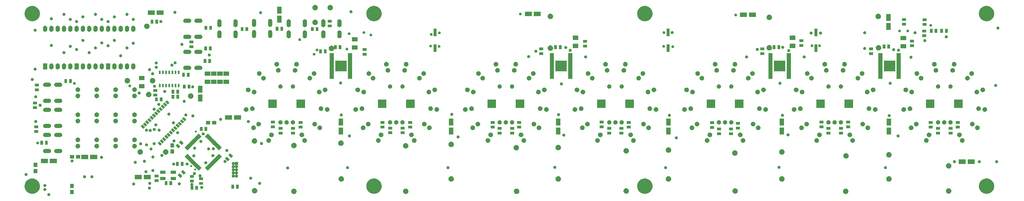
<source format=gbs>
G04 #@! TF.FileFunction,Soldermask,Bot*
%FSLAX46Y46*%
G04 Gerber Fmt 4.6, Leading zero omitted, Abs format (unit mm)*
G04 Created by KiCad (PCBNEW 4.0.2-4+6225~38~ubuntu14.04.1-stable) date Fr 26 Feb 2016 19:02:58 CET*
%MOMM*%
G01*
G04 APERTURE LIST*
%ADD10C,0.150000*%
G04 APERTURE END LIST*
D10*
G36*
X12064520Y-77987998D02*
X12179785Y-78011659D01*
X12288255Y-78057255D01*
X12385808Y-78123055D01*
X12468717Y-78206545D01*
X12533836Y-78304556D01*
X12578671Y-78413337D01*
X12601460Y-78528423D01*
X12601460Y-78528433D01*
X12601526Y-78528767D01*
X12599649Y-78663164D01*
X12599573Y-78663498D01*
X12599573Y-78663510D01*
X12573584Y-78777905D01*
X12525723Y-78885400D01*
X12457898Y-78981549D01*
X12372682Y-79062698D01*
X12273337Y-79125745D01*
X12163633Y-79168297D01*
X12047757Y-79188728D01*
X11930116Y-79186264D01*
X11815188Y-79160996D01*
X11707367Y-79113890D01*
X11610746Y-79046736D01*
X11529006Y-78962092D01*
X11465267Y-78863189D01*
X11421951Y-78753785D01*
X11400709Y-78638047D01*
X11402352Y-78520394D01*
X11426815Y-78405302D01*
X11473171Y-78297148D01*
X11539648Y-78200060D01*
X11623719Y-78117732D01*
X11722175Y-78053304D01*
X11831277Y-78009224D01*
X11946854Y-77987176D01*
X12064520Y-77987998D01*
X12064520Y-77987998D01*
G37*
G36*
X22061000Y-78427000D02*
X20611000Y-78427000D01*
X20611000Y-76727000D01*
X22061000Y-76727000D01*
X22061000Y-78427000D01*
X22061000Y-78427000D01*
G37*
G36*
X156033437Y-76167531D02*
X156244755Y-76210909D01*
X156443617Y-76294503D01*
X156622459Y-76415133D01*
X156774468Y-76568207D01*
X156893842Y-76747881D01*
X156976048Y-76947324D01*
X157017881Y-77158596D01*
X157017881Y-77158605D01*
X157017947Y-77158939D01*
X157014506Y-77405334D01*
X157014430Y-77405668D01*
X157014430Y-77405680D01*
X156966717Y-77615693D01*
X156878974Y-77812765D01*
X156754626Y-77989040D01*
X156598402Y-78137810D01*
X156416267Y-78253396D01*
X156215143Y-78331408D01*
X156002702Y-78368866D01*
X155787028Y-78364349D01*
X155576334Y-78318025D01*
X155378656Y-78231661D01*
X155201518Y-78108547D01*
X155051663Y-77953367D01*
X154934807Y-77772044D01*
X154855395Y-77571471D01*
X154816452Y-77359288D01*
X154819465Y-77143589D01*
X154864314Y-76932586D01*
X154949298Y-76734306D01*
X155071173Y-76556312D01*
X155225301Y-76405377D01*
X155405808Y-76287257D01*
X155605821Y-76206446D01*
X155817718Y-76166025D01*
X156033437Y-76167531D01*
X156033437Y-76167531D01*
G37*
G36*
X110948437Y-76167531D02*
X111159755Y-76210909D01*
X111358617Y-76294503D01*
X111537459Y-76415133D01*
X111689468Y-76568207D01*
X111808842Y-76747881D01*
X111891048Y-76947324D01*
X111932881Y-77158596D01*
X111932881Y-77158605D01*
X111932947Y-77158939D01*
X111929506Y-77405334D01*
X111929430Y-77405668D01*
X111929430Y-77405680D01*
X111881717Y-77615693D01*
X111793974Y-77812765D01*
X111669626Y-77989040D01*
X111513402Y-78137810D01*
X111331267Y-78253396D01*
X111130143Y-78331408D01*
X110917702Y-78368866D01*
X110702028Y-78364349D01*
X110491334Y-78318025D01*
X110293656Y-78231661D01*
X110116518Y-78108547D01*
X109966663Y-77953367D01*
X109849807Y-77772044D01*
X109770395Y-77571471D01*
X109731452Y-77359288D01*
X109734465Y-77143589D01*
X109779314Y-76932586D01*
X109864298Y-76734306D01*
X109986173Y-76556312D01*
X110140301Y-76405377D01*
X110320808Y-76287257D01*
X110520821Y-76206446D01*
X110732718Y-76166025D01*
X110948437Y-76167531D01*
X110948437Y-76167531D01*
G37*
G36*
X333452437Y-76167531D02*
X333663755Y-76210909D01*
X333862617Y-76294503D01*
X334041459Y-76415133D01*
X334193468Y-76568207D01*
X334312842Y-76747881D01*
X334395048Y-76947324D01*
X334436881Y-77158596D01*
X334436881Y-77158605D01*
X334436947Y-77158939D01*
X334433506Y-77405334D01*
X334433430Y-77405668D01*
X334433430Y-77405680D01*
X334385717Y-77615693D01*
X334297974Y-77812765D01*
X334173626Y-77989040D01*
X334017402Y-78137810D01*
X333835267Y-78253396D01*
X333634143Y-78331408D01*
X333421702Y-78368866D01*
X333206028Y-78364349D01*
X332995334Y-78318025D01*
X332797656Y-78231661D01*
X332620518Y-78108547D01*
X332470663Y-77953367D01*
X332353807Y-77772044D01*
X332274395Y-77571471D01*
X332235452Y-77359288D01*
X332238465Y-77143589D01*
X332283314Y-76932586D01*
X332368298Y-76734306D01*
X332490173Y-76556312D01*
X332644301Y-76405377D01*
X332824808Y-76287257D01*
X333024821Y-76206446D01*
X333236718Y-76166025D01*
X333452437Y-76167531D01*
X333452437Y-76167531D01*
G37*
G36*
X200737437Y-76167531D02*
X200948755Y-76210909D01*
X201147617Y-76294503D01*
X201326459Y-76415133D01*
X201478468Y-76568207D01*
X201597842Y-76747881D01*
X201680048Y-76947324D01*
X201721881Y-77158596D01*
X201721881Y-77158605D01*
X201721947Y-77158939D01*
X201718506Y-77405334D01*
X201718430Y-77405668D01*
X201718430Y-77405680D01*
X201670717Y-77615693D01*
X201582974Y-77812765D01*
X201458626Y-77989040D01*
X201302402Y-78137810D01*
X201120267Y-78253396D01*
X200919143Y-78331408D01*
X200706702Y-78368866D01*
X200491028Y-78364349D01*
X200280334Y-78318025D01*
X200082656Y-78231661D01*
X199905518Y-78108547D01*
X199755663Y-77953367D01*
X199638807Y-77772044D01*
X199559395Y-77571471D01*
X199520452Y-77359288D01*
X199523465Y-77143589D01*
X199568314Y-76932586D01*
X199653298Y-76734306D01*
X199775173Y-76556312D01*
X199929301Y-76405377D01*
X200109808Y-76287257D01*
X200309821Y-76206446D01*
X200521718Y-76166025D01*
X200737437Y-76167531D01*
X200737437Y-76167531D01*
G37*
G36*
X143454606Y-72086063D02*
X144050133Y-72208307D01*
X144610569Y-72443892D01*
X145114576Y-72783849D01*
X145542955Y-73215229D01*
X145879385Y-73721596D01*
X146111052Y-74283663D01*
X146229068Y-74879686D01*
X146229068Y-74879700D01*
X146229133Y-74880029D01*
X146219437Y-75574413D01*
X146219361Y-75574747D01*
X146219361Y-75574759D01*
X146084752Y-76167246D01*
X145837479Y-76722630D01*
X145487043Y-77219405D01*
X145046784Y-77638658D01*
X144533486Y-77964406D01*
X143966685Y-78184255D01*
X143367982Y-78289821D01*
X142760174Y-78277090D01*
X142166407Y-78146542D01*
X141609316Y-77903155D01*
X141110106Y-77556194D01*
X140687792Y-77118875D01*
X140358467Y-76607864D01*
X140134668Y-76042613D01*
X140024922Y-75444654D01*
X140033411Y-74836773D01*
X140159808Y-74242119D01*
X140399303Y-73683336D01*
X140742770Y-73181716D01*
X141177129Y-72756359D01*
X141685832Y-72423473D01*
X142249506Y-72195734D01*
X142846676Y-72081818D01*
X143454606Y-72086063D01*
X143454606Y-72086063D01*
G37*
G36*
X252674606Y-72086063D02*
X253270133Y-72208307D01*
X253830569Y-72443892D01*
X254334576Y-72783849D01*
X254762955Y-73215229D01*
X255099385Y-73721596D01*
X255331052Y-74283663D01*
X255449068Y-74879686D01*
X255449068Y-74879700D01*
X255449133Y-74880029D01*
X255439437Y-75574413D01*
X255439361Y-75574747D01*
X255439361Y-75574759D01*
X255304752Y-76167246D01*
X255057479Y-76722630D01*
X254707043Y-77219405D01*
X254266784Y-77638658D01*
X253753486Y-77964406D01*
X253186685Y-78184255D01*
X252587982Y-78289821D01*
X251980174Y-78277090D01*
X251386407Y-78146542D01*
X250829316Y-77903155D01*
X250330106Y-77556194D01*
X249907792Y-77118875D01*
X249578467Y-76607864D01*
X249354668Y-76042613D01*
X249244922Y-75444654D01*
X249253411Y-74836773D01*
X249379808Y-74242119D01*
X249619303Y-73683336D01*
X249962770Y-73181716D01*
X250397129Y-72756359D01*
X250905832Y-72423473D01*
X251469506Y-72195734D01*
X252066676Y-72081818D01*
X252674606Y-72086063D01*
X252674606Y-72086063D01*
G37*
G36*
X5659606Y-72086063D02*
X6255133Y-72208307D01*
X6815569Y-72443892D01*
X7319576Y-72783849D01*
X7747955Y-73215229D01*
X8084385Y-73721596D01*
X8316052Y-74283663D01*
X8434068Y-74879686D01*
X8434068Y-74879700D01*
X8434133Y-74880029D01*
X8424437Y-75574413D01*
X8424361Y-75574747D01*
X8424361Y-75574759D01*
X8289752Y-76167246D01*
X8042479Y-76722630D01*
X7692043Y-77219405D01*
X7251784Y-77638658D01*
X6738486Y-77964406D01*
X6171685Y-78184255D01*
X5572982Y-78289821D01*
X4965174Y-78277090D01*
X4371407Y-78146542D01*
X3814316Y-77903155D01*
X3315106Y-77556194D01*
X2892792Y-77118875D01*
X2563467Y-76607864D01*
X2339668Y-76042613D01*
X2229922Y-75444654D01*
X2238411Y-74836773D01*
X2364808Y-74242119D01*
X2604303Y-73683336D01*
X2947770Y-73181716D01*
X3382129Y-72756359D01*
X3890832Y-72423473D01*
X4454506Y-72195734D01*
X5051676Y-72081818D01*
X5659606Y-72086063D01*
X5659606Y-72086063D01*
G37*
G36*
X390469606Y-72086063D02*
X391065133Y-72208307D01*
X391625569Y-72443892D01*
X392129576Y-72783849D01*
X392557955Y-73215229D01*
X392894385Y-73721596D01*
X393126052Y-74283663D01*
X393244068Y-74879686D01*
X393244068Y-74879700D01*
X393244133Y-74880029D01*
X393234437Y-75574413D01*
X393234361Y-75574747D01*
X393234361Y-75574759D01*
X393099752Y-76167246D01*
X392852479Y-76722630D01*
X392502043Y-77219405D01*
X392061784Y-77638658D01*
X391548486Y-77964406D01*
X390981685Y-78184255D01*
X390382982Y-78289821D01*
X389775174Y-78277090D01*
X389181407Y-78146542D01*
X388624316Y-77903155D01*
X388125106Y-77556194D01*
X387702792Y-77118875D01*
X387373467Y-76607864D01*
X387149668Y-76042613D01*
X387039922Y-75444654D01*
X387048411Y-74836773D01*
X387174808Y-74242119D01*
X387414303Y-73683336D01*
X387757770Y-73181716D01*
X388192129Y-72756359D01*
X388700832Y-72423473D01*
X389264506Y-72195734D01*
X389861676Y-72081818D01*
X390469606Y-72086063D01*
X390469606Y-72086063D01*
G37*
G36*
X244933437Y-76040531D02*
X245144755Y-76083909D01*
X245343617Y-76167503D01*
X245522459Y-76288133D01*
X245674468Y-76441207D01*
X245793842Y-76620881D01*
X245876048Y-76820324D01*
X245917881Y-77031596D01*
X245917881Y-77031605D01*
X245917947Y-77031939D01*
X245914506Y-77278334D01*
X245914430Y-77278668D01*
X245914430Y-77278680D01*
X245866717Y-77488693D01*
X245778974Y-77685765D01*
X245654626Y-77862040D01*
X245498402Y-78010810D01*
X245316267Y-78126396D01*
X245115143Y-78204408D01*
X244902702Y-78241866D01*
X244687028Y-78237349D01*
X244476334Y-78191025D01*
X244278656Y-78104661D01*
X244101518Y-77981547D01*
X243951663Y-77826367D01*
X243834807Y-77645044D01*
X243755395Y-77444471D01*
X243716452Y-77232288D01*
X243719465Y-77016589D01*
X243764314Y-76805586D01*
X243849298Y-76607306D01*
X243971173Y-76429312D01*
X244125301Y-76278377D01*
X244305808Y-76160257D01*
X244505821Y-76079446D01*
X244717718Y-76039025D01*
X244933437Y-76040531D01*
X244933437Y-76040531D01*
G37*
G36*
X374981437Y-76040531D02*
X375192755Y-76083909D01*
X375391617Y-76167503D01*
X375570459Y-76288133D01*
X375722468Y-76441207D01*
X375841842Y-76620881D01*
X375924048Y-76820324D01*
X375965881Y-77031596D01*
X375965881Y-77031605D01*
X375965947Y-77031939D01*
X375962506Y-77278334D01*
X375962430Y-77278668D01*
X375962430Y-77278680D01*
X375914717Y-77488693D01*
X375826974Y-77685765D01*
X375702626Y-77862040D01*
X375546402Y-78010810D01*
X375364267Y-78126396D01*
X375163143Y-78204408D01*
X374950702Y-78241866D01*
X374735028Y-78237349D01*
X374524334Y-78191025D01*
X374326656Y-78104661D01*
X374149518Y-77981547D01*
X373999663Y-77826367D01*
X373882807Y-77645044D01*
X373803395Y-77444471D01*
X373764452Y-77232288D01*
X373767465Y-77016589D01*
X373812314Y-76805586D01*
X373897298Y-76607306D01*
X374019173Y-76429312D01*
X374173301Y-76278377D01*
X374353808Y-76160257D01*
X374553821Y-76079446D01*
X374765718Y-76039025D01*
X374981437Y-76040531D01*
X374981437Y-76040531D01*
G37*
G36*
X288875437Y-76040531D02*
X289086755Y-76083909D01*
X289285617Y-76167503D01*
X289464459Y-76288133D01*
X289616468Y-76441207D01*
X289735842Y-76620881D01*
X289818048Y-76820324D01*
X289859881Y-77031596D01*
X289859881Y-77031605D01*
X289859947Y-77031939D01*
X289856506Y-77278334D01*
X289856430Y-77278668D01*
X289856430Y-77278680D01*
X289808717Y-77488693D01*
X289720974Y-77685765D01*
X289596626Y-77862040D01*
X289440402Y-78010810D01*
X289258267Y-78126396D01*
X289057143Y-78204408D01*
X288844702Y-78241866D01*
X288629028Y-78237349D01*
X288418334Y-78191025D01*
X288220656Y-78104661D01*
X288043518Y-77981547D01*
X287893663Y-77826367D01*
X287776807Y-77645044D01*
X287697395Y-77444471D01*
X287658452Y-77232288D01*
X287661465Y-77016589D01*
X287706314Y-76805586D01*
X287791298Y-76607306D01*
X287913173Y-76429312D01*
X288067301Y-76278377D01*
X288247808Y-76160257D01*
X288447821Y-76079446D01*
X288659718Y-76039025D01*
X288875437Y-76040531D01*
X288875437Y-76040531D01*
G37*
G36*
X95111537Y-75938931D02*
X95322855Y-75982309D01*
X95521717Y-76065903D01*
X95700559Y-76186533D01*
X95852568Y-76339607D01*
X95971942Y-76519281D01*
X96054148Y-76718724D01*
X96095981Y-76929996D01*
X96095981Y-76930005D01*
X96096047Y-76930339D01*
X96092606Y-77176734D01*
X96092530Y-77177068D01*
X96092530Y-77177080D01*
X96044817Y-77387093D01*
X95957074Y-77584165D01*
X95832726Y-77760440D01*
X95676502Y-77909210D01*
X95494367Y-78024796D01*
X95293243Y-78102808D01*
X95080802Y-78140266D01*
X94865128Y-78135749D01*
X94654434Y-78089425D01*
X94456756Y-78003061D01*
X94279618Y-77879947D01*
X94129763Y-77724767D01*
X94012907Y-77543444D01*
X93933495Y-77342871D01*
X93894552Y-77130688D01*
X93897565Y-76914989D01*
X93942414Y-76703986D01*
X94027398Y-76505706D01*
X94149273Y-76327712D01*
X94303401Y-76176777D01*
X94483908Y-76058657D01*
X94683921Y-75977846D01*
X94895818Y-75937425D01*
X95111537Y-75938931D01*
X95111537Y-75938931D01*
G37*
G36*
X10477020Y-75917898D02*
X10592285Y-75941559D01*
X10700755Y-75987155D01*
X10798308Y-76052955D01*
X10881217Y-76136445D01*
X10946336Y-76234456D01*
X10991171Y-76343237D01*
X11013960Y-76458323D01*
X11013960Y-76458333D01*
X11014026Y-76458667D01*
X11012149Y-76593064D01*
X11012073Y-76593398D01*
X11012073Y-76593410D01*
X10986084Y-76707805D01*
X10938223Y-76815300D01*
X10870398Y-76911449D01*
X10785182Y-76992598D01*
X10685837Y-77055645D01*
X10576133Y-77098197D01*
X10460257Y-77118628D01*
X10342616Y-77116164D01*
X10227688Y-77090896D01*
X10119867Y-77043790D01*
X10023246Y-76976636D01*
X9941506Y-76891992D01*
X9877767Y-76793089D01*
X9834451Y-76683685D01*
X9813209Y-76567947D01*
X9814852Y-76450294D01*
X9839315Y-76335202D01*
X9885671Y-76227048D01*
X9952148Y-76129960D01*
X10036219Y-76047632D01*
X10134675Y-75983204D01*
X10243777Y-75939124D01*
X10359354Y-75917076D01*
X10477020Y-75917898D01*
X10477020Y-75917898D01*
G37*
G36*
X69747920Y-73873198D02*
X69863185Y-73896859D01*
X69971655Y-73942455D01*
X70069208Y-74008255D01*
X70152117Y-74091745D01*
X70217236Y-74189756D01*
X70262071Y-74298537D01*
X70284860Y-74413623D01*
X70284860Y-74413633D01*
X70284926Y-74413967D01*
X70283049Y-74548364D01*
X70282973Y-74548698D01*
X70282973Y-74548710D01*
X70256984Y-74663105D01*
X70209123Y-74770600D01*
X70141298Y-74866749D01*
X70056082Y-74947898D01*
X70014946Y-74974004D01*
X70004245Y-74983139D01*
X69996513Y-74994894D01*
X69992362Y-75008337D01*
X69992121Y-75022405D01*
X69995808Y-75035982D01*
X70003132Y-75047995D01*
X70013513Y-75057492D01*
X70026129Y-75063721D01*
X70041737Y-75066220D01*
X70272580Y-75066220D01*
X70272580Y-76663220D01*
X69183580Y-76663220D01*
X69183580Y-75066220D01*
X69327805Y-75066220D01*
X69341735Y-75064240D01*
X69354561Y-75058459D01*
X69365269Y-75049332D01*
X69373011Y-75037584D01*
X69377173Y-75024144D01*
X69377426Y-75010077D01*
X69373750Y-74996496D01*
X69366436Y-74984477D01*
X69356341Y-74975163D01*
X69294146Y-74931936D01*
X69212406Y-74847292D01*
X69148667Y-74748389D01*
X69105351Y-74638985D01*
X69084109Y-74523247D01*
X69085752Y-74405594D01*
X69110215Y-74290502D01*
X69156571Y-74182348D01*
X69223048Y-74085260D01*
X69307119Y-74002932D01*
X69405575Y-73938504D01*
X69514677Y-73894424D01*
X69630254Y-73872376D01*
X69747920Y-73873198D01*
X69747920Y-73873198D01*
G37*
G36*
X72177580Y-76663220D02*
X71088580Y-76663220D01*
X71088580Y-75066220D01*
X72177580Y-75066220D01*
X72177580Y-76663220D01*
X72177580Y-76663220D01*
G37*
G36*
X52641020Y-75346398D02*
X52756285Y-75370059D01*
X52864755Y-75415655D01*
X52962308Y-75481455D01*
X53045217Y-75564945D01*
X53110336Y-75662956D01*
X53155171Y-75771737D01*
X53177960Y-75886823D01*
X53177960Y-75886833D01*
X53178026Y-75887167D01*
X53176149Y-76021564D01*
X53176073Y-76021898D01*
X53176073Y-76021910D01*
X53150084Y-76136305D01*
X53102223Y-76243800D01*
X53034398Y-76339949D01*
X52949182Y-76421098D01*
X52849837Y-76484145D01*
X52740133Y-76526697D01*
X52624257Y-76547128D01*
X52506616Y-76544664D01*
X52391688Y-76519396D01*
X52283867Y-76472290D01*
X52187246Y-76405136D01*
X52105506Y-76320492D01*
X52041767Y-76221589D01*
X51998451Y-76112185D01*
X51977209Y-75996447D01*
X51978852Y-75878794D01*
X52003315Y-75763702D01*
X52049671Y-75655548D01*
X52116148Y-75558460D01*
X52200219Y-75476132D01*
X52298675Y-75411704D01*
X52407777Y-75367624D01*
X52523354Y-75345576D01*
X52641020Y-75346398D01*
X52641020Y-75346398D01*
G37*
G36*
X73723020Y-75092398D02*
X73838285Y-75116059D01*
X73946755Y-75161655D01*
X74044308Y-75227455D01*
X74127217Y-75310945D01*
X74192336Y-75408956D01*
X74237171Y-75517737D01*
X74259960Y-75632823D01*
X74259960Y-75632833D01*
X74260026Y-75633167D01*
X74258149Y-75767564D01*
X74258073Y-75767898D01*
X74258073Y-75767910D01*
X74232084Y-75882305D01*
X74184223Y-75989800D01*
X74116398Y-76085949D01*
X74031182Y-76167098D01*
X73931837Y-76230145D01*
X73822133Y-76272697D01*
X73706257Y-76293128D01*
X73588616Y-76290664D01*
X73473688Y-76265396D01*
X73365867Y-76218290D01*
X73269246Y-76151136D01*
X73187506Y-76066492D01*
X73123767Y-75967589D01*
X73080451Y-75858185D01*
X73059209Y-75742447D01*
X73060852Y-75624794D01*
X73085315Y-75509702D01*
X73131671Y-75401548D01*
X73198148Y-75304460D01*
X73282219Y-75222132D01*
X73380675Y-75157704D01*
X73489777Y-75113624D01*
X73605354Y-75091576D01*
X73723020Y-75092398D01*
X73723020Y-75092398D01*
G37*
G36*
X86714000Y-76236500D02*
X85625000Y-76236500D01*
X85625000Y-74639500D01*
X86714000Y-74639500D01*
X86714000Y-76236500D01*
X86714000Y-76236500D01*
G37*
G36*
X88619000Y-76236500D02*
X87530000Y-76236500D01*
X87530000Y-74639500D01*
X88619000Y-74639500D01*
X88619000Y-76236500D01*
X88619000Y-76236500D01*
G37*
G36*
X22061000Y-75927000D02*
X20611000Y-75927000D01*
X20611000Y-74227000D01*
X22061000Y-74227000D01*
X22061000Y-75927000D01*
X22061000Y-75927000D01*
G37*
G36*
X10477020Y-74317698D02*
X10592285Y-74341359D01*
X10700755Y-74386955D01*
X10798308Y-74452755D01*
X10881217Y-74536245D01*
X10946336Y-74634256D01*
X10991171Y-74743037D01*
X11013960Y-74858123D01*
X11013960Y-74858133D01*
X11014026Y-74858467D01*
X11012149Y-74992864D01*
X11012073Y-74993198D01*
X11012073Y-74993210D01*
X10986084Y-75107605D01*
X10938223Y-75215100D01*
X10870398Y-75311249D01*
X10785182Y-75392398D01*
X10685837Y-75455445D01*
X10576133Y-75497997D01*
X10460257Y-75518428D01*
X10342616Y-75515964D01*
X10227688Y-75490696D01*
X10119867Y-75443590D01*
X10023246Y-75376436D01*
X9941506Y-75291792D01*
X9877767Y-75192889D01*
X9834451Y-75083485D01*
X9813209Y-74967747D01*
X9814852Y-74850094D01*
X9839315Y-74735002D01*
X9885671Y-74626848D01*
X9952148Y-74529760D01*
X10036219Y-74447432D01*
X10134675Y-74383004D01*
X10243777Y-74338924D01*
X10359354Y-74316876D01*
X10477020Y-74317698D01*
X10477020Y-74317698D01*
G37*
G36*
X46291020Y-73695398D02*
X46406285Y-73719059D01*
X46514755Y-73764655D01*
X46612308Y-73830455D01*
X46695217Y-73913945D01*
X46760336Y-74011956D01*
X46805171Y-74120737D01*
X46827960Y-74235823D01*
X46827960Y-74235833D01*
X46828026Y-74236167D01*
X46826149Y-74370564D01*
X46826073Y-74370898D01*
X46826073Y-74370910D01*
X46800084Y-74485305D01*
X46752223Y-74592800D01*
X46684398Y-74688949D01*
X46599182Y-74770098D01*
X46499837Y-74833145D01*
X46390133Y-74875697D01*
X46274257Y-74896128D01*
X46156616Y-74893664D01*
X46041688Y-74868396D01*
X45933867Y-74821290D01*
X45837246Y-74754136D01*
X45755506Y-74669492D01*
X45691767Y-74570589D01*
X45648451Y-74461185D01*
X45627209Y-74345447D01*
X45628852Y-74227794D01*
X45653315Y-74112702D01*
X45699671Y-74004548D01*
X45766148Y-73907460D01*
X45850219Y-73825132D01*
X45948675Y-73760704D01*
X46057777Y-73716624D01*
X46173354Y-73694576D01*
X46291020Y-73695398D01*
X46291020Y-73695398D01*
G37*
G36*
X64680620Y-73631898D02*
X64795885Y-73655559D01*
X64904355Y-73701155D01*
X65001908Y-73766955D01*
X65084817Y-73850445D01*
X65149936Y-73948456D01*
X65194771Y-74057237D01*
X65217560Y-74172323D01*
X65217560Y-74172333D01*
X65217626Y-74172667D01*
X65215749Y-74307064D01*
X65215673Y-74307398D01*
X65215673Y-74307410D01*
X65189684Y-74421805D01*
X65141823Y-74529300D01*
X65073998Y-74625449D01*
X64988782Y-74706598D01*
X64889437Y-74769645D01*
X64779733Y-74812197D01*
X64663857Y-74832628D01*
X64546216Y-74830164D01*
X64431288Y-74804896D01*
X64323467Y-74757790D01*
X64226846Y-74690636D01*
X64145106Y-74605992D01*
X64081367Y-74507089D01*
X64038051Y-74397685D01*
X64016809Y-74281947D01*
X64018452Y-74164294D01*
X64042915Y-74049202D01*
X64089271Y-73941048D01*
X64155748Y-73843960D01*
X64239819Y-73761632D01*
X64338275Y-73697204D01*
X64447377Y-73653124D01*
X64562954Y-73631076D01*
X64680620Y-73631898D01*
X64680620Y-73631898D01*
G37*
G36*
X61745800Y-74737900D02*
X60656800Y-74737900D01*
X60656800Y-73140900D01*
X61745800Y-73140900D01*
X61745800Y-74737900D01*
X61745800Y-74737900D01*
G37*
G36*
X59840800Y-74737900D02*
X58751800Y-74737900D01*
X58751800Y-73140900D01*
X59840800Y-73140900D01*
X59840800Y-74737900D01*
X59840800Y-74737900D01*
G37*
G36*
X97091020Y-73441398D02*
X97206285Y-73465059D01*
X97314755Y-73510655D01*
X97412308Y-73576455D01*
X97495217Y-73659945D01*
X97560336Y-73757956D01*
X97605171Y-73866737D01*
X97627960Y-73981823D01*
X97627960Y-73981833D01*
X97628026Y-73982167D01*
X97626149Y-74116564D01*
X97626073Y-74116898D01*
X97626073Y-74116910D01*
X97600084Y-74231305D01*
X97552223Y-74338800D01*
X97484398Y-74434949D01*
X97399182Y-74516098D01*
X97299837Y-74579145D01*
X97190133Y-74621697D01*
X97074257Y-74642128D01*
X96956616Y-74639664D01*
X96841688Y-74614396D01*
X96733867Y-74567290D01*
X96637246Y-74500136D01*
X96555506Y-74415492D01*
X96491767Y-74316589D01*
X96448451Y-74207185D01*
X96427209Y-74091447D01*
X96428852Y-73973794D01*
X96453315Y-73858702D01*
X96499671Y-73750548D01*
X96566148Y-73653460D01*
X96650219Y-73571132D01*
X96748675Y-73506704D01*
X96857777Y-73462624D01*
X96973354Y-73440576D01*
X97091020Y-73441398D01*
X97091020Y-73441398D01*
G37*
G36*
X52768020Y-73441398D02*
X52883285Y-73465059D01*
X52991755Y-73510655D01*
X53089308Y-73576455D01*
X53172217Y-73659945D01*
X53237336Y-73757956D01*
X53282171Y-73866737D01*
X53304960Y-73981823D01*
X53304960Y-73981833D01*
X53305026Y-73982167D01*
X53303149Y-74116564D01*
X53303073Y-74116898D01*
X53303073Y-74116910D01*
X53277084Y-74231305D01*
X53229223Y-74338800D01*
X53161398Y-74434949D01*
X53076182Y-74516098D01*
X52976837Y-74579145D01*
X52867133Y-74621697D01*
X52751257Y-74642128D01*
X52633616Y-74639664D01*
X52518688Y-74614396D01*
X52410867Y-74567290D01*
X52314246Y-74500136D01*
X52232506Y-74415492D01*
X52168767Y-74316589D01*
X52125451Y-74207185D01*
X52104209Y-74091447D01*
X52105852Y-73973794D01*
X52130315Y-73858702D01*
X52176671Y-73750548D01*
X52243148Y-73653460D01*
X52327219Y-73571132D01*
X52425675Y-73506704D01*
X52534777Y-73462624D01*
X52650354Y-73440576D01*
X52768020Y-73441398D01*
X52768020Y-73441398D01*
G37*
G36*
X74191800Y-74636300D02*
X72594800Y-74636300D01*
X72594800Y-73547300D01*
X74191800Y-73547300D01*
X74191800Y-74636300D01*
X74191800Y-74636300D01*
G37*
G36*
X70508800Y-73688880D02*
X68911800Y-73688880D01*
X68911800Y-72599880D01*
X70508800Y-72599880D01*
X70508800Y-73688880D01*
X70508800Y-73688880D01*
G37*
G36*
X56246700Y-73506000D02*
X54649700Y-73506000D01*
X54649700Y-72417000D01*
X56246700Y-72417000D01*
X56246700Y-73506000D01*
X56246700Y-73506000D01*
G37*
G36*
X261989537Y-71163731D02*
X262200855Y-71207109D01*
X262399717Y-71290703D01*
X262578559Y-71411333D01*
X262730568Y-71564407D01*
X262849942Y-71744081D01*
X262932148Y-71943524D01*
X262973981Y-72154796D01*
X262973981Y-72154805D01*
X262974047Y-72155139D01*
X262970606Y-72401534D01*
X262970530Y-72401868D01*
X262970530Y-72401880D01*
X262922817Y-72611893D01*
X262835074Y-72808965D01*
X262710726Y-72985240D01*
X262554502Y-73134010D01*
X262372367Y-73249596D01*
X262171243Y-73327608D01*
X261958802Y-73365066D01*
X261743128Y-73360549D01*
X261532434Y-73314225D01*
X261334756Y-73227861D01*
X261157618Y-73104747D01*
X261007763Y-72949567D01*
X260890907Y-72768244D01*
X260811495Y-72567671D01*
X260772552Y-72355488D01*
X260775565Y-72139789D01*
X260820414Y-71928786D01*
X260905398Y-71730506D01*
X261027273Y-71552512D01*
X261181401Y-71401577D01*
X261361908Y-71283457D01*
X261561921Y-71202646D01*
X261773818Y-71162225D01*
X261989537Y-71163731D01*
X261989537Y-71163731D01*
G37*
G36*
X350889537Y-71163731D02*
X351100855Y-71207109D01*
X351299717Y-71290703D01*
X351478559Y-71411333D01*
X351630568Y-71564407D01*
X351749942Y-71744081D01*
X351832148Y-71943524D01*
X351873981Y-72154796D01*
X351873981Y-72154805D01*
X351874047Y-72155139D01*
X351870606Y-72401534D01*
X351870530Y-72401868D01*
X351870530Y-72401880D01*
X351822817Y-72611893D01*
X351735074Y-72808965D01*
X351610726Y-72985240D01*
X351454502Y-73134010D01*
X351272367Y-73249596D01*
X351071243Y-73327608D01*
X350858802Y-73365066D01*
X350643128Y-73360549D01*
X350432434Y-73314225D01*
X350234756Y-73227861D01*
X350057618Y-73104747D01*
X349907763Y-72949567D01*
X349790907Y-72768244D01*
X349711495Y-72567671D01*
X349672552Y-72355488D01*
X349675565Y-72139789D01*
X349720414Y-71928786D01*
X349805398Y-71730506D01*
X349927273Y-71552512D01*
X350081401Y-71401577D01*
X350261908Y-71283457D01*
X350461921Y-71202646D01*
X350673818Y-71162225D01*
X350889537Y-71163731D01*
X350889537Y-71163731D01*
G37*
G36*
X307709537Y-71163731D02*
X307920855Y-71207109D01*
X308119717Y-71290703D01*
X308298559Y-71411333D01*
X308450568Y-71564407D01*
X308569942Y-71744081D01*
X308652148Y-71943524D01*
X308693981Y-72154796D01*
X308693981Y-72154805D01*
X308694047Y-72155139D01*
X308690606Y-72401534D01*
X308690530Y-72401868D01*
X308690530Y-72401880D01*
X308642817Y-72611893D01*
X308555074Y-72808965D01*
X308430726Y-72985240D01*
X308274502Y-73134010D01*
X308092367Y-73249596D01*
X307891243Y-73327608D01*
X307678802Y-73365066D01*
X307463128Y-73360549D01*
X307252434Y-73314225D01*
X307054756Y-73227861D01*
X306877618Y-73104747D01*
X306727763Y-72949567D01*
X306610907Y-72768244D01*
X306531495Y-72567671D01*
X306492552Y-72355488D01*
X306495565Y-72139789D01*
X306540414Y-71928786D01*
X306625398Y-71730506D01*
X306747273Y-71552512D01*
X306901401Y-71401577D01*
X307081908Y-71283457D01*
X307281921Y-71202646D01*
X307493818Y-71162225D01*
X307709537Y-71163731D01*
X307709537Y-71163731D01*
G37*
G36*
X217539537Y-71163731D02*
X217750855Y-71207109D01*
X217949717Y-71290703D01*
X218128559Y-71411333D01*
X218280568Y-71564407D01*
X218399942Y-71744081D01*
X218482148Y-71943524D01*
X218523981Y-72154796D01*
X218523981Y-72154805D01*
X218524047Y-72155139D01*
X218520606Y-72401534D01*
X218520530Y-72401868D01*
X218520530Y-72401880D01*
X218472817Y-72611893D01*
X218385074Y-72808965D01*
X218260726Y-72985240D01*
X218104502Y-73134010D01*
X217922367Y-73249596D01*
X217721243Y-73327608D01*
X217508802Y-73365066D01*
X217293128Y-73360549D01*
X217082434Y-73314225D01*
X216884756Y-73227861D01*
X216707618Y-73104747D01*
X216557763Y-72949567D01*
X216440907Y-72768244D01*
X216361495Y-72567671D01*
X216322552Y-72355488D01*
X216325565Y-72139789D01*
X216370414Y-71928786D01*
X216455398Y-71730506D01*
X216577273Y-71552512D01*
X216731401Y-71401577D01*
X216911908Y-71283457D01*
X217111921Y-71202646D01*
X217323818Y-71162225D01*
X217539537Y-71163731D01*
X217539537Y-71163731D01*
G37*
G36*
X130036537Y-71163731D02*
X130247855Y-71207109D01*
X130446717Y-71290703D01*
X130625559Y-71411333D01*
X130777568Y-71564407D01*
X130896942Y-71744081D01*
X130979148Y-71943524D01*
X131020981Y-72154796D01*
X131020981Y-72154805D01*
X131021047Y-72155139D01*
X131017606Y-72401534D01*
X131017530Y-72401868D01*
X131017530Y-72401880D01*
X130969817Y-72611893D01*
X130882074Y-72808965D01*
X130757726Y-72985240D01*
X130601502Y-73134010D01*
X130419367Y-73249596D01*
X130218243Y-73327608D01*
X130005802Y-73365066D01*
X129790128Y-73360549D01*
X129579434Y-73314225D01*
X129381756Y-73227861D01*
X129204618Y-73104747D01*
X129054763Y-72949567D01*
X128937907Y-72768244D01*
X128858495Y-72567671D01*
X128819552Y-72355488D01*
X128822565Y-72139789D01*
X128867414Y-71928786D01*
X128952398Y-71730506D01*
X129074273Y-71552512D01*
X129228401Y-71401577D01*
X129408908Y-71283457D01*
X129608921Y-71202646D01*
X129820818Y-71162225D01*
X130036537Y-71163731D01*
X130036537Y-71163731D01*
G37*
G36*
X174359537Y-71163731D02*
X174570855Y-71207109D01*
X174769717Y-71290703D01*
X174948559Y-71411333D01*
X175100568Y-71564407D01*
X175219942Y-71744081D01*
X175302148Y-71943524D01*
X175343981Y-72154796D01*
X175343981Y-72154805D01*
X175344047Y-72155139D01*
X175340606Y-72401534D01*
X175340530Y-72401868D01*
X175340530Y-72401880D01*
X175292817Y-72611893D01*
X175205074Y-72808965D01*
X175080726Y-72985240D01*
X174924502Y-73134010D01*
X174742367Y-73249596D01*
X174541243Y-73327608D01*
X174328802Y-73365066D01*
X174113128Y-73360549D01*
X173902434Y-73314225D01*
X173704756Y-73227861D01*
X173527618Y-73104747D01*
X173377763Y-72949567D01*
X173260907Y-72768244D01*
X173181495Y-72567671D01*
X173142552Y-72355488D01*
X173145565Y-72139789D01*
X173190414Y-71928786D01*
X173275398Y-71730506D01*
X173397273Y-71552512D01*
X173551401Y-71401577D01*
X173731908Y-71283457D01*
X173931921Y-71202646D01*
X174143818Y-71162225D01*
X174359537Y-71163731D01*
X174359537Y-71163731D01*
G37*
G36*
X59025500Y-72773300D02*
X56925500Y-72773300D01*
X56925500Y-71473300D01*
X59025500Y-71473300D01*
X59025500Y-72773300D01*
X59025500Y-72773300D01*
G37*
G36*
X63292700Y-72773300D02*
X61192700Y-72773300D01*
X61192700Y-71473300D01*
X63292700Y-71473300D01*
X63292700Y-72773300D01*
X63292700Y-72773300D01*
G37*
G36*
X73049920Y-70393398D02*
X73165185Y-70417059D01*
X73273655Y-70462655D01*
X73371208Y-70528455D01*
X73454117Y-70611945D01*
X73519236Y-70709956D01*
X73564071Y-70818737D01*
X73586860Y-70933823D01*
X73586860Y-70933833D01*
X73586926Y-70934167D01*
X73585049Y-71068564D01*
X73584973Y-71068898D01*
X73584973Y-71068910D01*
X73558984Y-71183305D01*
X73511123Y-71290800D01*
X73443298Y-71386949D01*
X73358082Y-71468098D01*
X73258739Y-71531144D01*
X73221252Y-71545684D01*
X73208981Y-71552567D01*
X73199114Y-71562596D01*
X73192431Y-71574977D01*
X73189462Y-71588730D01*
X73190441Y-71602765D01*
X73195293Y-71615972D01*
X73203631Y-71627305D01*
X73214797Y-71635865D01*
X73227905Y-71640976D01*
X73239334Y-71642300D01*
X74191800Y-71642300D01*
X74191800Y-72731300D01*
X72594800Y-72731300D01*
X72594800Y-71642300D01*
X72734990Y-71642300D01*
X72748920Y-71640320D01*
X72761746Y-71634539D01*
X72772454Y-71625412D01*
X72780196Y-71613664D01*
X72784358Y-71600224D01*
X72784611Y-71586157D01*
X72780935Y-71572576D01*
X72773621Y-71560557D01*
X72763248Y-71551051D01*
X72755007Y-71546482D01*
X72692767Y-71519290D01*
X72596146Y-71452136D01*
X72514406Y-71367492D01*
X72450667Y-71268589D01*
X72407351Y-71159185D01*
X72386109Y-71043447D01*
X72387752Y-70925794D01*
X72412215Y-70810702D01*
X72458571Y-70702548D01*
X72525048Y-70605460D01*
X72609119Y-70523132D01*
X72707575Y-70458704D01*
X72816677Y-70414624D01*
X72932254Y-70392576D01*
X73049920Y-70393398D01*
X73049920Y-70393398D01*
G37*
G36*
X93471520Y-71345898D02*
X93586785Y-71369559D01*
X93695255Y-71415155D01*
X93792808Y-71480955D01*
X93875717Y-71564445D01*
X93940836Y-71662456D01*
X93985671Y-71771237D01*
X94008460Y-71886323D01*
X94008460Y-71886333D01*
X94008526Y-71886667D01*
X94006649Y-72021064D01*
X94006573Y-72021398D01*
X94006573Y-72021410D01*
X93980584Y-72135805D01*
X93932723Y-72243300D01*
X93864898Y-72339449D01*
X93779682Y-72420598D01*
X93680337Y-72483645D01*
X93570633Y-72526197D01*
X93454757Y-72546628D01*
X93337116Y-72544164D01*
X93222188Y-72518896D01*
X93114367Y-72471790D01*
X93017746Y-72404636D01*
X92936006Y-72319992D01*
X92872267Y-72221089D01*
X92828951Y-72111685D01*
X92807709Y-71995947D01*
X92809352Y-71878294D01*
X92833815Y-71763202D01*
X92880171Y-71655048D01*
X92946648Y-71557960D01*
X93030719Y-71475632D01*
X93129175Y-71411204D01*
X93238277Y-71367124D01*
X93353854Y-71345076D01*
X93471520Y-71345898D01*
X93471520Y-71345898D01*
G37*
G36*
X53112340Y-72401100D02*
X50311380Y-72401100D01*
X50311380Y-70600900D01*
X53112340Y-70600900D01*
X53112340Y-72401100D01*
X53112340Y-72401100D01*
G37*
G36*
X49510620Y-72401100D02*
X46709660Y-72401100D01*
X46709660Y-70600900D01*
X49510620Y-70600900D01*
X49510620Y-72401100D01*
X49510620Y-72401100D01*
G37*
G36*
X26479020Y-70774398D02*
X26594285Y-70798059D01*
X26702755Y-70843655D01*
X26800308Y-70909455D01*
X26883217Y-70992945D01*
X26948336Y-71090956D01*
X26993171Y-71199737D01*
X27015960Y-71314823D01*
X27015960Y-71314833D01*
X27016026Y-71315167D01*
X27014149Y-71449564D01*
X27014073Y-71449898D01*
X27014073Y-71449910D01*
X26988084Y-71564305D01*
X26940223Y-71671800D01*
X26872398Y-71767949D01*
X26787182Y-71849098D01*
X26687837Y-71912145D01*
X26578133Y-71954697D01*
X26462257Y-71975128D01*
X26344616Y-71972664D01*
X26229688Y-71947396D01*
X26121867Y-71900290D01*
X26025246Y-71833136D01*
X25943506Y-71748492D01*
X25879767Y-71649589D01*
X25836451Y-71540185D01*
X25815209Y-71424447D01*
X25816852Y-71306794D01*
X25841315Y-71191702D01*
X25887671Y-71083548D01*
X25954148Y-70986460D01*
X26038219Y-70904132D01*
X26136675Y-70839704D01*
X26245777Y-70795624D01*
X26361354Y-70773576D01*
X26479020Y-70774398D01*
X26479020Y-70774398D01*
G37*
G36*
X29438120Y-70761698D02*
X29553385Y-70785359D01*
X29661855Y-70830955D01*
X29759408Y-70896755D01*
X29842317Y-70980245D01*
X29907436Y-71078256D01*
X29952271Y-71187037D01*
X29975060Y-71302123D01*
X29975060Y-71302133D01*
X29975126Y-71302467D01*
X29973249Y-71436864D01*
X29973173Y-71437198D01*
X29973173Y-71437210D01*
X29947184Y-71551605D01*
X29899323Y-71659100D01*
X29831498Y-71755249D01*
X29746282Y-71836398D01*
X29646937Y-71899445D01*
X29537233Y-71941997D01*
X29421357Y-71962428D01*
X29303716Y-71959964D01*
X29188788Y-71934696D01*
X29080967Y-71887590D01*
X28984346Y-71820436D01*
X28902606Y-71735792D01*
X28838867Y-71636889D01*
X28795551Y-71527485D01*
X28774309Y-71411747D01*
X28775952Y-71294094D01*
X28800415Y-71179002D01*
X28846771Y-71070848D01*
X28913248Y-70973760D01*
X28997319Y-70891432D01*
X29095775Y-70827004D01*
X29204877Y-70782924D01*
X29320454Y-70760876D01*
X29438120Y-70761698D01*
X29438120Y-70761698D01*
G37*
G36*
X65858926Y-71084124D02*
X65088886Y-71854164D01*
X63959636Y-70724914D01*
X64729676Y-69954874D01*
X65858926Y-71084124D01*
X65858926Y-71084124D01*
G37*
G36*
X70763920Y-69466298D02*
X70879185Y-69489959D01*
X70987655Y-69535555D01*
X71085208Y-69601355D01*
X71168117Y-69684845D01*
X71233236Y-69782856D01*
X71278071Y-69891637D01*
X71300860Y-70006723D01*
X71300860Y-70006733D01*
X71300926Y-70007067D01*
X71299049Y-70141464D01*
X71298973Y-70141798D01*
X71298973Y-70141810D01*
X71272984Y-70256205D01*
X71225123Y-70363700D01*
X71157298Y-70459849D01*
X71072082Y-70540998D01*
X70972737Y-70604045D01*
X70863033Y-70646597D01*
X70747157Y-70667028D01*
X70629515Y-70664564D01*
X70569536Y-70651377D01*
X70555507Y-70650320D01*
X70541738Y-70653212D01*
X70529320Y-70659827D01*
X70519236Y-70669638D01*
X70512285Y-70681871D01*
X70508800Y-70700211D01*
X70508800Y-71783880D01*
X68911800Y-71783880D01*
X68911800Y-70694880D01*
X70402480Y-70694880D01*
X70416410Y-70692900D01*
X70429236Y-70687119D01*
X70439944Y-70677992D01*
X70447686Y-70666244D01*
X70451848Y-70652804D01*
X70452101Y-70638737D01*
X70448425Y-70625156D01*
X70441111Y-70613137D01*
X70430738Y-70603631D01*
X70422497Y-70599062D01*
X70406767Y-70592190D01*
X70310146Y-70525036D01*
X70228406Y-70440392D01*
X70164667Y-70341489D01*
X70121351Y-70232085D01*
X70100109Y-70116347D01*
X70101752Y-69998694D01*
X70126215Y-69883602D01*
X70172571Y-69775448D01*
X70239048Y-69678360D01*
X70323119Y-69596032D01*
X70421575Y-69531604D01*
X70530677Y-69487524D01*
X70646254Y-69465476D01*
X70763920Y-69466298D01*
X70763920Y-69466298D01*
G37*
G36*
X86463746Y-65390015D02*
X86583814Y-65414661D01*
X86696803Y-65462157D01*
X86798418Y-65530697D01*
X86884786Y-65617671D01*
X86951454Y-65718014D01*
X86960811Y-65728520D01*
X86972725Y-65736004D01*
X86986253Y-65739873D01*
X87000322Y-65739820D01*
X87013820Y-65735849D01*
X87025677Y-65728275D01*
X87034954Y-65717697D01*
X87040918Y-65704954D01*
X87043100Y-65690344D01*
X87043100Y-65389600D01*
X88293100Y-65389600D01*
X88293100Y-66639600D01*
X87993125Y-66639600D01*
X87979195Y-66641580D01*
X87966369Y-66647361D01*
X87955661Y-66656488D01*
X87947919Y-66668236D01*
X87943757Y-66681676D01*
X87943504Y-66695743D01*
X87947180Y-66709324D01*
X87954494Y-66721343D01*
X87965165Y-66731052D01*
X88068418Y-66800697D01*
X88154786Y-66887671D01*
X88222616Y-66989762D01*
X88269320Y-67103077D01*
X88293061Y-67222972D01*
X88293061Y-67222982D01*
X88293127Y-67223316D01*
X88291172Y-67363312D01*
X88291096Y-67363646D01*
X88291096Y-67363657D01*
X88264019Y-67482835D01*
X88214166Y-67594808D01*
X88143514Y-67694964D01*
X88054748Y-67779494D01*
X87951265Y-67845167D01*
X87880487Y-67872619D01*
X87868216Y-67879501D01*
X87858348Y-67889530D01*
X87851665Y-67901911D01*
X87848696Y-67915664D01*
X87849675Y-67929699D01*
X87854526Y-67942906D01*
X87862865Y-67954239D01*
X87879192Y-67965328D01*
X87966803Y-68002157D01*
X88068418Y-68070697D01*
X88154786Y-68157671D01*
X88222616Y-68259762D01*
X88269320Y-68373077D01*
X88293061Y-68492972D01*
X88293061Y-68492982D01*
X88293127Y-68493316D01*
X88291172Y-68633312D01*
X88291096Y-68633646D01*
X88291096Y-68633657D01*
X88264019Y-68752835D01*
X88214166Y-68864808D01*
X88143514Y-68964964D01*
X88054748Y-69049494D01*
X87951265Y-69115167D01*
X87880487Y-69142619D01*
X87868216Y-69149501D01*
X87858348Y-69159530D01*
X87851665Y-69171911D01*
X87848696Y-69185664D01*
X87849675Y-69199699D01*
X87854526Y-69212906D01*
X87862865Y-69224239D01*
X87879192Y-69235328D01*
X87966803Y-69272157D01*
X88068418Y-69340697D01*
X88154786Y-69427671D01*
X88222616Y-69529762D01*
X88269320Y-69643077D01*
X88293061Y-69762972D01*
X88293061Y-69762982D01*
X88293127Y-69763316D01*
X88291172Y-69903312D01*
X88291096Y-69903646D01*
X88291096Y-69903657D01*
X88264019Y-70022835D01*
X88214166Y-70134808D01*
X88143514Y-70234964D01*
X88054748Y-70319494D01*
X87951265Y-70385167D01*
X87880487Y-70412619D01*
X87868216Y-70419501D01*
X87858348Y-70429530D01*
X87851665Y-70441911D01*
X87848696Y-70455664D01*
X87849675Y-70469699D01*
X87854526Y-70482906D01*
X87862865Y-70494239D01*
X87879192Y-70505328D01*
X87966803Y-70542157D01*
X88068418Y-70610697D01*
X88154786Y-70697671D01*
X88222616Y-70799762D01*
X88269320Y-70913077D01*
X88293061Y-71032972D01*
X88293061Y-71032982D01*
X88293127Y-71033316D01*
X88291172Y-71173312D01*
X88291096Y-71173646D01*
X88291096Y-71173657D01*
X88264019Y-71292835D01*
X88214166Y-71404808D01*
X88143514Y-71504964D01*
X88054748Y-71589494D01*
X87951264Y-71655167D01*
X87836989Y-71699491D01*
X87716283Y-71720775D01*
X87593742Y-71718209D01*
X87474025Y-71691887D01*
X87361712Y-71642819D01*
X87261063Y-71572866D01*
X87175918Y-71484695D01*
X87109524Y-71381672D01*
X87080326Y-71307926D01*
X87073357Y-71295703D01*
X87063260Y-71285905D01*
X87050832Y-71279309D01*
X87037059Y-71276436D01*
X87023031Y-71277514D01*
X87009858Y-71282457D01*
X86998584Y-71290874D01*
X86988160Y-71305995D01*
X86944166Y-71404808D01*
X86873514Y-71504964D01*
X86784748Y-71589494D01*
X86681264Y-71655167D01*
X86566989Y-71699491D01*
X86446283Y-71720775D01*
X86323742Y-71718209D01*
X86204025Y-71691887D01*
X86091712Y-71642819D01*
X85991063Y-71572866D01*
X85905918Y-71484695D01*
X85839524Y-71381672D01*
X85794403Y-71267709D01*
X85772276Y-71147149D01*
X85773988Y-71024593D01*
X85799470Y-70904706D01*
X85847757Y-70792046D01*
X85917004Y-70690913D01*
X86004578Y-70605154D01*
X86107138Y-70538040D01*
X86185319Y-70506453D01*
X86197493Y-70499400D01*
X86207220Y-70489234D01*
X86213729Y-70476761D01*
X86216506Y-70462968D01*
X86215894Y-70455664D01*
X86578696Y-70455664D01*
X86579675Y-70469699D01*
X86584526Y-70482906D01*
X86592865Y-70494239D01*
X86609192Y-70505328D01*
X86696803Y-70542157D01*
X86798418Y-70610697D01*
X86884786Y-70697671D01*
X86952615Y-70799761D01*
X86986625Y-70882275D01*
X86993763Y-70894399D01*
X87003997Y-70904054D01*
X87016515Y-70910477D01*
X87030327Y-70913157D01*
X87044339Y-70911884D01*
X87057441Y-70906757D01*
X87068596Y-70898183D01*
X87078809Y-70882918D01*
X87117757Y-70792046D01*
X87187004Y-70690913D01*
X87274578Y-70605154D01*
X87377138Y-70538040D01*
X87455319Y-70506453D01*
X87467493Y-70499400D01*
X87477220Y-70489234D01*
X87483729Y-70476761D01*
X87486506Y-70462968D01*
X87485331Y-70448947D01*
X87480296Y-70435810D01*
X87471800Y-70424595D01*
X87456606Y-70414276D01*
X87361712Y-70372818D01*
X87261063Y-70302866D01*
X87175918Y-70214695D01*
X87109524Y-70111672D01*
X87080326Y-70037926D01*
X87073357Y-70025703D01*
X87063260Y-70015905D01*
X87050832Y-70009309D01*
X87037059Y-70006436D01*
X87023031Y-70007514D01*
X87009858Y-70012457D01*
X86998584Y-70020874D01*
X86988160Y-70035995D01*
X86944166Y-70134808D01*
X86873514Y-70234964D01*
X86784748Y-70319494D01*
X86681265Y-70385167D01*
X86610487Y-70412619D01*
X86598216Y-70419501D01*
X86588348Y-70429530D01*
X86581665Y-70441911D01*
X86578696Y-70455664D01*
X86215894Y-70455664D01*
X86215331Y-70448947D01*
X86210296Y-70435810D01*
X86201800Y-70424595D01*
X86186606Y-70414276D01*
X86091712Y-70372818D01*
X85991063Y-70302866D01*
X85905918Y-70214695D01*
X85839524Y-70111672D01*
X85794403Y-69997709D01*
X85772276Y-69877149D01*
X85773988Y-69754593D01*
X85799470Y-69634706D01*
X85847757Y-69522046D01*
X85917004Y-69420913D01*
X86004578Y-69335154D01*
X86107138Y-69268040D01*
X86185319Y-69236453D01*
X86197493Y-69229400D01*
X86207220Y-69219234D01*
X86213729Y-69206761D01*
X86216506Y-69192968D01*
X86215894Y-69185664D01*
X86578696Y-69185664D01*
X86579675Y-69199699D01*
X86584526Y-69212906D01*
X86592865Y-69224239D01*
X86609192Y-69235328D01*
X86696803Y-69272157D01*
X86798418Y-69340697D01*
X86884786Y-69427671D01*
X86952615Y-69529761D01*
X86986625Y-69612275D01*
X86993763Y-69624399D01*
X87003997Y-69634054D01*
X87016515Y-69640477D01*
X87030327Y-69643157D01*
X87044339Y-69641884D01*
X87057441Y-69636757D01*
X87068596Y-69628183D01*
X87078809Y-69612918D01*
X87117757Y-69522046D01*
X87187004Y-69420913D01*
X87274578Y-69335154D01*
X87377138Y-69268040D01*
X87455319Y-69236453D01*
X87467493Y-69229400D01*
X87477220Y-69219234D01*
X87483729Y-69206761D01*
X87486506Y-69192968D01*
X87485331Y-69178947D01*
X87480296Y-69165810D01*
X87471800Y-69154595D01*
X87456606Y-69144276D01*
X87361712Y-69102818D01*
X87261063Y-69032866D01*
X87175918Y-68944695D01*
X87109524Y-68841672D01*
X87080326Y-68767926D01*
X87073357Y-68755703D01*
X87063260Y-68745905D01*
X87050832Y-68739309D01*
X87037059Y-68736436D01*
X87023031Y-68737514D01*
X87009858Y-68742457D01*
X86998584Y-68750874D01*
X86988160Y-68765995D01*
X86944166Y-68864808D01*
X86873514Y-68964964D01*
X86784748Y-69049494D01*
X86681265Y-69115167D01*
X86610487Y-69142619D01*
X86598216Y-69149501D01*
X86588348Y-69159530D01*
X86581665Y-69171911D01*
X86578696Y-69185664D01*
X86215894Y-69185664D01*
X86215331Y-69178947D01*
X86210296Y-69165810D01*
X86201800Y-69154595D01*
X86186606Y-69144276D01*
X86091712Y-69102818D01*
X85991063Y-69032866D01*
X85905918Y-68944695D01*
X85839524Y-68841672D01*
X85794403Y-68727709D01*
X85772276Y-68607149D01*
X85773988Y-68484593D01*
X85799470Y-68364706D01*
X85847757Y-68252046D01*
X85917004Y-68150913D01*
X86004578Y-68065154D01*
X86107138Y-67998040D01*
X86185319Y-67966453D01*
X86197493Y-67959400D01*
X86207220Y-67949234D01*
X86213729Y-67936761D01*
X86216506Y-67922968D01*
X86215894Y-67915664D01*
X86578696Y-67915664D01*
X86579675Y-67929699D01*
X86584526Y-67942906D01*
X86592865Y-67954239D01*
X86609192Y-67965328D01*
X86696803Y-68002157D01*
X86798418Y-68070697D01*
X86884786Y-68157671D01*
X86952615Y-68259761D01*
X86986625Y-68342275D01*
X86993763Y-68354399D01*
X87003997Y-68364054D01*
X87016515Y-68370477D01*
X87030327Y-68373157D01*
X87044339Y-68371884D01*
X87057441Y-68366757D01*
X87068596Y-68358183D01*
X87078809Y-68342918D01*
X87117757Y-68252046D01*
X87187004Y-68150913D01*
X87274578Y-68065154D01*
X87377138Y-67998040D01*
X87455319Y-67966453D01*
X87467493Y-67959400D01*
X87477220Y-67949234D01*
X87483729Y-67936761D01*
X87486506Y-67922968D01*
X87485331Y-67908947D01*
X87480296Y-67895810D01*
X87471800Y-67884595D01*
X87456606Y-67874276D01*
X87361712Y-67832818D01*
X87261063Y-67762866D01*
X87175918Y-67674695D01*
X87109524Y-67571672D01*
X87080326Y-67497926D01*
X87073357Y-67485703D01*
X87063260Y-67475905D01*
X87050832Y-67469309D01*
X87037059Y-67466436D01*
X87023031Y-67467514D01*
X87009858Y-67472457D01*
X86998584Y-67480874D01*
X86988160Y-67495995D01*
X86944166Y-67594808D01*
X86873514Y-67694964D01*
X86784748Y-67779494D01*
X86681265Y-67845167D01*
X86610487Y-67872619D01*
X86598216Y-67879501D01*
X86588348Y-67889530D01*
X86581665Y-67901911D01*
X86578696Y-67915664D01*
X86215894Y-67915664D01*
X86215331Y-67908947D01*
X86210296Y-67895810D01*
X86201800Y-67884595D01*
X86186606Y-67874276D01*
X86091712Y-67832818D01*
X85991063Y-67762866D01*
X85905918Y-67674695D01*
X85839524Y-67571672D01*
X85794403Y-67457709D01*
X85772276Y-67337149D01*
X85773988Y-67214593D01*
X85799470Y-67094706D01*
X85847757Y-66982046D01*
X85917004Y-66880913D01*
X86004578Y-66795154D01*
X86107138Y-66728040D01*
X86185319Y-66696453D01*
X86197493Y-66689400D01*
X86207220Y-66679234D01*
X86213729Y-66666761D01*
X86216506Y-66652968D01*
X86215894Y-66645664D01*
X86578696Y-66645664D01*
X86579675Y-66659699D01*
X86584526Y-66672906D01*
X86592865Y-66684239D01*
X86609192Y-66695328D01*
X86696803Y-66732157D01*
X86798418Y-66800697D01*
X86884786Y-66887671D01*
X86952615Y-66989761D01*
X86986625Y-67072275D01*
X86993763Y-67084399D01*
X87003997Y-67094054D01*
X87016515Y-67100477D01*
X87030327Y-67103157D01*
X87044339Y-67101884D01*
X87057441Y-67096757D01*
X87068596Y-67088183D01*
X87078809Y-67072918D01*
X87117757Y-66982046D01*
X87187004Y-66880913D01*
X87274578Y-66795154D01*
X87371946Y-66731438D01*
X87382518Y-66722154D01*
X87390085Y-66710293D01*
X87394048Y-66696793D01*
X87394093Y-66682723D01*
X87390216Y-66669198D01*
X87382725Y-66657289D01*
X87372213Y-66647937D01*
X87359511Y-66641885D01*
X87344568Y-66639600D01*
X87043100Y-66639600D01*
X87043100Y-66337830D01*
X87041120Y-66323900D01*
X87035339Y-66311074D01*
X87026212Y-66300366D01*
X87014464Y-66292624D01*
X87001024Y-66288462D01*
X86986957Y-66288209D01*
X86973376Y-66291885D01*
X86961357Y-66299199D01*
X86951851Y-66309572D01*
X86947423Y-66317493D01*
X86944166Y-66324808D01*
X86873514Y-66424964D01*
X86784748Y-66509494D01*
X86681265Y-66575167D01*
X86610487Y-66602619D01*
X86598216Y-66609501D01*
X86588348Y-66619530D01*
X86581665Y-66631911D01*
X86578696Y-66645664D01*
X86215894Y-66645664D01*
X86215331Y-66638947D01*
X86210296Y-66625810D01*
X86201800Y-66614595D01*
X86186606Y-66604276D01*
X86091712Y-66562818D01*
X85991063Y-66492866D01*
X85905918Y-66404695D01*
X85839524Y-66301672D01*
X85794403Y-66187709D01*
X85772276Y-66067149D01*
X85773988Y-65944593D01*
X85799470Y-65824706D01*
X85847757Y-65712046D01*
X85917004Y-65610913D01*
X86004578Y-65525154D01*
X86107138Y-65458040D01*
X86220782Y-65412125D01*
X86341177Y-65389158D01*
X86463746Y-65390015D01*
X86463746Y-65390015D01*
G37*
G36*
X56246700Y-71601000D02*
X54649700Y-71601000D01*
X54649700Y-70512000D01*
X56246700Y-70512000D01*
X56246700Y-71601000D01*
X56246700Y-71601000D01*
G37*
G36*
X2907820Y-69859998D02*
X3023085Y-69883659D01*
X3131555Y-69929255D01*
X3229108Y-69995055D01*
X3312017Y-70078545D01*
X3377136Y-70176556D01*
X3421971Y-70285337D01*
X3444760Y-70400423D01*
X3444760Y-70400433D01*
X3444826Y-70400767D01*
X3442949Y-70535164D01*
X3442873Y-70535498D01*
X3442873Y-70535510D01*
X3416884Y-70649905D01*
X3369023Y-70757400D01*
X3301198Y-70853549D01*
X3215982Y-70934698D01*
X3116637Y-70997745D01*
X3006933Y-71040297D01*
X2891057Y-71060728D01*
X2773416Y-71058264D01*
X2658488Y-71032996D01*
X2550667Y-70985890D01*
X2454046Y-70918736D01*
X2372306Y-70834092D01*
X2308567Y-70735189D01*
X2265251Y-70625785D01*
X2244009Y-70510047D01*
X2245652Y-70392394D01*
X2270115Y-70277302D01*
X2316471Y-70169148D01*
X2382948Y-70072060D01*
X2467019Y-69989732D01*
X2565475Y-69925304D01*
X2674577Y-69881224D01*
X2790154Y-69859176D01*
X2907820Y-69859998D01*
X2907820Y-69859998D01*
G37*
G36*
X67205964Y-69737086D02*
X66435924Y-70507126D01*
X65306674Y-69377876D01*
X66076714Y-68607836D01*
X67205964Y-69737086D01*
X67205964Y-69737086D01*
G37*
G36*
X63292700Y-70233300D02*
X61192700Y-70233300D01*
X61192700Y-68933300D01*
X63292700Y-68933300D01*
X63292700Y-70233300D01*
X63292700Y-70233300D01*
G37*
G36*
X59025500Y-70233300D02*
X56925500Y-70233300D01*
X56925500Y-68933300D01*
X59025500Y-68933300D01*
X59025500Y-70233300D01*
X59025500Y-70233300D01*
G37*
G36*
X51244020Y-68742398D02*
X51359285Y-68766059D01*
X51467755Y-68811655D01*
X51565308Y-68877455D01*
X51648217Y-68960945D01*
X51713336Y-69058956D01*
X51758171Y-69167737D01*
X51780960Y-69282823D01*
X51780960Y-69282833D01*
X51781026Y-69283167D01*
X51779149Y-69417564D01*
X51779073Y-69417898D01*
X51779073Y-69417910D01*
X51753084Y-69532305D01*
X51705223Y-69639800D01*
X51637398Y-69735949D01*
X51552182Y-69817098D01*
X51452837Y-69880145D01*
X51343133Y-69922697D01*
X51227257Y-69943128D01*
X51109616Y-69940664D01*
X50994688Y-69915396D01*
X50886867Y-69868290D01*
X50790246Y-69801136D01*
X50708506Y-69716492D01*
X50644767Y-69617589D01*
X50601451Y-69508185D01*
X50580209Y-69392447D01*
X50581852Y-69274794D01*
X50606315Y-69159702D01*
X50652671Y-69051548D01*
X50719148Y-68954460D01*
X50803219Y-68872132D01*
X50901675Y-68807704D01*
X51010777Y-68763624D01*
X51126354Y-68741576D01*
X51244020Y-68742398D01*
X51244020Y-68742398D01*
G37*
G36*
X7354400Y-69918000D02*
X5904400Y-69918000D01*
X5904400Y-68218000D01*
X7354400Y-68218000D01*
X7354400Y-69918000D01*
X7354400Y-69918000D01*
G37*
G36*
X54038020Y-68234398D02*
X54153285Y-68258059D01*
X54261755Y-68303655D01*
X54359308Y-68369455D01*
X54442217Y-68452945D01*
X54507336Y-68550956D01*
X54552171Y-68659737D01*
X54574960Y-68774823D01*
X54574960Y-68774833D01*
X54575026Y-68775167D01*
X54573149Y-68909564D01*
X54573073Y-68909898D01*
X54573073Y-68909910D01*
X54547084Y-69024305D01*
X54499223Y-69131800D01*
X54431398Y-69227949D01*
X54346182Y-69309098D01*
X54246837Y-69372145D01*
X54137133Y-69414697D01*
X54021257Y-69435128D01*
X53903616Y-69432664D01*
X53788688Y-69407396D01*
X53680867Y-69360290D01*
X53584246Y-69293136D01*
X53502506Y-69208492D01*
X53438767Y-69109589D01*
X53395451Y-69000185D01*
X53374209Y-68884447D01*
X53375852Y-68766794D01*
X53400315Y-68651702D01*
X53446671Y-68543548D01*
X53513148Y-68446460D01*
X53597219Y-68364132D01*
X53695675Y-68299704D01*
X53804777Y-68255624D01*
X53920354Y-68233576D01*
X54038020Y-68234398D01*
X54038020Y-68234398D01*
G37*
G36*
X81772553Y-63230278D02*
X76115698Y-68887133D01*
X74984326Y-67755761D01*
X75302525Y-67437563D01*
X75302531Y-67437555D01*
X75726775Y-67013311D01*
X75726789Y-67013299D01*
X76080342Y-66659745D01*
X76363185Y-66376903D01*
X76363191Y-66376895D01*
X76787435Y-65952651D01*
X76787449Y-65952639D01*
X77070292Y-65669796D01*
X77070298Y-65669788D01*
X77494542Y-65245544D01*
X77494556Y-65245532D01*
X77848109Y-64891978D01*
X78130952Y-64609136D01*
X78130958Y-64609128D01*
X78555202Y-64184884D01*
X78555216Y-64184872D01*
X78838059Y-63902029D01*
X78838065Y-63902021D01*
X79262309Y-63477777D01*
X79262323Y-63477765D01*
X79615876Y-63124211D01*
X79898719Y-62841369D01*
X79898725Y-62841361D01*
X80322969Y-62417117D01*
X80322983Y-62417105D01*
X80641181Y-62098906D01*
X81772553Y-63230278D01*
X81772553Y-63230278D01*
G37*
G36*
X68231458Y-62417105D02*
X68231462Y-62417108D01*
X68655718Y-62841364D01*
X68655722Y-62841369D01*
X69292118Y-63477765D01*
X69292122Y-63477768D01*
X69716378Y-63902024D01*
X69716382Y-63902029D01*
X69999225Y-64184872D01*
X69999229Y-64184875D01*
X70423485Y-64609131D01*
X70423489Y-64609136D01*
X71059885Y-65245532D01*
X71059889Y-65245535D01*
X71484145Y-65669791D01*
X71484149Y-65669796D01*
X71766992Y-65952639D01*
X71766996Y-65952642D01*
X72191252Y-66376898D01*
X72191256Y-66376903D01*
X72827652Y-67013299D01*
X72827656Y-67013302D01*
X73251912Y-67437558D01*
X73251916Y-67437563D01*
X73570114Y-67755761D01*
X72438742Y-68887133D01*
X72049836Y-68498227D01*
X72049834Y-68498224D01*
X71766991Y-68215381D01*
X71766987Y-68215378D01*
X70989176Y-67437567D01*
X70989174Y-67437564D01*
X70706331Y-67154721D01*
X70706327Y-67154718D01*
X70282069Y-66730460D01*
X70282067Y-66730457D01*
X69999224Y-66447614D01*
X69999220Y-66447611D01*
X69221409Y-65669800D01*
X69221407Y-65669797D01*
X68938564Y-65386954D01*
X68938560Y-65386951D01*
X68514302Y-64962693D01*
X68514300Y-64962690D01*
X68231457Y-64679847D01*
X68231453Y-64679844D01*
X67453642Y-63902033D01*
X67453640Y-63902030D01*
X67170797Y-63619187D01*
X67170793Y-63619184D01*
X66781887Y-63230278D01*
X67913259Y-62098906D01*
X68231458Y-62417105D01*
X68231458Y-62417105D01*
G37*
G36*
X71047713Y-68027865D02*
X71124557Y-68043639D01*
X71196869Y-68074036D01*
X71261906Y-68117904D01*
X71317178Y-68173563D01*
X71360591Y-68238904D01*
X71390482Y-68311425D01*
X71405651Y-68388033D01*
X71405651Y-68388044D01*
X71405717Y-68388378D01*
X71404466Y-68477976D01*
X71404389Y-68478315D01*
X71404389Y-68478318D01*
X71387088Y-68554474D01*
X71355183Y-68626133D01*
X71309966Y-68690233D01*
X71253154Y-68744333D01*
X71186925Y-68786363D01*
X71113788Y-68814732D01*
X71036539Y-68828352D01*
X70958111Y-68826710D01*
X70881493Y-68809864D01*
X70809614Y-68778461D01*
X70745194Y-68733688D01*
X70690704Y-68677262D01*
X70648210Y-68611325D01*
X70619334Y-68538391D01*
X70605172Y-68461230D01*
X70606268Y-68382795D01*
X70622576Y-68306068D01*
X70653480Y-68233965D01*
X70697798Y-68169240D01*
X70753846Y-68114353D01*
X70819484Y-68071401D01*
X70892217Y-68042015D01*
X70969268Y-68027317D01*
X71047713Y-68027865D01*
X71047713Y-68027865D01*
G37*
G36*
X108394020Y-67218398D02*
X108509285Y-67242059D01*
X108617755Y-67287655D01*
X108715308Y-67353455D01*
X108798217Y-67436945D01*
X108863336Y-67534956D01*
X108908171Y-67643737D01*
X108930960Y-67758823D01*
X108930960Y-67758833D01*
X108931026Y-67759167D01*
X108929149Y-67893564D01*
X108929073Y-67893898D01*
X108929073Y-67893910D01*
X108903084Y-68008305D01*
X108855223Y-68115800D01*
X108787398Y-68211949D01*
X108702182Y-68293098D01*
X108602837Y-68356145D01*
X108493133Y-68398697D01*
X108377257Y-68419128D01*
X108259616Y-68416664D01*
X108144688Y-68391396D01*
X108036867Y-68344290D01*
X107940246Y-68277136D01*
X107858506Y-68192492D01*
X107794767Y-68093589D01*
X107751451Y-67984185D01*
X107730209Y-67868447D01*
X107731852Y-67750794D01*
X107756315Y-67635702D01*
X107802671Y-67527548D01*
X107869148Y-67430460D01*
X107953219Y-67348132D01*
X108051675Y-67283704D01*
X108160777Y-67239624D01*
X108276354Y-67217576D01*
X108394020Y-67218398D01*
X108394020Y-67218398D01*
G37*
G36*
X132524020Y-67091398D02*
X132639285Y-67115059D01*
X132747755Y-67160655D01*
X132845308Y-67226455D01*
X132928217Y-67309945D01*
X132993336Y-67407956D01*
X133038171Y-67516737D01*
X133060960Y-67631823D01*
X133060960Y-67631833D01*
X133061026Y-67632167D01*
X133059149Y-67766564D01*
X133059073Y-67766898D01*
X133059073Y-67766910D01*
X133033084Y-67881305D01*
X132985223Y-67988800D01*
X132917398Y-68084949D01*
X132832182Y-68166098D01*
X132732837Y-68229145D01*
X132623133Y-68271697D01*
X132507257Y-68292128D01*
X132389616Y-68289664D01*
X132274688Y-68264396D01*
X132166867Y-68217290D01*
X132070246Y-68150136D01*
X131988506Y-68065492D01*
X131924767Y-67966589D01*
X131881451Y-67857185D01*
X131860209Y-67741447D01*
X131861852Y-67623794D01*
X131886315Y-67508702D01*
X131932671Y-67400548D01*
X131999148Y-67303460D01*
X132083219Y-67221132D01*
X132181675Y-67156704D01*
X132290777Y-67112624D01*
X132406354Y-67090576D01*
X132524020Y-67091398D01*
X132524020Y-67091398D01*
G37*
G36*
X173037020Y-67091398D02*
X173152285Y-67115059D01*
X173260755Y-67160655D01*
X173358308Y-67226455D01*
X173441217Y-67309945D01*
X173506336Y-67407956D01*
X173551171Y-67516737D01*
X173573960Y-67631823D01*
X173573960Y-67631833D01*
X173574026Y-67632167D01*
X173572149Y-67766564D01*
X173572073Y-67766898D01*
X173572073Y-67766910D01*
X173546084Y-67881305D01*
X173498223Y-67988800D01*
X173430398Y-68084949D01*
X173345182Y-68166098D01*
X173245837Y-68229145D01*
X173136133Y-68271697D01*
X173020257Y-68292128D01*
X172902616Y-68289664D01*
X172787688Y-68264396D01*
X172679867Y-68217290D01*
X172583246Y-68150136D01*
X172501506Y-68065492D01*
X172437767Y-67966589D01*
X172394451Y-67857185D01*
X172373209Y-67741447D01*
X172374852Y-67623794D01*
X172399315Y-67508702D01*
X172445671Y-67400548D01*
X172512148Y-67303460D01*
X172596219Y-67221132D01*
X172694675Y-67156704D01*
X172803777Y-67112624D01*
X172919354Y-67090576D01*
X173037020Y-67091398D01*
X173037020Y-67091398D01*
G37*
G36*
X260794020Y-67091398D02*
X260909285Y-67115059D01*
X261017755Y-67160655D01*
X261115308Y-67226455D01*
X261198217Y-67309945D01*
X261263336Y-67407956D01*
X261308171Y-67516737D01*
X261330960Y-67631823D01*
X261330960Y-67631833D01*
X261331026Y-67632167D01*
X261329149Y-67766564D01*
X261329073Y-67766898D01*
X261329073Y-67766910D01*
X261303084Y-67881305D01*
X261255223Y-67988800D01*
X261187398Y-68084949D01*
X261102182Y-68166098D01*
X261002837Y-68229145D01*
X260893133Y-68271697D01*
X260777257Y-68292128D01*
X260659616Y-68289664D01*
X260544688Y-68264396D01*
X260436867Y-68217290D01*
X260340246Y-68150136D01*
X260258506Y-68065492D01*
X260194767Y-67966589D01*
X260151451Y-67857185D01*
X260130209Y-67741447D01*
X260131852Y-67623794D01*
X260156315Y-67508702D01*
X260202671Y-67400548D01*
X260269148Y-67303460D01*
X260353219Y-67221132D01*
X260451675Y-67156704D01*
X260560777Y-67112624D01*
X260676354Y-67090576D01*
X260794020Y-67091398D01*
X260794020Y-67091398D01*
G37*
G36*
X349440020Y-67091398D02*
X349555285Y-67115059D01*
X349663755Y-67160655D01*
X349761308Y-67226455D01*
X349844217Y-67309945D01*
X349909336Y-67407956D01*
X349954171Y-67516737D01*
X349976960Y-67631823D01*
X349976960Y-67631833D01*
X349977026Y-67632167D01*
X349975149Y-67766564D01*
X349975073Y-67766898D01*
X349975073Y-67766910D01*
X349949084Y-67881305D01*
X349901223Y-67988800D01*
X349833398Y-68084949D01*
X349748182Y-68166098D01*
X349648837Y-68229145D01*
X349539133Y-68271697D01*
X349423257Y-68292128D01*
X349305616Y-68289664D01*
X349190688Y-68264396D01*
X349082867Y-68217290D01*
X348986246Y-68150136D01*
X348904506Y-68065492D01*
X348840767Y-67966589D01*
X348797451Y-67857185D01*
X348776209Y-67741447D01*
X348777852Y-67623794D01*
X348802315Y-67508702D01*
X348848671Y-67400548D01*
X348915148Y-67303460D01*
X348999219Y-67221132D01*
X349097675Y-67156704D01*
X349206777Y-67112624D01*
X349322354Y-67090576D01*
X349440020Y-67091398D01*
X349440020Y-67091398D01*
G37*
G36*
X306514020Y-66964398D02*
X306629285Y-66988059D01*
X306737755Y-67033655D01*
X306835308Y-67099455D01*
X306918217Y-67182945D01*
X306983336Y-67280956D01*
X307028171Y-67389737D01*
X307050960Y-67504823D01*
X307050960Y-67504833D01*
X307051026Y-67505167D01*
X307049149Y-67639564D01*
X307049073Y-67639898D01*
X307049073Y-67639910D01*
X307023084Y-67754305D01*
X306975223Y-67861800D01*
X306907398Y-67957949D01*
X306822182Y-68039098D01*
X306722837Y-68102145D01*
X306613133Y-68144697D01*
X306497257Y-68165128D01*
X306379616Y-68162664D01*
X306264688Y-68137396D01*
X306156867Y-68090290D01*
X306060246Y-68023136D01*
X305978506Y-67938492D01*
X305914767Y-67839589D01*
X305871451Y-67730185D01*
X305850209Y-67614447D01*
X305851852Y-67496794D01*
X305876315Y-67381702D01*
X305922671Y-67273548D01*
X305989148Y-67176460D01*
X306073219Y-67094132D01*
X306171675Y-67029704D01*
X306280777Y-66985624D01*
X306396354Y-66963576D01*
X306514020Y-66964398D01*
X306514020Y-66964398D01*
G37*
G36*
X216090020Y-66964398D02*
X216205285Y-66988059D01*
X216313755Y-67033655D01*
X216411308Y-67099455D01*
X216494217Y-67182945D01*
X216559336Y-67280956D01*
X216604171Y-67389737D01*
X216626960Y-67504823D01*
X216626960Y-67504833D01*
X216627026Y-67505167D01*
X216625149Y-67639564D01*
X216625073Y-67639898D01*
X216625073Y-67639910D01*
X216599084Y-67754305D01*
X216551223Y-67861800D01*
X216483398Y-67957949D01*
X216398182Y-68039098D01*
X216298837Y-68102145D01*
X216189133Y-68144697D01*
X216073257Y-68165128D01*
X215955616Y-68162664D01*
X215840688Y-68137396D01*
X215732867Y-68090290D01*
X215636246Y-68023136D01*
X215554506Y-67938492D01*
X215490767Y-67839589D01*
X215447451Y-67730185D01*
X215426209Y-67614447D01*
X215427852Y-67496794D01*
X215452315Y-67381702D01*
X215498671Y-67273548D01*
X215565148Y-67176460D01*
X215649219Y-67094132D01*
X215747675Y-67029704D01*
X215856777Y-66985624D01*
X215972354Y-66963576D01*
X216090020Y-66964398D01*
X216090020Y-66964398D01*
G37*
G36*
X374981437Y-65880531D02*
X375192755Y-65923909D01*
X375391617Y-66007503D01*
X375570459Y-66128133D01*
X375722468Y-66281207D01*
X375841842Y-66460881D01*
X375924048Y-66660324D01*
X375965881Y-66871596D01*
X375965881Y-66871605D01*
X375965947Y-66871939D01*
X375962506Y-67118334D01*
X375962430Y-67118668D01*
X375962430Y-67118680D01*
X375914717Y-67328693D01*
X375826974Y-67525765D01*
X375702626Y-67702040D01*
X375546402Y-67850810D01*
X375364267Y-67966396D01*
X375163143Y-68044408D01*
X374950702Y-68081866D01*
X374735028Y-68077349D01*
X374524334Y-68031025D01*
X374326656Y-67944661D01*
X374149518Y-67821547D01*
X373999663Y-67666367D01*
X373882807Y-67485044D01*
X373803395Y-67284471D01*
X373764452Y-67072288D01*
X373767465Y-66856589D01*
X373812314Y-66645586D01*
X373897298Y-66447306D01*
X374019173Y-66269312D01*
X374173301Y-66118377D01*
X374353808Y-66000257D01*
X374553821Y-65919446D01*
X374765718Y-65879025D01*
X374981437Y-65880531D01*
X374981437Y-65880531D01*
G37*
G36*
X69447513Y-66643565D02*
X69524357Y-66659339D01*
X69596669Y-66689736D01*
X69661706Y-66733604D01*
X69716978Y-66789263D01*
X69760391Y-66854604D01*
X69790282Y-66927125D01*
X69805451Y-67003733D01*
X69805451Y-67003744D01*
X69805517Y-67004078D01*
X69804266Y-67093676D01*
X69804189Y-67094015D01*
X69804189Y-67094018D01*
X69786888Y-67170174D01*
X69754983Y-67241833D01*
X69709766Y-67305933D01*
X69652954Y-67360033D01*
X69586725Y-67402063D01*
X69513588Y-67430432D01*
X69436339Y-67444052D01*
X69357911Y-67442410D01*
X69281293Y-67425564D01*
X69209414Y-67394161D01*
X69144994Y-67349388D01*
X69090504Y-67292962D01*
X69048010Y-67227025D01*
X69019134Y-67154091D01*
X69004972Y-67076930D01*
X69006068Y-66998495D01*
X69022376Y-66921768D01*
X69053280Y-66849665D01*
X69097598Y-66784940D01*
X69153646Y-66730053D01*
X69219284Y-66687101D01*
X69292017Y-66657715D01*
X69369068Y-66643017D01*
X69447513Y-66643565D01*
X69447513Y-66643565D01*
G37*
G36*
X7354400Y-67418000D02*
X5904400Y-67418000D01*
X5904400Y-65718000D01*
X7354400Y-65718000D01*
X7354400Y-67418000D01*
X7354400Y-67418000D01*
G37*
G36*
X64387400Y-66990900D02*
X63298400Y-66990900D01*
X63298400Y-65393900D01*
X64387400Y-65393900D01*
X64387400Y-66990900D01*
X64387400Y-66990900D01*
G37*
G36*
X66292400Y-66990900D02*
X65203400Y-66990900D01*
X65203400Y-65393900D01*
X66292400Y-65393900D01*
X66292400Y-66990900D01*
X66292400Y-66990900D01*
G37*
G36*
X62407320Y-65643598D02*
X62522585Y-65667259D01*
X62631055Y-65712855D01*
X62728608Y-65778655D01*
X62811517Y-65862145D01*
X62876636Y-65960156D01*
X62921471Y-66068937D01*
X62944260Y-66184023D01*
X62944260Y-66184033D01*
X62944326Y-66184367D01*
X62942449Y-66318764D01*
X62942373Y-66319098D01*
X62942373Y-66319110D01*
X62916384Y-66433505D01*
X62868523Y-66541000D01*
X62800698Y-66637149D01*
X62715482Y-66718298D01*
X62616137Y-66781345D01*
X62506433Y-66823897D01*
X62390557Y-66844328D01*
X62272916Y-66841864D01*
X62157988Y-66816596D01*
X62050167Y-66769490D01*
X61953546Y-66702336D01*
X61871806Y-66617692D01*
X61808067Y-66518789D01*
X61764751Y-66409385D01*
X61743509Y-66293647D01*
X61745152Y-66175994D01*
X61769615Y-66060902D01*
X61815971Y-65952748D01*
X61882448Y-65855660D01*
X61966519Y-65773332D01*
X62064975Y-65708904D01*
X62174077Y-65664824D01*
X62289654Y-65642776D01*
X62407320Y-65643598D01*
X62407320Y-65643598D01*
G37*
G36*
X67817520Y-65618198D02*
X67932785Y-65641859D01*
X68041255Y-65687455D01*
X68138808Y-65753255D01*
X68221717Y-65836745D01*
X68286836Y-65934756D01*
X68331671Y-66043537D01*
X68354460Y-66158623D01*
X68354460Y-66158633D01*
X68354526Y-66158967D01*
X68352649Y-66293364D01*
X68352573Y-66293698D01*
X68352573Y-66293710D01*
X68326584Y-66408105D01*
X68278723Y-66515600D01*
X68210898Y-66611749D01*
X68125682Y-66692898D01*
X68026337Y-66755945D01*
X67916633Y-66798497D01*
X67800757Y-66818928D01*
X67683116Y-66816464D01*
X67568188Y-66791196D01*
X67460367Y-66744090D01*
X67363746Y-66676936D01*
X67282006Y-66592292D01*
X67218267Y-66493389D01*
X67174951Y-66383985D01*
X67153709Y-66268247D01*
X67155352Y-66150594D01*
X67179815Y-66035502D01*
X67226171Y-65927348D01*
X67292648Y-65830260D01*
X67376719Y-65747932D01*
X67475175Y-65683504D01*
X67584277Y-65639424D01*
X67699854Y-65617376D01*
X67817520Y-65618198D01*
X67817520Y-65618198D01*
G37*
G36*
X75348620Y-65097498D02*
X75463885Y-65121159D01*
X75572355Y-65166755D01*
X75669908Y-65232555D01*
X75752817Y-65316045D01*
X75817936Y-65414056D01*
X75862771Y-65522837D01*
X75885560Y-65637923D01*
X75885560Y-65637933D01*
X75885626Y-65638267D01*
X75883749Y-65772664D01*
X75883673Y-65772998D01*
X75883673Y-65773010D01*
X75857684Y-65887405D01*
X75809823Y-65994900D01*
X75741998Y-66091049D01*
X75656782Y-66172198D01*
X75557437Y-66235245D01*
X75447733Y-66277797D01*
X75331857Y-66298228D01*
X75214216Y-66295764D01*
X75099288Y-66270496D01*
X74991467Y-66223390D01*
X74894846Y-66156236D01*
X74813106Y-66071592D01*
X74749367Y-65972689D01*
X74706051Y-65863285D01*
X74684809Y-65747547D01*
X74686452Y-65629894D01*
X74710915Y-65514802D01*
X74757271Y-65406648D01*
X74823748Y-65309560D01*
X74907819Y-65227232D01*
X75006275Y-65162804D01*
X75115377Y-65118724D01*
X75230954Y-65096676D01*
X75348620Y-65097498D01*
X75348620Y-65097498D01*
G37*
G36*
X381742620Y-66178100D02*
X378941660Y-66178100D01*
X378941660Y-64377900D01*
X381742620Y-64377900D01*
X381742620Y-66178100D01*
X381742620Y-66178100D01*
G37*
G36*
X385344340Y-66178100D02*
X382543380Y-66178100D01*
X382543380Y-64377900D01*
X385344340Y-64377900D01*
X385344340Y-66178100D01*
X385344340Y-66178100D01*
G37*
G36*
X46926020Y-64932398D02*
X47041285Y-64956059D01*
X47149755Y-65001655D01*
X47247308Y-65067455D01*
X47330217Y-65150945D01*
X47395336Y-65248956D01*
X47440171Y-65357737D01*
X47462960Y-65472823D01*
X47462960Y-65472833D01*
X47463026Y-65473167D01*
X47461149Y-65607564D01*
X47461073Y-65607898D01*
X47461073Y-65607910D01*
X47435084Y-65722305D01*
X47387223Y-65829800D01*
X47319398Y-65925949D01*
X47234182Y-66007098D01*
X47134837Y-66070145D01*
X47025133Y-66112697D01*
X46909257Y-66133128D01*
X46791616Y-66130664D01*
X46676688Y-66105396D01*
X46568867Y-66058290D01*
X46472246Y-65991136D01*
X46390506Y-65906492D01*
X46326767Y-65807589D01*
X46283451Y-65698185D01*
X46262209Y-65582447D01*
X46263852Y-65464794D01*
X46288315Y-65349702D01*
X46334671Y-65241548D01*
X46401148Y-65144460D01*
X46485219Y-65062132D01*
X46583675Y-64997704D01*
X46692777Y-64953624D01*
X46808354Y-64931576D01*
X46926020Y-64932398D01*
X46926020Y-64932398D01*
G37*
G36*
X11626520Y-65886000D02*
X8825560Y-65886000D01*
X8825560Y-64085800D01*
X11626520Y-64085800D01*
X11626520Y-65886000D01*
X11626520Y-65886000D01*
G37*
G36*
X15228240Y-65886000D02*
X12427280Y-65886000D01*
X12427280Y-64085800D01*
X15228240Y-64085800D01*
X15228240Y-65886000D01*
X15228240Y-65886000D01*
G37*
G36*
X394271020Y-64678398D02*
X394386285Y-64702059D01*
X394494755Y-64747655D01*
X394592308Y-64813455D01*
X394675217Y-64896945D01*
X394740336Y-64994956D01*
X394785171Y-65103737D01*
X394807960Y-65218823D01*
X394807960Y-65218833D01*
X394808026Y-65219167D01*
X394806149Y-65353564D01*
X394806073Y-65353898D01*
X394806073Y-65353910D01*
X394780084Y-65468305D01*
X394732223Y-65575800D01*
X394664398Y-65671949D01*
X394579182Y-65753098D01*
X394479837Y-65816145D01*
X394370133Y-65858697D01*
X394254257Y-65879128D01*
X394136616Y-65876664D01*
X394021688Y-65851396D01*
X393913867Y-65804290D01*
X393817246Y-65737136D01*
X393735506Y-65652492D01*
X393671767Y-65553589D01*
X393628451Y-65444185D01*
X393607209Y-65328447D01*
X393608852Y-65210794D01*
X393633315Y-65095702D01*
X393679671Y-64987548D01*
X393746148Y-64890460D01*
X393830219Y-64808132D01*
X393928675Y-64743704D01*
X394037777Y-64699624D01*
X394153354Y-64677576D01*
X394271020Y-64678398D01*
X394271020Y-64678398D01*
G37*
G36*
X387286020Y-64678398D02*
X387401285Y-64702059D01*
X387509755Y-64747655D01*
X387607308Y-64813455D01*
X387690217Y-64896945D01*
X387755336Y-64994956D01*
X387800171Y-65103737D01*
X387822960Y-65218823D01*
X387822960Y-65218833D01*
X387823026Y-65219167D01*
X387821149Y-65353564D01*
X387821073Y-65353898D01*
X387821073Y-65353910D01*
X387795084Y-65468305D01*
X387747223Y-65575800D01*
X387679398Y-65671949D01*
X387594182Y-65753098D01*
X387494837Y-65816145D01*
X387385133Y-65858697D01*
X387269257Y-65879128D01*
X387151616Y-65876664D01*
X387036688Y-65851396D01*
X386928867Y-65804290D01*
X386832246Y-65737136D01*
X386750506Y-65652492D01*
X386686767Y-65553589D01*
X386643451Y-65444185D01*
X386622209Y-65328447D01*
X386623852Y-65210794D01*
X386648315Y-65095702D01*
X386694671Y-64987548D01*
X386761148Y-64890460D01*
X386845219Y-64808132D01*
X386943675Y-64743704D01*
X387052777Y-64699624D01*
X387168354Y-64677576D01*
X387286020Y-64678398D01*
X387286020Y-64678398D01*
G37*
G36*
X377253020Y-64678398D02*
X377368285Y-64702059D01*
X377476755Y-64747655D01*
X377574308Y-64813455D01*
X377657217Y-64896945D01*
X377722336Y-64994956D01*
X377767171Y-65103737D01*
X377789960Y-65218823D01*
X377789960Y-65218833D01*
X377790026Y-65219167D01*
X377788149Y-65353564D01*
X377788073Y-65353898D01*
X377788073Y-65353910D01*
X377762084Y-65468305D01*
X377714223Y-65575800D01*
X377646398Y-65671949D01*
X377561182Y-65753098D01*
X377461837Y-65816145D01*
X377352133Y-65858697D01*
X377236257Y-65879128D01*
X377118616Y-65876664D01*
X377003688Y-65851396D01*
X376895867Y-65804290D01*
X376799246Y-65737136D01*
X376717506Y-65652492D01*
X376653767Y-65553589D01*
X376610451Y-65444185D01*
X376589209Y-65328447D01*
X376590852Y-65210794D01*
X376615315Y-65095702D01*
X376661671Y-64987548D01*
X376728148Y-64890460D01*
X376812219Y-64808132D01*
X376910675Y-64743704D01*
X377019777Y-64699624D01*
X377135354Y-64677576D01*
X377253020Y-64678398D01*
X377253020Y-64678398D01*
G37*
G36*
X83121020Y-64589498D02*
X83236285Y-64613159D01*
X83344755Y-64658755D01*
X83442308Y-64724555D01*
X83525217Y-64808045D01*
X83590336Y-64906056D01*
X83635171Y-65014837D01*
X83657960Y-65129923D01*
X83657960Y-65129933D01*
X83658026Y-65130267D01*
X83656149Y-65264664D01*
X83656073Y-65264998D01*
X83656073Y-65265010D01*
X83630084Y-65379405D01*
X83582223Y-65486900D01*
X83514398Y-65583049D01*
X83429182Y-65664198D01*
X83329837Y-65727245D01*
X83220133Y-65769797D01*
X83104257Y-65790228D01*
X82986616Y-65787764D01*
X82871688Y-65762496D01*
X82763867Y-65715390D01*
X82667246Y-65648236D01*
X82585506Y-65563592D01*
X82521767Y-65464689D01*
X82478451Y-65355285D01*
X82457209Y-65239547D01*
X82458852Y-65121894D01*
X82483315Y-65006802D01*
X82529671Y-64898648D01*
X82596148Y-64801560D01*
X82680219Y-64719232D01*
X82778675Y-64654804D01*
X82887777Y-64610724D01*
X83003354Y-64588676D01*
X83121020Y-64589498D01*
X83121020Y-64589498D01*
G37*
G36*
X50609020Y-64487898D02*
X50724285Y-64511559D01*
X50832755Y-64557155D01*
X50930308Y-64622955D01*
X51013217Y-64706445D01*
X51078336Y-64804456D01*
X51123171Y-64913237D01*
X51145960Y-65028323D01*
X51145960Y-65028333D01*
X51146026Y-65028667D01*
X51144149Y-65163064D01*
X51144073Y-65163398D01*
X51144073Y-65163410D01*
X51118084Y-65277805D01*
X51070223Y-65385300D01*
X51002398Y-65481449D01*
X50917182Y-65562598D01*
X50817837Y-65625645D01*
X50708133Y-65668197D01*
X50592257Y-65688628D01*
X50474616Y-65686164D01*
X50359688Y-65660896D01*
X50251867Y-65613790D01*
X50155246Y-65546636D01*
X50073506Y-65461992D01*
X50009767Y-65363089D01*
X49966451Y-65253685D01*
X49945209Y-65137947D01*
X49946852Y-65020294D01*
X49971315Y-64905202D01*
X50017671Y-64797048D01*
X50084148Y-64699960D01*
X50168219Y-64617632D01*
X50266675Y-64553204D01*
X50375777Y-64509124D01*
X50491354Y-64487076D01*
X50609020Y-64487898D01*
X50609020Y-64487898D01*
G37*
G36*
X21424420Y-64373598D02*
X21539685Y-64397259D01*
X21648155Y-64442855D01*
X21745708Y-64508655D01*
X21828617Y-64592145D01*
X21893736Y-64690156D01*
X21938571Y-64798937D01*
X21961360Y-64914023D01*
X21961360Y-64914033D01*
X21961426Y-64914367D01*
X21959549Y-65048764D01*
X21959473Y-65049098D01*
X21959473Y-65049110D01*
X21933484Y-65163505D01*
X21885623Y-65271000D01*
X21817798Y-65367149D01*
X21732582Y-65448298D01*
X21633237Y-65511345D01*
X21523533Y-65553897D01*
X21407657Y-65574328D01*
X21290016Y-65571864D01*
X21175088Y-65546596D01*
X21067267Y-65499490D01*
X20970646Y-65432336D01*
X20888906Y-65347692D01*
X20825167Y-65248789D01*
X20781851Y-65139385D01*
X20760609Y-65023647D01*
X20762252Y-64905994D01*
X20786715Y-64790902D01*
X20833071Y-64682748D01*
X20899548Y-64585660D01*
X20983619Y-64503332D01*
X21082075Y-64438904D01*
X21191177Y-64394824D01*
X21306754Y-64372776D01*
X21424420Y-64373598D01*
X21424420Y-64373598D01*
G37*
G36*
X84934326Y-64340424D02*
X84164286Y-65110464D01*
X83035036Y-63981214D01*
X83805076Y-63211174D01*
X84934326Y-64340424D01*
X84934326Y-64340424D01*
G37*
G36*
X31484240Y-64285800D02*
X28683280Y-64285800D01*
X28683280Y-62485600D01*
X31484240Y-62485600D01*
X31484240Y-64285800D01*
X31484240Y-64285800D01*
G37*
G36*
X27882520Y-64285800D02*
X25081560Y-64285800D01*
X25081560Y-62485600D01*
X27882520Y-62485600D01*
X27882520Y-64285800D01*
X27882520Y-64285800D01*
G37*
G36*
X33337020Y-62900398D02*
X33452285Y-62924059D01*
X33560755Y-62969655D01*
X33658308Y-63035455D01*
X33741217Y-63118945D01*
X33806336Y-63216956D01*
X33851171Y-63325737D01*
X33873960Y-63440823D01*
X33873960Y-63440833D01*
X33874026Y-63441167D01*
X33872149Y-63575564D01*
X33872073Y-63575898D01*
X33872073Y-63575910D01*
X33846084Y-63690305D01*
X33798223Y-63797800D01*
X33730398Y-63893949D01*
X33645182Y-63975098D01*
X33545837Y-64038145D01*
X33436133Y-64080697D01*
X33320257Y-64101128D01*
X33202616Y-64098664D01*
X33087688Y-64073396D01*
X32979867Y-64026290D01*
X32883246Y-63959136D01*
X32801506Y-63874492D01*
X32737767Y-63775589D01*
X32694451Y-63666185D01*
X32673209Y-63550447D01*
X32674852Y-63432794D01*
X32699315Y-63317702D01*
X32745671Y-63209548D01*
X32812148Y-63112460D01*
X32896219Y-63030132D01*
X32994675Y-62965704D01*
X33103777Y-62921624D01*
X33219354Y-62899576D01*
X33337020Y-62900398D01*
X33337020Y-62900398D01*
G37*
G36*
X333579437Y-61816531D02*
X333790755Y-61859909D01*
X333989617Y-61943503D01*
X334168459Y-62064133D01*
X334320468Y-62217207D01*
X334439842Y-62396881D01*
X334522048Y-62596324D01*
X334563881Y-62807596D01*
X334563881Y-62807605D01*
X334563947Y-62807939D01*
X334560506Y-63054334D01*
X334560430Y-63054668D01*
X334560430Y-63054680D01*
X334512717Y-63264693D01*
X334424974Y-63461765D01*
X334300626Y-63638040D01*
X334144402Y-63786810D01*
X333962267Y-63902396D01*
X333761143Y-63980408D01*
X333548702Y-64017866D01*
X333333028Y-64013349D01*
X333122334Y-63967025D01*
X332924656Y-63880661D01*
X332747518Y-63757547D01*
X332597663Y-63602367D01*
X332480807Y-63421044D01*
X332401395Y-63220471D01*
X332362452Y-63008288D01*
X332365465Y-62792589D01*
X332410314Y-62581586D01*
X332495298Y-62383306D01*
X332617173Y-62205312D01*
X332771301Y-62054377D01*
X332951808Y-61936257D01*
X333151821Y-61855446D01*
X333363718Y-61815025D01*
X333579437Y-61816531D01*
X333579437Y-61816531D01*
G37*
G36*
X24680600Y-63996400D02*
X22980600Y-63996400D01*
X22980600Y-62546400D01*
X24680600Y-62546400D01*
X24680600Y-63996400D01*
X24680600Y-63996400D01*
G37*
G36*
X22180600Y-63996400D02*
X20480600Y-63996400D01*
X20480600Y-62546400D01*
X22180600Y-62546400D01*
X22180600Y-63996400D01*
X22180600Y-63996400D01*
G37*
G36*
X54038020Y-62773398D02*
X54153285Y-62797059D01*
X54261755Y-62842655D01*
X54359308Y-62908455D01*
X54442217Y-62991945D01*
X54507336Y-63089956D01*
X54552171Y-63198737D01*
X54574960Y-63313823D01*
X54574960Y-63313833D01*
X54575026Y-63314167D01*
X54573149Y-63448564D01*
X54573073Y-63448898D01*
X54573073Y-63448910D01*
X54547084Y-63563305D01*
X54499223Y-63670800D01*
X54431398Y-63766949D01*
X54346182Y-63848098D01*
X54246837Y-63911145D01*
X54137133Y-63953697D01*
X54021257Y-63974128D01*
X53903616Y-63971664D01*
X53788688Y-63946396D01*
X53680867Y-63899290D01*
X53584246Y-63832136D01*
X53502506Y-63747492D01*
X53438767Y-63648589D01*
X53395451Y-63539185D01*
X53374209Y-63423447D01*
X53375852Y-63305794D01*
X53400315Y-63190702D01*
X53446671Y-63082548D01*
X53513148Y-62985460D01*
X53597219Y-62903132D01*
X53695675Y-62838704D01*
X53804777Y-62794624D01*
X53920354Y-62772576D01*
X54038020Y-62773398D01*
X54038020Y-62773398D01*
G37*
G36*
X86281364Y-62993386D02*
X85511324Y-63763426D01*
X84382074Y-62634176D01*
X85152114Y-61864136D01*
X86281364Y-62993386D01*
X86281364Y-62993386D01*
G37*
G36*
X350889537Y-61384731D02*
X351100855Y-61428109D01*
X351299717Y-61511703D01*
X351478559Y-61632333D01*
X351630568Y-61785407D01*
X351749942Y-61965081D01*
X351832148Y-62164524D01*
X351873981Y-62375796D01*
X351873981Y-62375805D01*
X351874047Y-62376139D01*
X351870606Y-62622534D01*
X351870530Y-62622868D01*
X351870530Y-62622880D01*
X351822817Y-62832893D01*
X351735074Y-63029965D01*
X351610726Y-63206240D01*
X351454502Y-63355010D01*
X351272367Y-63470596D01*
X351071243Y-63548608D01*
X350858802Y-63586066D01*
X350643128Y-63581549D01*
X350432434Y-63535225D01*
X350234756Y-63448861D01*
X350057618Y-63325747D01*
X349907763Y-63170567D01*
X349790907Y-62989244D01*
X349711495Y-62788671D01*
X349672552Y-62576488D01*
X349675565Y-62360789D01*
X349720414Y-62149786D01*
X349805398Y-61951506D01*
X349927273Y-61773512D01*
X350081401Y-61622577D01*
X350261908Y-61504457D01*
X350461921Y-61423646D01*
X350673818Y-61383225D01*
X350889537Y-61384731D01*
X350889537Y-61384731D01*
G37*
G36*
X70555640Y-62300958D02*
X70670905Y-62324619D01*
X70779375Y-62370215D01*
X70876928Y-62436015D01*
X70959837Y-62519505D01*
X71024956Y-62617516D01*
X71069791Y-62726297D01*
X71092580Y-62841383D01*
X71092580Y-62841393D01*
X71092646Y-62841727D01*
X71090769Y-62976124D01*
X71090693Y-62976458D01*
X71090693Y-62976470D01*
X71064704Y-63090865D01*
X71016843Y-63198360D01*
X70949018Y-63294509D01*
X70863802Y-63375658D01*
X70764457Y-63438705D01*
X70654753Y-63481257D01*
X70538877Y-63501688D01*
X70421236Y-63499224D01*
X70306308Y-63473956D01*
X70198487Y-63426850D01*
X70101866Y-63359696D01*
X70020126Y-63275052D01*
X69956387Y-63176149D01*
X69913071Y-63066745D01*
X69891829Y-62951007D01*
X69893472Y-62833354D01*
X69917935Y-62718262D01*
X69964291Y-62610108D01*
X70030768Y-62513020D01*
X70114839Y-62430692D01*
X70213295Y-62366264D01*
X70322397Y-62322184D01*
X70437974Y-62300136D01*
X70555640Y-62300958D01*
X70555640Y-62300958D01*
G37*
G36*
X78211200Y-62214598D02*
X78326465Y-62238259D01*
X78434935Y-62283855D01*
X78532488Y-62349655D01*
X78615397Y-62433145D01*
X78680516Y-62531156D01*
X78725351Y-62639937D01*
X78748140Y-62755023D01*
X78748140Y-62755033D01*
X78748206Y-62755367D01*
X78746329Y-62889764D01*
X78746253Y-62890098D01*
X78746253Y-62890110D01*
X78720264Y-63004505D01*
X78672403Y-63112000D01*
X78604578Y-63208149D01*
X78519362Y-63289298D01*
X78420017Y-63352345D01*
X78310313Y-63394897D01*
X78194437Y-63415328D01*
X78076796Y-63412864D01*
X77961868Y-63387596D01*
X77854047Y-63340490D01*
X77757426Y-63273336D01*
X77675686Y-63188692D01*
X77611947Y-63089789D01*
X77568631Y-62980385D01*
X77547389Y-62864647D01*
X77549032Y-62746994D01*
X77573495Y-62631902D01*
X77619851Y-62523748D01*
X77686328Y-62426660D01*
X77770399Y-62344332D01*
X77868855Y-62279904D01*
X77977957Y-62235824D01*
X78093534Y-62213776D01*
X78211200Y-62214598D01*
X78211200Y-62214598D01*
G37*
G36*
X57657520Y-62138398D02*
X57772785Y-62162059D01*
X57881255Y-62207655D01*
X57978808Y-62273455D01*
X58061717Y-62356945D01*
X58126836Y-62454956D01*
X58171671Y-62563737D01*
X58194460Y-62678823D01*
X58194460Y-62678833D01*
X58194526Y-62679167D01*
X58192649Y-62813564D01*
X58192573Y-62813898D01*
X58192573Y-62813910D01*
X58166584Y-62928305D01*
X58118723Y-63035800D01*
X58050898Y-63131949D01*
X57965682Y-63213098D01*
X57866337Y-63276145D01*
X57756633Y-63318697D01*
X57640757Y-63339128D01*
X57523116Y-63336664D01*
X57408188Y-63311396D01*
X57300367Y-63264290D01*
X57203746Y-63197136D01*
X57122006Y-63112492D01*
X57058267Y-63013589D01*
X57014951Y-62904185D01*
X56993709Y-62788447D01*
X56995352Y-62670794D01*
X57019815Y-62555702D01*
X57066171Y-62447548D01*
X57132648Y-62350460D01*
X57216719Y-62268132D01*
X57315175Y-62203704D01*
X57424277Y-62159624D01*
X57539854Y-62137576D01*
X57657520Y-62138398D01*
X57657520Y-62138398D01*
G37*
G36*
X288748437Y-60673531D02*
X288959755Y-60716909D01*
X289158617Y-60800503D01*
X289337459Y-60921133D01*
X289489468Y-61074207D01*
X289608842Y-61253881D01*
X289691048Y-61453324D01*
X289732881Y-61664596D01*
X289732881Y-61664605D01*
X289732947Y-61664939D01*
X289729506Y-61911334D01*
X289729430Y-61911668D01*
X289729430Y-61911680D01*
X289681717Y-62121693D01*
X289593974Y-62318765D01*
X289469626Y-62495040D01*
X289313402Y-62643810D01*
X289131267Y-62759396D01*
X288930143Y-62837408D01*
X288717702Y-62874866D01*
X288502028Y-62870349D01*
X288291334Y-62824025D01*
X288093656Y-62737661D01*
X287916518Y-62614547D01*
X287766663Y-62459367D01*
X287649807Y-62278044D01*
X287570395Y-62077471D01*
X287531452Y-61865288D01*
X287534465Y-61649589D01*
X287579314Y-61438586D01*
X287664298Y-61240306D01*
X287786173Y-61062312D01*
X287940301Y-60911377D01*
X288120808Y-60793257D01*
X288320821Y-60712446D01*
X288532718Y-60672025D01*
X288748437Y-60673531D01*
X288748437Y-60673531D01*
G37*
G36*
X59272137Y-60267131D02*
X59483455Y-60310509D01*
X59682317Y-60394103D01*
X59861159Y-60514733D01*
X60013168Y-60667807D01*
X60132542Y-60847481D01*
X60214748Y-61046924D01*
X60256581Y-61258196D01*
X60256581Y-61258205D01*
X60256647Y-61258539D01*
X60253206Y-61504934D01*
X60253130Y-61505268D01*
X60253130Y-61505280D01*
X60205417Y-61715293D01*
X60117674Y-61912365D01*
X59993326Y-62088640D01*
X59837102Y-62237410D01*
X59654967Y-62352996D01*
X59453843Y-62431008D01*
X59241402Y-62468466D01*
X59025728Y-62463949D01*
X58815034Y-62417625D01*
X58617356Y-62331261D01*
X58440218Y-62208147D01*
X58290363Y-62052967D01*
X58173507Y-61871644D01*
X58094095Y-61671071D01*
X58055152Y-61458888D01*
X58058165Y-61243189D01*
X58103014Y-61032186D01*
X58187998Y-60833906D01*
X58309873Y-60655912D01*
X58464001Y-60504977D01*
X58644508Y-60386857D01*
X58844521Y-60306046D01*
X59056418Y-60265625D01*
X59272137Y-60267131D01*
X59272137Y-60267131D01*
G37*
G36*
X307709537Y-60241731D02*
X307920855Y-60285109D01*
X308119717Y-60368703D01*
X308298559Y-60489333D01*
X308450568Y-60642407D01*
X308569942Y-60822081D01*
X308652148Y-61021524D01*
X308693981Y-61232796D01*
X308693981Y-61232805D01*
X308694047Y-61233139D01*
X308690606Y-61479534D01*
X308690530Y-61479868D01*
X308690530Y-61479880D01*
X308642817Y-61689893D01*
X308555074Y-61886965D01*
X308430726Y-62063240D01*
X308274502Y-62212010D01*
X308092367Y-62327596D01*
X307891243Y-62405608D01*
X307678802Y-62443066D01*
X307463128Y-62438549D01*
X307252434Y-62392225D01*
X307054756Y-62305861D01*
X306877618Y-62182747D01*
X306727763Y-62027567D01*
X306610907Y-61846244D01*
X306531495Y-61645671D01*
X306492552Y-61433488D01*
X306495565Y-61217789D01*
X306540414Y-61006786D01*
X306625398Y-60808506D01*
X306747273Y-60630512D01*
X306901401Y-60479577D01*
X307081908Y-60361457D01*
X307281921Y-60280646D01*
X307493818Y-60240225D01*
X307709537Y-60241731D01*
X307709537Y-60241731D01*
G37*
G36*
X48977517Y-60236651D02*
X49188835Y-60280029D01*
X49387697Y-60363623D01*
X49566539Y-60484253D01*
X49718548Y-60637327D01*
X49837922Y-60817001D01*
X49920128Y-61016444D01*
X49961961Y-61227716D01*
X49961961Y-61227725D01*
X49962027Y-61228059D01*
X49958586Y-61474454D01*
X49958510Y-61474788D01*
X49958510Y-61474800D01*
X49910797Y-61684813D01*
X49823054Y-61881885D01*
X49698706Y-62058160D01*
X49542482Y-62206930D01*
X49360347Y-62322516D01*
X49159223Y-62400528D01*
X48946782Y-62437986D01*
X48731108Y-62433469D01*
X48520414Y-62387145D01*
X48322736Y-62300781D01*
X48145598Y-62177667D01*
X47995743Y-62022487D01*
X47878887Y-61841164D01*
X47799475Y-61640591D01*
X47760532Y-61428408D01*
X47763545Y-61212709D01*
X47808394Y-61001706D01*
X47893378Y-60803426D01*
X48015253Y-60625432D01*
X48169381Y-60474497D01*
X48349888Y-60356377D01*
X48549901Y-60275566D01*
X48761798Y-60235145D01*
X48977517Y-60236651D01*
X48977517Y-60236651D01*
G37*
G36*
X62497800Y-62018600D02*
X61047800Y-62018600D01*
X61047800Y-60318600D01*
X62497800Y-60318600D01*
X62497800Y-62018600D01*
X62497800Y-62018600D01*
G37*
G36*
X244933437Y-59784531D02*
X245144755Y-59827909D01*
X245343617Y-59911503D01*
X245522459Y-60032133D01*
X245674468Y-60185207D01*
X245793842Y-60364881D01*
X245876048Y-60564324D01*
X245917881Y-60775596D01*
X245917881Y-60775605D01*
X245917947Y-60775939D01*
X245914506Y-61022334D01*
X245914430Y-61022668D01*
X245914430Y-61022680D01*
X245866717Y-61232693D01*
X245778974Y-61429765D01*
X245654626Y-61606040D01*
X245498402Y-61754810D01*
X245316267Y-61870396D01*
X245115143Y-61948408D01*
X244902702Y-61985866D01*
X244687028Y-61981349D01*
X244476334Y-61935025D01*
X244278656Y-61848661D01*
X244101518Y-61725547D01*
X243951663Y-61570367D01*
X243834807Y-61389044D01*
X243755395Y-61188471D01*
X243716452Y-60976288D01*
X243719465Y-60760589D01*
X243764314Y-60549586D01*
X243849298Y-60351306D01*
X243971173Y-60173312D01*
X244125301Y-60022377D01*
X244305808Y-59904257D01*
X244505821Y-59823446D01*
X244717718Y-59783025D01*
X244933437Y-59784531D01*
X244933437Y-59784531D01*
G37*
G36*
X12072299Y-60104400D02*
X12077069Y-60104433D01*
X12242530Y-60122993D01*
X12401234Y-60173336D01*
X12547137Y-60253547D01*
X12674682Y-60360570D01*
X12779010Y-60490328D01*
X12856148Y-60637879D01*
X12903157Y-60797603D01*
X12903160Y-60797637D01*
X12903164Y-60797650D01*
X12918250Y-60963414D01*
X12900850Y-61128953D01*
X12900847Y-61128962D01*
X12900843Y-61129002D01*
X12851609Y-61288053D01*
X12772418Y-61434513D01*
X12666288Y-61562802D01*
X12537262Y-61668033D01*
X12390253Y-61746199D01*
X12230861Y-61794323D01*
X12065158Y-61810570D01*
X10540806Y-61810570D01*
X10533701Y-61810520D01*
X10528931Y-61810487D01*
X10363470Y-61791927D01*
X10204766Y-61741584D01*
X10058863Y-61661373D01*
X9931318Y-61554350D01*
X9826990Y-61424592D01*
X9749852Y-61277041D01*
X9702843Y-61117317D01*
X9702840Y-61117283D01*
X9702836Y-61117270D01*
X9687750Y-60951506D01*
X9705150Y-60785967D01*
X9705153Y-60785958D01*
X9705157Y-60785918D01*
X9754391Y-60626867D01*
X9833582Y-60480407D01*
X9939712Y-60352118D01*
X10068738Y-60246887D01*
X10215747Y-60168721D01*
X10375139Y-60120597D01*
X10540842Y-60104350D01*
X12065194Y-60104350D01*
X12072299Y-60104400D01*
X12072299Y-60104400D01*
G37*
G36*
X16568099Y-60104400D02*
X16572869Y-60104433D01*
X16738330Y-60122993D01*
X16897034Y-60173336D01*
X17042937Y-60253547D01*
X17170482Y-60360570D01*
X17274810Y-60490328D01*
X17351948Y-60637879D01*
X17398957Y-60797603D01*
X17398960Y-60797637D01*
X17398964Y-60797650D01*
X17414050Y-60963414D01*
X17396650Y-61128953D01*
X17396647Y-61128962D01*
X17396643Y-61129002D01*
X17347409Y-61288053D01*
X17268218Y-61434513D01*
X17162088Y-61562802D01*
X17033062Y-61668033D01*
X16886053Y-61746199D01*
X16726661Y-61794323D01*
X16560958Y-61810570D01*
X15036606Y-61810570D01*
X15029501Y-61810520D01*
X15024731Y-61810487D01*
X14859270Y-61791927D01*
X14700566Y-61741584D01*
X14554663Y-61661373D01*
X14427118Y-61554350D01*
X14322790Y-61424592D01*
X14245652Y-61277041D01*
X14198643Y-61117317D01*
X14198640Y-61117283D01*
X14198636Y-61117270D01*
X14183550Y-60951506D01*
X14200950Y-60785967D01*
X14200953Y-60785958D01*
X14200957Y-60785918D01*
X14250191Y-60626867D01*
X14329382Y-60480407D01*
X14435512Y-60352118D01*
X14564538Y-60246887D01*
X14711547Y-60168721D01*
X14870939Y-60120597D01*
X15036642Y-60104350D01*
X16560994Y-60104350D01*
X16568099Y-60104400D01*
X16568099Y-60104400D01*
G37*
G36*
X261989537Y-59479731D02*
X262200855Y-59523109D01*
X262399717Y-59606703D01*
X262578559Y-59727333D01*
X262730568Y-59880407D01*
X262849942Y-60060081D01*
X262932148Y-60259524D01*
X262973981Y-60470796D01*
X262973981Y-60470805D01*
X262974047Y-60471139D01*
X262970606Y-60717534D01*
X262970530Y-60717868D01*
X262970530Y-60717880D01*
X262922817Y-60927893D01*
X262835074Y-61124965D01*
X262710726Y-61301240D01*
X262554502Y-61450010D01*
X262372367Y-61565596D01*
X262171243Y-61643608D01*
X261958802Y-61681066D01*
X261743128Y-61676549D01*
X261532434Y-61630225D01*
X261334756Y-61543861D01*
X261157618Y-61420747D01*
X261007763Y-61265567D01*
X260890907Y-61084244D01*
X260811495Y-60883671D01*
X260772552Y-60671488D01*
X260775565Y-60455789D01*
X260820414Y-60244786D01*
X260905398Y-60046506D01*
X261027273Y-59868512D01*
X261181401Y-59717577D01*
X261361908Y-59599457D01*
X261561921Y-59518646D01*
X261773818Y-59478225D01*
X261989537Y-59479731D01*
X261989537Y-59479731D01*
G37*
G36*
X83844920Y-60131798D02*
X83960185Y-60155459D01*
X84068655Y-60201055D01*
X84166208Y-60266855D01*
X84249117Y-60350345D01*
X84314236Y-60448356D01*
X84359071Y-60557137D01*
X84381860Y-60672223D01*
X84381860Y-60672233D01*
X84381926Y-60672567D01*
X84380049Y-60806964D01*
X84379973Y-60807298D01*
X84379973Y-60807310D01*
X84353984Y-60921705D01*
X84306123Y-61029200D01*
X84238298Y-61125349D01*
X84153082Y-61206498D01*
X84053737Y-61269545D01*
X83944033Y-61312097D01*
X83828157Y-61332528D01*
X83710516Y-61330064D01*
X83595588Y-61304796D01*
X83487767Y-61257690D01*
X83391146Y-61190536D01*
X83309406Y-61105892D01*
X83245667Y-61006989D01*
X83202351Y-60897585D01*
X83181109Y-60781847D01*
X83182752Y-60664194D01*
X83207215Y-60549102D01*
X83253571Y-60440948D01*
X83320048Y-60343860D01*
X83404119Y-60261532D01*
X83502575Y-60197104D01*
X83611677Y-60153024D01*
X83727254Y-60130976D01*
X83844920Y-60131798D01*
X83844920Y-60131798D01*
G37*
G36*
X53276020Y-59534898D02*
X53391285Y-59558559D01*
X53499755Y-59604155D01*
X53597308Y-59669955D01*
X53680217Y-59753445D01*
X53745336Y-59851456D01*
X53790171Y-59960237D01*
X53812960Y-60075323D01*
X53812960Y-60075333D01*
X53813026Y-60075667D01*
X53811149Y-60210064D01*
X53811073Y-60210398D01*
X53811073Y-60210410D01*
X53785084Y-60324805D01*
X53737223Y-60432300D01*
X53669398Y-60528449D01*
X53584182Y-60609598D01*
X53484837Y-60672645D01*
X53375133Y-60715197D01*
X53259257Y-60735628D01*
X53141616Y-60733164D01*
X53026688Y-60707896D01*
X52918867Y-60660790D01*
X52822246Y-60593636D01*
X52740506Y-60508992D01*
X52676767Y-60410089D01*
X52633451Y-60300685D01*
X52612209Y-60184947D01*
X52613852Y-60067294D01*
X52638315Y-59952202D01*
X52684671Y-59844048D01*
X52751148Y-59746960D01*
X52835219Y-59664632D01*
X52933675Y-59600204D01*
X53042777Y-59556124D01*
X53158354Y-59534076D01*
X53276020Y-59534898D01*
X53276020Y-59534898D01*
G37*
G36*
X200610437Y-58514531D02*
X200821755Y-58557909D01*
X201020617Y-58641503D01*
X201199459Y-58762133D01*
X201351468Y-58915207D01*
X201470842Y-59094881D01*
X201553048Y-59294324D01*
X201594881Y-59505596D01*
X201594881Y-59505605D01*
X201594947Y-59505939D01*
X201591506Y-59752334D01*
X201591430Y-59752668D01*
X201591430Y-59752680D01*
X201543717Y-59962693D01*
X201455974Y-60159765D01*
X201331626Y-60336040D01*
X201175402Y-60484810D01*
X200993267Y-60600396D01*
X200792143Y-60678408D01*
X200579702Y-60715866D01*
X200364028Y-60711349D01*
X200153334Y-60665025D01*
X199955656Y-60578661D01*
X199778518Y-60455547D01*
X199628663Y-60300367D01*
X199511807Y-60119044D01*
X199432395Y-59918471D01*
X199393452Y-59706288D01*
X199396465Y-59490589D01*
X199441314Y-59279586D01*
X199526298Y-59081306D01*
X199648173Y-58903312D01*
X199802301Y-58752377D01*
X199982808Y-58634257D01*
X200182821Y-58553446D01*
X200394718Y-58513025D01*
X200610437Y-58514531D01*
X200610437Y-58514531D01*
G37*
G36*
X76517020Y-59496798D02*
X76632285Y-59520459D01*
X76740755Y-59566055D01*
X76838308Y-59631855D01*
X76921217Y-59715345D01*
X76986336Y-59813356D01*
X77031171Y-59922137D01*
X77053960Y-60037223D01*
X77053960Y-60037233D01*
X77054026Y-60037567D01*
X77052149Y-60171964D01*
X77052073Y-60172298D01*
X77052073Y-60172310D01*
X77026084Y-60286705D01*
X76978223Y-60394200D01*
X76910398Y-60490349D01*
X76825182Y-60571498D01*
X76725837Y-60634545D01*
X76616133Y-60677097D01*
X76500257Y-60697528D01*
X76382616Y-60695064D01*
X76267688Y-60669796D01*
X76159867Y-60622690D01*
X76063246Y-60555536D01*
X75981506Y-60470892D01*
X75917767Y-60371989D01*
X75874451Y-60262585D01*
X75853209Y-60146847D01*
X75854852Y-60029194D01*
X75879315Y-59914102D01*
X75925671Y-59805948D01*
X75992148Y-59708860D01*
X76076219Y-59626532D01*
X76174675Y-59562104D01*
X76283777Y-59518024D01*
X76399354Y-59495976D01*
X76517020Y-59496798D01*
X76517020Y-59496798D01*
G37*
G36*
X76504603Y-54285372D02*
X76504607Y-54285377D01*
X76787450Y-54568220D01*
X76787454Y-54568223D01*
X77565263Y-55346032D01*
X77565267Y-55346037D01*
X77848110Y-55628880D01*
X77848114Y-55628883D01*
X78272370Y-56053139D01*
X78272374Y-56053144D01*
X78555217Y-56335987D01*
X78555221Y-56335990D01*
X79333030Y-57113799D01*
X79333034Y-57113804D01*
X79615877Y-57396647D01*
X79615881Y-57396650D01*
X80040137Y-57820906D01*
X80040141Y-57820911D01*
X80322984Y-58103754D01*
X80322988Y-58103757D01*
X81100797Y-58881566D01*
X81100801Y-58881571D01*
X81383644Y-59164414D01*
X81383648Y-59164417D01*
X81772553Y-59553322D01*
X80641181Y-60684694D01*
X80322983Y-60366496D01*
X80322979Y-60366493D01*
X79898721Y-59942235D01*
X79898719Y-59942232D01*
X79262323Y-59305836D01*
X79262319Y-59305833D01*
X78838061Y-58881575D01*
X78838059Y-58881572D01*
X78555216Y-58598729D01*
X78555212Y-58598726D01*
X78130954Y-58174468D01*
X78130952Y-58174465D01*
X77494556Y-57538069D01*
X77494552Y-57538066D01*
X77070294Y-57113808D01*
X77070292Y-57113805D01*
X76787449Y-56830962D01*
X76787445Y-56830959D01*
X76363187Y-56406701D01*
X76363185Y-56406698D01*
X75726789Y-55770302D01*
X75726785Y-55770299D01*
X75302527Y-55346041D01*
X75302525Y-55346038D01*
X74984326Y-55027839D01*
X76115698Y-53896467D01*
X76504603Y-54285372D01*
X76504603Y-54285372D01*
G37*
G36*
X73570114Y-55027839D02*
X73251916Y-55346038D01*
X72827652Y-55770302D01*
X72474098Y-56123855D01*
X72191256Y-56406698D01*
X71059885Y-57538069D01*
X70706331Y-57891622D01*
X70423489Y-58174465D01*
X69292118Y-59305836D01*
X68938564Y-59659389D01*
X68655722Y-59942232D01*
X68231458Y-60366496D01*
X67913259Y-60684694D01*
X66781887Y-59553322D01*
X67170783Y-59164426D01*
X67170797Y-59164414D01*
X67453640Y-58881571D01*
X67453646Y-58881563D01*
X68231443Y-58103766D01*
X68231457Y-58103754D01*
X68514300Y-57820911D01*
X68514306Y-57820903D01*
X68938550Y-57396659D01*
X68938564Y-57396647D01*
X69221407Y-57113804D01*
X69221413Y-57113796D01*
X69999210Y-56335999D01*
X69999224Y-56335987D01*
X70282067Y-56053144D01*
X70282073Y-56053136D01*
X70706317Y-55628892D01*
X70706331Y-55628880D01*
X70989174Y-55346037D01*
X70989180Y-55346029D01*
X71766977Y-54568232D01*
X71766991Y-54568220D01*
X72049834Y-54285377D01*
X72049840Y-54285369D01*
X72438742Y-53896467D01*
X73570114Y-55027839D01*
X73570114Y-55027839D01*
G37*
G36*
X217539537Y-58463731D02*
X217750855Y-58507109D01*
X217949717Y-58590703D01*
X218128559Y-58711333D01*
X218280568Y-58864407D01*
X218399942Y-59044081D01*
X218482148Y-59243524D01*
X218523981Y-59454796D01*
X218523981Y-59454805D01*
X218524047Y-59455139D01*
X218520606Y-59701534D01*
X218520530Y-59701868D01*
X218520530Y-59701880D01*
X218472817Y-59911893D01*
X218385074Y-60108965D01*
X218260726Y-60285240D01*
X218104502Y-60434010D01*
X217922367Y-60549596D01*
X217721243Y-60627608D01*
X217508802Y-60665066D01*
X217293128Y-60660549D01*
X217082434Y-60614225D01*
X216884756Y-60527861D01*
X216707618Y-60404747D01*
X216557763Y-60249567D01*
X216440907Y-60068244D01*
X216361495Y-59867671D01*
X216322552Y-59655488D01*
X216325565Y-59439789D01*
X216370414Y-59228786D01*
X216455398Y-59030506D01*
X216577273Y-58852512D01*
X216731401Y-58701577D01*
X216911908Y-58583457D01*
X217111921Y-58502646D01*
X217323818Y-58462225D01*
X217539537Y-58463731D01*
X217539537Y-58463731D01*
G37*
G36*
X78396620Y-59433298D02*
X78511885Y-59456959D01*
X78620355Y-59502555D01*
X78717908Y-59568355D01*
X78800817Y-59651845D01*
X78865936Y-59749856D01*
X78910771Y-59858637D01*
X78933560Y-59973723D01*
X78933560Y-59973733D01*
X78933626Y-59974067D01*
X78931749Y-60108464D01*
X78931673Y-60108798D01*
X78931673Y-60108810D01*
X78905684Y-60223205D01*
X78857823Y-60330700D01*
X78789998Y-60426849D01*
X78704782Y-60507998D01*
X78605437Y-60571045D01*
X78495733Y-60613597D01*
X78379857Y-60634028D01*
X78262216Y-60631564D01*
X78147288Y-60606296D01*
X78039467Y-60559190D01*
X77942846Y-60492036D01*
X77861106Y-60407392D01*
X77797367Y-60308489D01*
X77754051Y-60199085D01*
X77732809Y-60083347D01*
X77734452Y-59965694D01*
X77758915Y-59850602D01*
X77805271Y-59742448D01*
X77871748Y-59645360D01*
X77955819Y-59563032D01*
X78054275Y-59498604D01*
X78163377Y-59454524D01*
X78278954Y-59432476D01*
X78396620Y-59433298D01*
X78396620Y-59433298D01*
G37*
G36*
X70865520Y-59191998D02*
X70980785Y-59215659D01*
X71089255Y-59261255D01*
X71186808Y-59327055D01*
X71269717Y-59410545D01*
X71334836Y-59508556D01*
X71379671Y-59617337D01*
X71402460Y-59732423D01*
X71402460Y-59732433D01*
X71402526Y-59732767D01*
X71400649Y-59867164D01*
X71400573Y-59867498D01*
X71400573Y-59867510D01*
X71374584Y-59981905D01*
X71326723Y-60089400D01*
X71258898Y-60185549D01*
X71173682Y-60266698D01*
X71074337Y-60329745D01*
X70964633Y-60372297D01*
X70848757Y-60392728D01*
X70731116Y-60390264D01*
X70616188Y-60364996D01*
X70508367Y-60317890D01*
X70411746Y-60250736D01*
X70330006Y-60166092D01*
X70266267Y-60067189D01*
X70222951Y-59957785D01*
X70201709Y-59842047D01*
X70203352Y-59724394D01*
X70227815Y-59609302D01*
X70274171Y-59501148D01*
X70340648Y-59404060D01*
X70424719Y-59321732D01*
X70523175Y-59257304D01*
X70632277Y-59213224D01*
X70747854Y-59191176D01*
X70865520Y-59191998D01*
X70865520Y-59191998D01*
G37*
G36*
X156033437Y-57752531D02*
X156244755Y-57795909D01*
X156443617Y-57879503D01*
X156622459Y-58000133D01*
X156774468Y-58153207D01*
X156893842Y-58332881D01*
X156976048Y-58532324D01*
X157017881Y-58743596D01*
X157017881Y-58743605D01*
X157017947Y-58743939D01*
X157014506Y-58990334D01*
X157014430Y-58990668D01*
X157014430Y-58990680D01*
X156966717Y-59200693D01*
X156878974Y-59397765D01*
X156754626Y-59574040D01*
X156598402Y-59722810D01*
X156416267Y-59838396D01*
X156215143Y-59916408D01*
X156002702Y-59953866D01*
X155787028Y-59949349D01*
X155576334Y-59903025D01*
X155378656Y-59816661D01*
X155201518Y-59693547D01*
X155051663Y-59538367D01*
X154934807Y-59357044D01*
X154855395Y-59156471D01*
X154816452Y-58944288D01*
X154819465Y-58728589D01*
X154864314Y-58517586D01*
X154949298Y-58319306D01*
X155071173Y-58141312D01*
X155225301Y-57990377D01*
X155405808Y-57872257D01*
X155605821Y-57791446D01*
X155817718Y-57751025D01*
X156033437Y-57752531D01*
X156033437Y-57752531D01*
G37*
G36*
X46669443Y-58041224D02*
X46849677Y-58078221D01*
X47019289Y-58149519D01*
X47171825Y-58252405D01*
X47301473Y-58382962D01*
X47403292Y-58536211D01*
X47473404Y-58706316D01*
X47509074Y-58886461D01*
X47509074Y-58886466D01*
X47509141Y-58886805D01*
X47506206Y-59096957D01*
X47506129Y-59097295D01*
X47506129Y-59097303D01*
X47465446Y-59276373D01*
X47390609Y-59444459D01*
X47284552Y-59594805D01*
X47151306Y-59721693D01*
X46995962Y-59820277D01*
X46824421Y-59886814D01*
X46643229Y-59918762D01*
X46643226Y-59918762D01*
X46637508Y-59918642D01*
X46459278Y-59914910D01*
X46279573Y-59875399D01*
X46110979Y-59801742D01*
X45959888Y-59696731D01*
X45832078Y-59564380D01*
X45732411Y-59409728D01*
X45664679Y-59238657D01*
X45631465Y-59057684D01*
X45634034Y-58873712D01*
X45672287Y-58693745D01*
X45744770Y-58524631D01*
X45848718Y-58372818D01*
X45980176Y-58244084D01*
X46134130Y-58143340D01*
X46304727Y-58074414D01*
X46485454Y-58039939D01*
X46669443Y-58041224D01*
X46669443Y-58041224D01*
G37*
G36*
X39049443Y-58041224D02*
X39229677Y-58078221D01*
X39399289Y-58149519D01*
X39551825Y-58252405D01*
X39681473Y-58382962D01*
X39783292Y-58536211D01*
X39853404Y-58706316D01*
X39889074Y-58886461D01*
X39889074Y-58886466D01*
X39889141Y-58886805D01*
X39886206Y-59096957D01*
X39886129Y-59097295D01*
X39886129Y-59097303D01*
X39845446Y-59276373D01*
X39770609Y-59444459D01*
X39664552Y-59594805D01*
X39531306Y-59721693D01*
X39375962Y-59820277D01*
X39204421Y-59886814D01*
X39023229Y-59918762D01*
X39023226Y-59918762D01*
X39017508Y-59918642D01*
X38839278Y-59914910D01*
X38659573Y-59875399D01*
X38490979Y-59801742D01*
X38339888Y-59696731D01*
X38212078Y-59564380D01*
X38112411Y-59409728D01*
X38044679Y-59238657D01*
X38011465Y-59057684D01*
X38014034Y-58873712D01*
X38052287Y-58693745D01*
X38124770Y-58524631D01*
X38228718Y-58372818D01*
X38360176Y-58244084D01*
X38514130Y-58143340D01*
X38684727Y-58074414D01*
X38865454Y-58039939D01*
X39049443Y-58041224D01*
X39049443Y-58041224D01*
G37*
G36*
X31429443Y-58041224D02*
X31609677Y-58078221D01*
X31779289Y-58149519D01*
X31931825Y-58252405D01*
X32061473Y-58382962D01*
X32163292Y-58536211D01*
X32233404Y-58706316D01*
X32269074Y-58886461D01*
X32269074Y-58886466D01*
X32269141Y-58886805D01*
X32266206Y-59096957D01*
X32266129Y-59097295D01*
X32266129Y-59097303D01*
X32225446Y-59276373D01*
X32150609Y-59444459D01*
X32044552Y-59594805D01*
X31911306Y-59721693D01*
X31755962Y-59820277D01*
X31584421Y-59886814D01*
X31403229Y-59918762D01*
X31403226Y-59918762D01*
X31397508Y-59918642D01*
X31219278Y-59914910D01*
X31039573Y-59875399D01*
X30870979Y-59801742D01*
X30719888Y-59696731D01*
X30592078Y-59564380D01*
X30492411Y-59409728D01*
X30424679Y-59238657D01*
X30391465Y-59057684D01*
X30394034Y-58873712D01*
X30432287Y-58693745D01*
X30504770Y-58524631D01*
X30608718Y-58372818D01*
X30740176Y-58244084D01*
X30894130Y-58143340D01*
X31064727Y-58074414D01*
X31245454Y-58039939D01*
X31429443Y-58041224D01*
X31429443Y-58041224D01*
G37*
G36*
X23809443Y-58041224D02*
X23989677Y-58078221D01*
X24159289Y-58149519D01*
X24311825Y-58252405D01*
X24441473Y-58382962D01*
X24543292Y-58536211D01*
X24613404Y-58706316D01*
X24649074Y-58886461D01*
X24649074Y-58886466D01*
X24649141Y-58886805D01*
X24646206Y-59096957D01*
X24646129Y-59097295D01*
X24646129Y-59097303D01*
X24605446Y-59276373D01*
X24530609Y-59444459D01*
X24424552Y-59594805D01*
X24291306Y-59721693D01*
X24135962Y-59820277D01*
X23964421Y-59886814D01*
X23783229Y-59918762D01*
X23783226Y-59918762D01*
X23777508Y-59918642D01*
X23599278Y-59914910D01*
X23419573Y-59875399D01*
X23250979Y-59801742D01*
X23099888Y-59696731D01*
X22972078Y-59564380D01*
X22872411Y-59409728D01*
X22804679Y-59238657D01*
X22771465Y-59057684D01*
X22774034Y-58873712D01*
X22812287Y-58693745D01*
X22884770Y-58524631D01*
X22988718Y-58372818D01*
X23120176Y-58244084D01*
X23274130Y-58143340D01*
X23444727Y-58074414D01*
X23625454Y-58039939D01*
X23809443Y-58041224D01*
X23809443Y-58041224D01*
G37*
G36*
X65023266Y-59105484D02*
X64253226Y-59875524D01*
X63123976Y-58746274D01*
X63894016Y-57976234D01*
X65023266Y-59105484D01*
X65023266Y-59105484D01*
G37*
G36*
X110948437Y-57625531D02*
X111159755Y-57668909D01*
X111358617Y-57752503D01*
X111537459Y-57873133D01*
X111689468Y-58026207D01*
X111808842Y-58205881D01*
X111891048Y-58405324D01*
X111932881Y-58616596D01*
X111932881Y-58616605D01*
X111932947Y-58616939D01*
X111929506Y-58863334D01*
X111929430Y-58863668D01*
X111929430Y-58863680D01*
X111881717Y-59073693D01*
X111793974Y-59270765D01*
X111669626Y-59447040D01*
X111513402Y-59595810D01*
X111331267Y-59711396D01*
X111130143Y-59789408D01*
X110917702Y-59826866D01*
X110702028Y-59822349D01*
X110491334Y-59776025D01*
X110293656Y-59689661D01*
X110116518Y-59566547D01*
X109966663Y-59411367D01*
X109849807Y-59230044D01*
X109770395Y-59029471D01*
X109731452Y-58817288D01*
X109734465Y-58601589D01*
X109779314Y-58390586D01*
X109864298Y-58192306D01*
X109986173Y-58014312D01*
X110140301Y-57863377D01*
X110320808Y-57745257D01*
X110520821Y-57664446D01*
X110732718Y-57624025D01*
X110948437Y-57625531D01*
X110948437Y-57625531D01*
G37*
G36*
X62497800Y-59518600D02*
X61047800Y-59518600D01*
X61047800Y-57818600D01*
X62497800Y-57818600D01*
X62497800Y-59518600D01*
X62497800Y-59518600D01*
G37*
G36*
X174359537Y-57193731D02*
X174570855Y-57237109D01*
X174769717Y-57320703D01*
X174948559Y-57441333D01*
X175100568Y-57594407D01*
X175219942Y-57774081D01*
X175302148Y-57973524D01*
X175343981Y-58184796D01*
X175343981Y-58184805D01*
X175344047Y-58185139D01*
X175340606Y-58431534D01*
X175340530Y-58431868D01*
X175340530Y-58431880D01*
X175292817Y-58641893D01*
X175205074Y-58838965D01*
X175080726Y-59015240D01*
X174924502Y-59164010D01*
X174742367Y-59279596D01*
X174541243Y-59357608D01*
X174328802Y-59395066D01*
X174113128Y-59390549D01*
X173902434Y-59344225D01*
X173704756Y-59257861D01*
X173527618Y-59134747D01*
X173377763Y-58979567D01*
X173260907Y-58798244D01*
X173181495Y-58597671D01*
X173142552Y-58385488D01*
X173145565Y-58169789D01*
X173190414Y-57958786D01*
X173275398Y-57760506D01*
X173397273Y-57582512D01*
X173551401Y-57431577D01*
X173731908Y-57313457D01*
X173931921Y-57232646D01*
X174143818Y-57192225D01*
X174359537Y-57193731D01*
X174359537Y-57193731D01*
G37*
G36*
X51470080Y-57855958D02*
X51585345Y-57879619D01*
X51693815Y-57925215D01*
X51791368Y-57991015D01*
X51874277Y-58074505D01*
X51939396Y-58172516D01*
X51984231Y-58281297D01*
X52007020Y-58396383D01*
X52007020Y-58396393D01*
X52007086Y-58396727D01*
X52005209Y-58531124D01*
X52005133Y-58531458D01*
X52005133Y-58531470D01*
X51979144Y-58645865D01*
X51931283Y-58753360D01*
X51863458Y-58849509D01*
X51778242Y-58930658D01*
X51678897Y-58993705D01*
X51569193Y-59036257D01*
X51453317Y-59056688D01*
X51335676Y-59054224D01*
X51220748Y-59028956D01*
X51112927Y-58981850D01*
X51016306Y-58914696D01*
X50934566Y-58830052D01*
X50870827Y-58731149D01*
X50827511Y-58621745D01*
X50806269Y-58506007D01*
X50807912Y-58388354D01*
X50832375Y-58273262D01*
X50878731Y-58165108D01*
X50945208Y-58068020D01*
X51029279Y-57985692D01*
X51127735Y-57921264D01*
X51236837Y-57877184D01*
X51352414Y-57855136D01*
X51470080Y-57855958D01*
X51470080Y-57855958D01*
G37*
G36*
X129909537Y-56685731D02*
X130120855Y-56729109D01*
X130319717Y-56812703D01*
X130498559Y-56933333D01*
X130650568Y-57086407D01*
X130769942Y-57266081D01*
X130852148Y-57465524D01*
X130893981Y-57676796D01*
X130893981Y-57676805D01*
X130894047Y-57677139D01*
X130890606Y-57923534D01*
X130890530Y-57923868D01*
X130890530Y-57923880D01*
X130842817Y-58133893D01*
X130755074Y-58330965D01*
X130630726Y-58507240D01*
X130474502Y-58656010D01*
X130292367Y-58771596D01*
X130091243Y-58849608D01*
X129878802Y-58887066D01*
X129663128Y-58882549D01*
X129452434Y-58836225D01*
X129254756Y-58749861D01*
X129077618Y-58626747D01*
X128927763Y-58471567D01*
X128810907Y-58290244D01*
X128731495Y-58089671D01*
X128692552Y-57877488D01*
X128695565Y-57661789D01*
X128740414Y-57450786D01*
X128825398Y-57252506D01*
X128947273Y-57074512D01*
X129101401Y-56923577D01*
X129281908Y-56805457D01*
X129481921Y-56724646D01*
X129693818Y-56684225D01*
X129909537Y-56685731D01*
X129909537Y-56685731D01*
G37*
G36*
X57588099Y-58112043D02*
X56907861Y-58792281D01*
X55868413Y-57752833D01*
X56548651Y-57072595D01*
X57588099Y-58112043D01*
X57588099Y-58112043D01*
G37*
G36*
X49085020Y-57439398D02*
X49200285Y-57463059D01*
X49308755Y-57508655D01*
X49406308Y-57574455D01*
X49489217Y-57657945D01*
X49554336Y-57755956D01*
X49599171Y-57864737D01*
X49621960Y-57979823D01*
X49621960Y-57979833D01*
X49622026Y-57980167D01*
X49620149Y-58114564D01*
X49620073Y-58114898D01*
X49620073Y-58114910D01*
X49594084Y-58229305D01*
X49546223Y-58336800D01*
X49478398Y-58432949D01*
X49393182Y-58514098D01*
X49293837Y-58577145D01*
X49184133Y-58619697D01*
X49068257Y-58640128D01*
X48950616Y-58637664D01*
X48835688Y-58612396D01*
X48727867Y-58565290D01*
X48631246Y-58498136D01*
X48549506Y-58413492D01*
X48485767Y-58314589D01*
X48442451Y-58205185D01*
X48421209Y-58089447D01*
X48422852Y-57971794D01*
X48447315Y-57856702D01*
X48493671Y-57748548D01*
X48560148Y-57651460D01*
X48644219Y-57569132D01*
X48742675Y-57504704D01*
X48851777Y-57460624D01*
X48967354Y-57438576D01*
X49085020Y-57439398D01*
X49085020Y-57439398D01*
G37*
G36*
X54543480Y-57378438D02*
X54658745Y-57402099D01*
X54767215Y-57447695D01*
X54864768Y-57513495D01*
X54947677Y-57596985D01*
X55012796Y-57694996D01*
X55057631Y-57803777D01*
X55080420Y-57918863D01*
X55080420Y-57918873D01*
X55080486Y-57919207D01*
X55078609Y-58053604D01*
X55078533Y-58053938D01*
X55078533Y-58053950D01*
X55052544Y-58168345D01*
X55004683Y-58275840D01*
X54936858Y-58371989D01*
X54851642Y-58453138D01*
X54752297Y-58516185D01*
X54642593Y-58558737D01*
X54526717Y-58579168D01*
X54409076Y-58576704D01*
X54294148Y-58551436D01*
X54186327Y-58504330D01*
X54089706Y-58437176D01*
X54007966Y-58352532D01*
X53944227Y-58253629D01*
X53900911Y-58144225D01*
X53879669Y-58028487D01*
X53881312Y-57910834D01*
X53905775Y-57795742D01*
X53952131Y-57687588D01*
X54018608Y-57590500D01*
X54102679Y-57508172D01*
X54201135Y-57443744D01*
X54310237Y-57399664D01*
X54425814Y-57377616D01*
X54543480Y-57378438D01*
X54543480Y-57378438D01*
G37*
G36*
X66370304Y-57758446D02*
X65600264Y-58528486D01*
X64471014Y-57399236D01*
X65241054Y-56629196D01*
X66370304Y-57758446D01*
X66370304Y-57758446D01*
G37*
G36*
X97853020Y-57312398D02*
X97968285Y-57336059D01*
X98076755Y-57381655D01*
X98174308Y-57447455D01*
X98257217Y-57530945D01*
X98322336Y-57628956D01*
X98367171Y-57737737D01*
X98389960Y-57852823D01*
X98389960Y-57852833D01*
X98390026Y-57853167D01*
X98388149Y-57987564D01*
X98388073Y-57987898D01*
X98388073Y-57987910D01*
X98362084Y-58102305D01*
X98314223Y-58209800D01*
X98246398Y-58305949D01*
X98161182Y-58387098D01*
X98061837Y-58450145D01*
X97952133Y-58492697D01*
X97836257Y-58513128D01*
X97718616Y-58510664D01*
X97603688Y-58485396D01*
X97495867Y-58438290D01*
X97399246Y-58371136D01*
X97317506Y-58286492D01*
X97253767Y-58187589D01*
X97210451Y-58078185D01*
X97189209Y-57962447D01*
X97190852Y-57844794D01*
X97215315Y-57729702D01*
X97261671Y-57621548D01*
X97328148Y-57524460D01*
X97412219Y-57442132D01*
X97510675Y-57377704D01*
X97619777Y-57333624D01*
X97735354Y-57311576D01*
X97853020Y-57312398D01*
X97853020Y-57312398D01*
G37*
G36*
X11580800Y-58456500D02*
X10491800Y-58456500D01*
X10491800Y-56859500D01*
X11580800Y-56859500D01*
X11580800Y-58456500D01*
X11580800Y-58456500D01*
G37*
G36*
X9675800Y-58456500D02*
X8586800Y-58456500D01*
X8586800Y-56859500D01*
X9675800Y-56859500D01*
X9675800Y-58456500D01*
X9675800Y-58456500D01*
G37*
G36*
X7550191Y-57151960D02*
X7654794Y-57173432D01*
X7753230Y-57214811D01*
X7841760Y-57274525D01*
X7917000Y-57350292D01*
X7976096Y-57439237D01*
X8016784Y-57537956D01*
X8037458Y-57642365D01*
X8037458Y-57642375D01*
X8037524Y-57642709D01*
X8035821Y-57764674D01*
X8035745Y-57765008D01*
X8035745Y-57765019D01*
X8012166Y-57868802D01*
X7968733Y-57966353D01*
X7907181Y-58053609D01*
X7829848Y-58127252D01*
X7739693Y-58184466D01*
X7640136Y-58223083D01*
X7534978Y-58241624D01*
X7428219Y-58239389D01*
X7323921Y-58216457D01*
X7226074Y-58173709D01*
X7138391Y-58112767D01*
X7064212Y-58035952D01*
X7006367Y-57946195D01*
X6967058Y-57846913D01*
X6947781Y-57741880D01*
X6949273Y-57635110D01*
X6971473Y-57530664D01*
X7013541Y-57432514D01*
X7073869Y-57344407D01*
X7150163Y-57269693D01*
X7239514Y-57211224D01*
X7338521Y-57171223D01*
X7443409Y-57151215D01*
X7550191Y-57151960D01*
X7550191Y-57151960D01*
G37*
G36*
X95048037Y-55796731D02*
X95259355Y-55840109D01*
X95458217Y-55923703D01*
X95637059Y-56044333D01*
X95789068Y-56197407D01*
X95908442Y-56377081D01*
X95990648Y-56576524D01*
X96032481Y-56787796D01*
X96032481Y-56787805D01*
X96032547Y-56788139D01*
X96029106Y-57034534D01*
X96029030Y-57034868D01*
X96029030Y-57034880D01*
X95981317Y-57244893D01*
X95893574Y-57441965D01*
X95769226Y-57618240D01*
X95613002Y-57767010D01*
X95430867Y-57882596D01*
X95229743Y-57960608D01*
X95017302Y-57998066D01*
X94801628Y-57993549D01*
X94590934Y-57947225D01*
X94393256Y-57860861D01*
X94216118Y-57737747D01*
X94066263Y-57582567D01*
X93949407Y-57401244D01*
X93869995Y-57200671D01*
X93831052Y-56988488D01*
X93834065Y-56772789D01*
X93878914Y-56561786D01*
X93963898Y-56363506D01*
X94085773Y-56185512D01*
X94239901Y-56034577D01*
X94420408Y-55916457D01*
X94620421Y-55835646D01*
X94832318Y-55795225D01*
X95048037Y-55796731D01*
X95048037Y-55796731D01*
G37*
G36*
X58486125Y-57214018D02*
X57805887Y-57894256D01*
X56766439Y-56854808D01*
X57446677Y-56174570D01*
X58486125Y-57214018D01*
X58486125Y-57214018D01*
G37*
G36*
X73367420Y-56461498D02*
X73482685Y-56485159D01*
X73591155Y-56530755D01*
X73688708Y-56596555D01*
X73771617Y-56680045D01*
X73836736Y-56778056D01*
X73881571Y-56886837D01*
X73904360Y-57001923D01*
X73904360Y-57001933D01*
X73904426Y-57002267D01*
X73902549Y-57136664D01*
X73902473Y-57136998D01*
X73902473Y-57137010D01*
X73876484Y-57251405D01*
X73828623Y-57358900D01*
X73760798Y-57455049D01*
X73675582Y-57536198D01*
X73576237Y-57599245D01*
X73466533Y-57641797D01*
X73350657Y-57662228D01*
X73233016Y-57659764D01*
X73118088Y-57634496D01*
X73010267Y-57587390D01*
X72913646Y-57520236D01*
X72831906Y-57435592D01*
X72768167Y-57336689D01*
X72724851Y-57227285D01*
X72703609Y-57111547D01*
X72705252Y-56993894D01*
X72729715Y-56878802D01*
X72776071Y-56770648D01*
X72842548Y-56673560D01*
X72926619Y-56591232D01*
X73025075Y-56526804D01*
X73134177Y-56482724D01*
X73249754Y-56460676D01*
X73367420Y-56461498D01*
X73367420Y-56461498D01*
G37*
G36*
X100772935Y-55760714D02*
X100953169Y-55797711D01*
X101122781Y-55869009D01*
X101275317Y-55971895D01*
X101404965Y-56102452D01*
X101506784Y-56255701D01*
X101576896Y-56425806D01*
X101612566Y-56605951D01*
X101612566Y-56605956D01*
X101612633Y-56606295D01*
X101609698Y-56816447D01*
X101609621Y-56816785D01*
X101609621Y-56816793D01*
X101568938Y-56995863D01*
X101494101Y-57163949D01*
X101388044Y-57314295D01*
X101254798Y-57441183D01*
X101099454Y-57539767D01*
X100927913Y-57606304D01*
X100746721Y-57638252D01*
X100746718Y-57638252D01*
X100741000Y-57638132D01*
X100562770Y-57634400D01*
X100383065Y-57594889D01*
X100214471Y-57521232D01*
X100063380Y-57416221D01*
X99935570Y-57283870D01*
X99835903Y-57129218D01*
X99768171Y-56958147D01*
X99734957Y-56777174D01*
X99737526Y-56593202D01*
X99775779Y-56413235D01*
X99848262Y-56244121D01*
X99952210Y-56092308D01*
X100083668Y-55963574D01*
X100237622Y-55862830D01*
X100408219Y-55793904D01*
X100588946Y-55759429D01*
X100772935Y-55760714D01*
X100772935Y-55760714D01*
G37*
G36*
X233360935Y-55760714D02*
X233541169Y-55797711D01*
X233710781Y-55869009D01*
X233863317Y-55971895D01*
X233992965Y-56102452D01*
X234094784Y-56255701D01*
X234164896Y-56425806D01*
X234200566Y-56605951D01*
X234200566Y-56605956D01*
X234200633Y-56606295D01*
X234197698Y-56816447D01*
X234197621Y-56816785D01*
X234197621Y-56816793D01*
X234156938Y-56995863D01*
X234082101Y-57163949D01*
X233976044Y-57314295D01*
X233842798Y-57441183D01*
X233687454Y-57539767D01*
X233515913Y-57606304D01*
X233334721Y-57638252D01*
X233334718Y-57638252D01*
X233329000Y-57638132D01*
X233150770Y-57634400D01*
X232971065Y-57594889D01*
X232802471Y-57521232D01*
X232651380Y-57416221D01*
X232523570Y-57283870D01*
X232423903Y-57129218D01*
X232356171Y-56958147D01*
X232322957Y-56777174D01*
X232325526Y-56593202D01*
X232363779Y-56413235D01*
X232436262Y-56244121D01*
X232540210Y-56092308D01*
X232671668Y-55963574D01*
X232825622Y-55862830D01*
X232996219Y-55793904D01*
X233176946Y-55759429D01*
X233360935Y-55760714D01*
X233360935Y-55760714D01*
G37*
G36*
X203639951Y-55760714D02*
X203820185Y-55797711D01*
X203989797Y-55869009D01*
X204142333Y-55971895D01*
X204271981Y-56102452D01*
X204373800Y-56255701D01*
X204443912Y-56425806D01*
X204479582Y-56605951D01*
X204479582Y-56605956D01*
X204479649Y-56606295D01*
X204476714Y-56816447D01*
X204476637Y-56816785D01*
X204476637Y-56816793D01*
X204435954Y-56995863D01*
X204361117Y-57163949D01*
X204255060Y-57314295D01*
X204121814Y-57441183D01*
X203966470Y-57539767D01*
X203794929Y-57606304D01*
X203613737Y-57638252D01*
X203613734Y-57638252D01*
X203608016Y-57638132D01*
X203429786Y-57634400D01*
X203250081Y-57594889D01*
X203081487Y-57521232D01*
X202930396Y-57416221D01*
X202802586Y-57283870D01*
X202702919Y-57129218D01*
X202635187Y-56958147D01*
X202601973Y-56777174D01*
X202604542Y-56593202D01*
X202642795Y-56413235D01*
X202715278Y-56244121D01*
X202819226Y-56092308D01*
X202950684Y-55963574D01*
X203104638Y-55862830D01*
X203275235Y-55793904D01*
X203455962Y-55759429D01*
X203639951Y-55760714D01*
X203639951Y-55760714D01*
G37*
G36*
X277556935Y-55760714D02*
X277737169Y-55797711D01*
X277906781Y-55869009D01*
X278059317Y-55971895D01*
X278188965Y-56102452D01*
X278290784Y-56255701D01*
X278360896Y-56425806D01*
X278396566Y-56605951D01*
X278396566Y-56605956D01*
X278396633Y-56606295D01*
X278393698Y-56816447D01*
X278393621Y-56816785D01*
X278393621Y-56816793D01*
X278352938Y-56995863D01*
X278278101Y-57163949D01*
X278172044Y-57314295D01*
X278038798Y-57441183D01*
X277883454Y-57539767D01*
X277711913Y-57606304D01*
X277530721Y-57638252D01*
X277530718Y-57638252D01*
X277525000Y-57638132D01*
X277346770Y-57634400D01*
X277167065Y-57594889D01*
X276998471Y-57521232D01*
X276847380Y-57416221D01*
X276719570Y-57283870D01*
X276619903Y-57129218D01*
X276552171Y-56958147D01*
X276518957Y-56777174D01*
X276521526Y-56593202D01*
X276559779Y-56413235D01*
X276632262Y-56244121D01*
X276736210Y-56092308D01*
X276867668Y-55963574D01*
X277021622Y-55862830D01*
X277192219Y-55793904D01*
X277372946Y-55759429D01*
X277556935Y-55760714D01*
X277556935Y-55760714D01*
G37*
G36*
X321752935Y-55760714D02*
X321933169Y-55797711D01*
X322102781Y-55869009D01*
X322255317Y-55971895D01*
X322384965Y-56102452D01*
X322486784Y-56255701D01*
X322556896Y-56425806D01*
X322592566Y-56605951D01*
X322592566Y-56605956D01*
X322592633Y-56606295D01*
X322589698Y-56816447D01*
X322589621Y-56816785D01*
X322589621Y-56816793D01*
X322548938Y-56995863D01*
X322474101Y-57163949D01*
X322368044Y-57314295D01*
X322234798Y-57441183D01*
X322079454Y-57539767D01*
X321907913Y-57606304D01*
X321726721Y-57638252D01*
X321726718Y-57638252D01*
X321721000Y-57638132D01*
X321542770Y-57634400D01*
X321363065Y-57594889D01*
X321194471Y-57521232D01*
X321043380Y-57416221D01*
X320915570Y-57283870D01*
X320815903Y-57129218D01*
X320748171Y-56958147D01*
X320714957Y-56777174D01*
X320717526Y-56593202D01*
X320755779Y-56413235D01*
X320828262Y-56244121D01*
X320932210Y-56092308D01*
X321063668Y-55963574D01*
X321217622Y-55862830D01*
X321388219Y-55793904D01*
X321568946Y-55759429D01*
X321752935Y-55760714D01*
X321752935Y-55760714D01*
G37*
G36*
X189164935Y-55760714D02*
X189345169Y-55797711D01*
X189514781Y-55869009D01*
X189667317Y-55971895D01*
X189796965Y-56102452D01*
X189898784Y-56255701D01*
X189968896Y-56425806D01*
X190004566Y-56605951D01*
X190004566Y-56605956D01*
X190004633Y-56606295D01*
X190001698Y-56816447D01*
X190001621Y-56816785D01*
X190001621Y-56816793D01*
X189960938Y-56995863D01*
X189886101Y-57163949D01*
X189780044Y-57314295D01*
X189646798Y-57441183D01*
X189491454Y-57539767D01*
X189319913Y-57606304D01*
X189138721Y-57638252D01*
X189138718Y-57638252D01*
X189133000Y-57638132D01*
X188954770Y-57634400D01*
X188775065Y-57594889D01*
X188606471Y-57521232D01*
X188455380Y-57416221D01*
X188327570Y-57283870D01*
X188227903Y-57129218D01*
X188160171Y-56958147D01*
X188126957Y-56777174D01*
X188129526Y-56593202D01*
X188167779Y-56413235D01*
X188240262Y-56244121D01*
X188344210Y-56092308D01*
X188475668Y-55963574D01*
X188629622Y-55862830D01*
X188800219Y-55793904D01*
X188980946Y-55759429D01*
X189164935Y-55760714D01*
X189164935Y-55760714D01*
G37*
G36*
X159443951Y-55760714D02*
X159624185Y-55797711D01*
X159793797Y-55869009D01*
X159946333Y-55971895D01*
X160075981Y-56102452D01*
X160177800Y-56255701D01*
X160247912Y-56425806D01*
X160283582Y-56605951D01*
X160283582Y-56605956D01*
X160283649Y-56606295D01*
X160280714Y-56816447D01*
X160280637Y-56816785D01*
X160280637Y-56816793D01*
X160239954Y-56995863D01*
X160165117Y-57163949D01*
X160059060Y-57314295D01*
X159925814Y-57441183D01*
X159770470Y-57539767D01*
X159598929Y-57606304D01*
X159417737Y-57638252D01*
X159417734Y-57638252D01*
X159412016Y-57638132D01*
X159233786Y-57634400D01*
X159054081Y-57594889D01*
X158885487Y-57521232D01*
X158734396Y-57416221D01*
X158606586Y-57283870D01*
X158506919Y-57129218D01*
X158439187Y-56958147D01*
X158405973Y-56777174D01*
X158408542Y-56593202D01*
X158446795Y-56413235D01*
X158519278Y-56244121D01*
X158623226Y-56092308D01*
X158754684Y-55963574D01*
X158908638Y-55862830D01*
X159079235Y-55793904D01*
X159259962Y-55759429D01*
X159443951Y-55760714D01*
X159443951Y-55760714D01*
G37*
G36*
X115247951Y-55760714D02*
X115428185Y-55797711D01*
X115597797Y-55869009D01*
X115750333Y-55971895D01*
X115879981Y-56102452D01*
X115981800Y-56255701D01*
X116051912Y-56425806D01*
X116087582Y-56605951D01*
X116087582Y-56605956D01*
X116087649Y-56606295D01*
X116084714Y-56816447D01*
X116084637Y-56816785D01*
X116084637Y-56816793D01*
X116043954Y-56995863D01*
X115969117Y-57163949D01*
X115863060Y-57314295D01*
X115729814Y-57441183D01*
X115574470Y-57539767D01*
X115402929Y-57606304D01*
X115221737Y-57638252D01*
X115221734Y-57638252D01*
X115216016Y-57638132D01*
X115037786Y-57634400D01*
X114858081Y-57594889D01*
X114689487Y-57521232D01*
X114538396Y-57416221D01*
X114410586Y-57283870D01*
X114310919Y-57129218D01*
X114243187Y-56958147D01*
X114209973Y-56777174D01*
X114212542Y-56593202D01*
X114250795Y-56413235D01*
X114323278Y-56244121D01*
X114427226Y-56092308D01*
X114558684Y-55963574D01*
X114712638Y-55862830D01*
X114883235Y-55793904D01*
X115063962Y-55759429D01*
X115247951Y-55760714D01*
X115247951Y-55760714D01*
G37*
G36*
X247835951Y-55760714D02*
X248016185Y-55797711D01*
X248185797Y-55869009D01*
X248338333Y-55971895D01*
X248467981Y-56102452D01*
X248569800Y-56255701D01*
X248639912Y-56425806D01*
X248675582Y-56605951D01*
X248675582Y-56605956D01*
X248675649Y-56606295D01*
X248672714Y-56816447D01*
X248672637Y-56816785D01*
X248672637Y-56816793D01*
X248631954Y-56995863D01*
X248557117Y-57163949D01*
X248451060Y-57314295D01*
X248317814Y-57441183D01*
X248162470Y-57539767D01*
X247990929Y-57606304D01*
X247809737Y-57638252D01*
X247809734Y-57638252D01*
X247804016Y-57638132D01*
X247625786Y-57634400D01*
X247446081Y-57594889D01*
X247277487Y-57521232D01*
X247126396Y-57416221D01*
X246998586Y-57283870D01*
X246898919Y-57129218D01*
X246831187Y-56958147D01*
X246797973Y-56777174D01*
X246800542Y-56593202D01*
X246838795Y-56413235D01*
X246911278Y-56244121D01*
X247015226Y-56092308D01*
X247146684Y-55963574D01*
X247300638Y-55862830D01*
X247471235Y-55793904D01*
X247651962Y-55759429D01*
X247835951Y-55760714D01*
X247835951Y-55760714D01*
G37*
G36*
X336227951Y-55760714D02*
X336408185Y-55797711D01*
X336577797Y-55869009D01*
X336730333Y-55971895D01*
X336859981Y-56102452D01*
X336961800Y-56255701D01*
X337031912Y-56425806D01*
X337067582Y-56605951D01*
X337067582Y-56605956D01*
X337067649Y-56606295D01*
X337064714Y-56816447D01*
X337064637Y-56816785D01*
X337064637Y-56816793D01*
X337023954Y-56995863D01*
X336949117Y-57163949D01*
X336843060Y-57314295D01*
X336709814Y-57441183D01*
X336554470Y-57539767D01*
X336382929Y-57606304D01*
X336201737Y-57638252D01*
X336201734Y-57638252D01*
X336196016Y-57638132D01*
X336017786Y-57634400D01*
X335838081Y-57594889D01*
X335669487Y-57521232D01*
X335518396Y-57416221D01*
X335390586Y-57283870D01*
X335290919Y-57129218D01*
X335223187Y-56958147D01*
X335189973Y-56777174D01*
X335192542Y-56593202D01*
X335230795Y-56413235D01*
X335303278Y-56244121D01*
X335407226Y-56092308D01*
X335538684Y-55963574D01*
X335692638Y-55862830D01*
X335863235Y-55793904D01*
X336043962Y-55759429D01*
X336227951Y-55760714D01*
X336227951Y-55760714D01*
G37*
G36*
X365948935Y-55760714D02*
X366129169Y-55797711D01*
X366298781Y-55869009D01*
X366451317Y-55971895D01*
X366580965Y-56102452D01*
X366682784Y-56255701D01*
X366752896Y-56425806D01*
X366788566Y-56605951D01*
X366788566Y-56605956D01*
X366788633Y-56606295D01*
X366785698Y-56816447D01*
X366785621Y-56816785D01*
X366785621Y-56816793D01*
X366744938Y-56995863D01*
X366670101Y-57163949D01*
X366564044Y-57314295D01*
X366430798Y-57441183D01*
X366275454Y-57539767D01*
X366103913Y-57606304D01*
X365922721Y-57638252D01*
X365922718Y-57638252D01*
X365917000Y-57638132D01*
X365738770Y-57634400D01*
X365559065Y-57594889D01*
X365390471Y-57521232D01*
X365239380Y-57416221D01*
X365111570Y-57283870D01*
X365011903Y-57129218D01*
X364944171Y-56958147D01*
X364910957Y-56777174D01*
X364913526Y-56593202D01*
X364951779Y-56413235D01*
X365024262Y-56244121D01*
X365128210Y-56092308D01*
X365259668Y-55963574D01*
X365413622Y-55862830D01*
X365584219Y-55793904D01*
X365764946Y-55759429D01*
X365948935Y-55760714D01*
X365948935Y-55760714D01*
G37*
G36*
X380423951Y-55760714D02*
X380604185Y-55797711D01*
X380773797Y-55869009D01*
X380926333Y-55971895D01*
X381055981Y-56102452D01*
X381157800Y-56255701D01*
X381227912Y-56425806D01*
X381263582Y-56605951D01*
X381263582Y-56605956D01*
X381263649Y-56606295D01*
X381260714Y-56816447D01*
X381260637Y-56816785D01*
X381260637Y-56816793D01*
X381219954Y-56995863D01*
X381145117Y-57163949D01*
X381039060Y-57314295D01*
X380905814Y-57441183D01*
X380750470Y-57539767D01*
X380578929Y-57606304D01*
X380397737Y-57638252D01*
X380397734Y-57638252D01*
X380392016Y-57638132D01*
X380213786Y-57634400D01*
X380034081Y-57594889D01*
X379865487Y-57521232D01*
X379714396Y-57416221D01*
X379586586Y-57283870D01*
X379486919Y-57129218D01*
X379419187Y-56958147D01*
X379385973Y-56777174D01*
X379388542Y-56593202D01*
X379426795Y-56413235D01*
X379499278Y-56244121D01*
X379603226Y-56092308D01*
X379734684Y-55963574D01*
X379888638Y-55862830D01*
X380059235Y-55793904D01*
X380239962Y-55759429D01*
X380423951Y-55760714D01*
X380423951Y-55760714D01*
G37*
G36*
X144968935Y-55760714D02*
X145149169Y-55797711D01*
X145318781Y-55869009D01*
X145471317Y-55971895D01*
X145600965Y-56102452D01*
X145702784Y-56255701D01*
X145772896Y-56425806D01*
X145808566Y-56605951D01*
X145808566Y-56605956D01*
X145808633Y-56606295D01*
X145805698Y-56816447D01*
X145805621Y-56816785D01*
X145805621Y-56816793D01*
X145764938Y-56995863D01*
X145690101Y-57163949D01*
X145584044Y-57314295D01*
X145450798Y-57441183D01*
X145295454Y-57539767D01*
X145123913Y-57606304D01*
X144942721Y-57638252D01*
X144942718Y-57638252D01*
X144937000Y-57638132D01*
X144758770Y-57634400D01*
X144579065Y-57594889D01*
X144410471Y-57521232D01*
X144259380Y-57416221D01*
X144131570Y-57283870D01*
X144031903Y-57129218D01*
X143964171Y-56958147D01*
X143930957Y-56777174D01*
X143933526Y-56593202D01*
X143971779Y-56413235D01*
X144044262Y-56244121D01*
X144148210Y-56092308D01*
X144279668Y-55963574D01*
X144433622Y-55862830D01*
X144604219Y-55793904D01*
X144784946Y-55759429D01*
X144968935Y-55760714D01*
X144968935Y-55760714D01*
G37*
G36*
X292031951Y-55760714D02*
X292212185Y-55797711D01*
X292381797Y-55869009D01*
X292534333Y-55971895D01*
X292663981Y-56102452D01*
X292765800Y-56255701D01*
X292835912Y-56425806D01*
X292871582Y-56605951D01*
X292871582Y-56605956D01*
X292871649Y-56606295D01*
X292868714Y-56816447D01*
X292868637Y-56816785D01*
X292868637Y-56816793D01*
X292827954Y-56995863D01*
X292753117Y-57163949D01*
X292647060Y-57314295D01*
X292513814Y-57441183D01*
X292358470Y-57539767D01*
X292186929Y-57606304D01*
X292005737Y-57638252D01*
X292005734Y-57638252D01*
X292000016Y-57638132D01*
X291821786Y-57634400D01*
X291642081Y-57594889D01*
X291473487Y-57521232D01*
X291322396Y-57416221D01*
X291194586Y-57283870D01*
X291094919Y-57129218D01*
X291027187Y-56958147D01*
X290993973Y-56777174D01*
X290996542Y-56593202D01*
X291034795Y-56413235D01*
X291107278Y-56244121D01*
X291211226Y-56092308D01*
X291342684Y-55963574D01*
X291496638Y-55862830D01*
X291667235Y-55793904D01*
X291847962Y-55759429D01*
X292031951Y-55760714D01*
X292031951Y-55760714D01*
G37*
G36*
X62547020Y-56270998D02*
X62662285Y-56294659D01*
X62770755Y-56340255D01*
X62868308Y-56406055D01*
X62951217Y-56489545D01*
X63016336Y-56587556D01*
X63061171Y-56696337D01*
X63083960Y-56811423D01*
X63083960Y-56811433D01*
X63084026Y-56811767D01*
X63082149Y-56946164D01*
X63082073Y-56946498D01*
X63082073Y-56946510D01*
X63056084Y-57060905D01*
X63008223Y-57168400D01*
X62940398Y-57264549D01*
X62855182Y-57345698D01*
X62755837Y-57408745D01*
X62646133Y-57451297D01*
X62530257Y-57471728D01*
X62412616Y-57469264D01*
X62297688Y-57443996D01*
X62189867Y-57396890D01*
X62093246Y-57329736D01*
X62011506Y-57245092D01*
X61947767Y-57146189D01*
X61904451Y-57036785D01*
X61883209Y-56921047D01*
X61884852Y-56803394D01*
X61909315Y-56688302D01*
X61955671Y-56580148D01*
X62022148Y-56483060D01*
X62106219Y-56400732D01*
X62204675Y-56336304D01*
X62313777Y-56292224D01*
X62429354Y-56270176D01*
X62547020Y-56270998D01*
X62547020Y-56270998D01*
G37*
G36*
X31429443Y-55501224D02*
X31609677Y-55538221D01*
X31779289Y-55609519D01*
X31931825Y-55712405D01*
X32061473Y-55842962D01*
X32163292Y-55996211D01*
X32233404Y-56166316D01*
X32269074Y-56346461D01*
X32269074Y-56346466D01*
X32269141Y-56346805D01*
X32266206Y-56556957D01*
X32266129Y-56557295D01*
X32266129Y-56557303D01*
X32225446Y-56736373D01*
X32150609Y-56904459D01*
X32044552Y-57054805D01*
X31911306Y-57181693D01*
X31755962Y-57280277D01*
X31584421Y-57346814D01*
X31403229Y-57378762D01*
X31403226Y-57378762D01*
X31397508Y-57378642D01*
X31219278Y-57374910D01*
X31039573Y-57335399D01*
X30870979Y-57261742D01*
X30719888Y-57156731D01*
X30592078Y-57024380D01*
X30492411Y-56869728D01*
X30424679Y-56698657D01*
X30391465Y-56517684D01*
X30394034Y-56333712D01*
X30432287Y-56153745D01*
X30504770Y-55984631D01*
X30608718Y-55832818D01*
X30740176Y-55704084D01*
X30894130Y-55603340D01*
X31064727Y-55534414D01*
X31245454Y-55499939D01*
X31429443Y-55501224D01*
X31429443Y-55501224D01*
G37*
G36*
X23809443Y-55501224D02*
X23989677Y-55538221D01*
X24159289Y-55609519D01*
X24311825Y-55712405D01*
X24441473Y-55842962D01*
X24543292Y-55996211D01*
X24613404Y-56166316D01*
X24649074Y-56346461D01*
X24649074Y-56346466D01*
X24649141Y-56346805D01*
X24646206Y-56556957D01*
X24646129Y-56557295D01*
X24646129Y-56557303D01*
X24605446Y-56736373D01*
X24530609Y-56904459D01*
X24424552Y-57054805D01*
X24291306Y-57181693D01*
X24135962Y-57280277D01*
X23964421Y-57346814D01*
X23783229Y-57378762D01*
X23783226Y-57378762D01*
X23777508Y-57378642D01*
X23599278Y-57374910D01*
X23419573Y-57335399D01*
X23250979Y-57261742D01*
X23099888Y-57156731D01*
X22972078Y-57024380D01*
X22872411Y-56869728D01*
X22804679Y-56698657D01*
X22771465Y-56517684D01*
X22774034Y-56333712D01*
X22812287Y-56153745D01*
X22884770Y-55984631D01*
X22988718Y-55832818D01*
X23120176Y-55704084D01*
X23274130Y-55603340D01*
X23444727Y-55534414D01*
X23625454Y-55499939D01*
X23809443Y-55501224D01*
X23809443Y-55501224D01*
G37*
G36*
X39049443Y-55501224D02*
X39229677Y-55538221D01*
X39399289Y-55609519D01*
X39551825Y-55712405D01*
X39681473Y-55842962D01*
X39783292Y-55996211D01*
X39853404Y-56166316D01*
X39889074Y-56346461D01*
X39889074Y-56346466D01*
X39889141Y-56346805D01*
X39886206Y-56556957D01*
X39886129Y-56557295D01*
X39886129Y-56557303D01*
X39845446Y-56736373D01*
X39770609Y-56904459D01*
X39664552Y-57054805D01*
X39531306Y-57181693D01*
X39375962Y-57280277D01*
X39204421Y-57346814D01*
X39023229Y-57378762D01*
X39023226Y-57378762D01*
X39017508Y-57378642D01*
X38839278Y-57374910D01*
X38659573Y-57335399D01*
X38490979Y-57261742D01*
X38339888Y-57156731D01*
X38212078Y-57024380D01*
X38112411Y-56869728D01*
X38044679Y-56698657D01*
X38011465Y-56517684D01*
X38014034Y-56333712D01*
X38052287Y-56153745D01*
X38124770Y-55984631D01*
X38228718Y-55832818D01*
X38360176Y-55704084D01*
X38514130Y-55603340D01*
X38684727Y-55534414D01*
X38865454Y-55499939D01*
X39049443Y-55501224D01*
X39049443Y-55501224D01*
G37*
G36*
X46669443Y-55501224D02*
X46849677Y-55538221D01*
X47019289Y-55609519D01*
X47171825Y-55712405D01*
X47301473Y-55842962D01*
X47403292Y-55996211D01*
X47473404Y-56166316D01*
X47509074Y-56346461D01*
X47509074Y-56346466D01*
X47509141Y-56346805D01*
X47506206Y-56556957D01*
X47506129Y-56557295D01*
X47506129Y-56557303D01*
X47465446Y-56736373D01*
X47390609Y-56904459D01*
X47284552Y-57054805D01*
X47151306Y-57181693D01*
X46995962Y-57280277D01*
X46824421Y-57346814D01*
X46643229Y-57378762D01*
X46643226Y-57378762D01*
X46637508Y-57378642D01*
X46459278Y-57374910D01*
X46279573Y-57335399D01*
X46110979Y-57261742D01*
X45959888Y-57156731D01*
X45832078Y-57024380D01*
X45732411Y-56869728D01*
X45664679Y-56698657D01*
X45631465Y-56517684D01*
X45634034Y-56333712D01*
X45672287Y-56153745D01*
X45744770Y-55984631D01*
X45848718Y-55832818D01*
X45980176Y-55704084D01*
X46134130Y-55603340D01*
X46304727Y-55534414D01*
X46485454Y-55499939D01*
X46669443Y-55501224D01*
X46669443Y-55501224D01*
G37*
G36*
X59384151Y-56315992D02*
X58703913Y-56996230D01*
X57664465Y-55956782D01*
X58344703Y-55276544D01*
X59384151Y-56315992D01*
X59384151Y-56315992D01*
G37*
G36*
X265112020Y-55026398D02*
X265227285Y-55050059D01*
X265335755Y-55095655D01*
X265433308Y-55161455D01*
X265516217Y-55244945D01*
X265581336Y-55342956D01*
X265626171Y-55451737D01*
X265648960Y-55566823D01*
X265648960Y-55566833D01*
X265649026Y-55567167D01*
X265647149Y-55701564D01*
X265647073Y-55701898D01*
X265647073Y-55701910D01*
X265621084Y-55816305D01*
X265573223Y-55923800D01*
X265505398Y-56019949D01*
X265420182Y-56101098D01*
X265320837Y-56164145D01*
X265211133Y-56206697D01*
X265095257Y-56227128D01*
X264977616Y-56224664D01*
X264862688Y-56199396D01*
X264754867Y-56152290D01*
X264658246Y-56085136D01*
X264576506Y-56000492D01*
X264512767Y-55901589D01*
X264469451Y-55792185D01*
X264448209Y-55676447D01*
X264449852Y-55558794D01*
X264474315Y-55443702D01*
X264520671Y-55335548D01*
X264587148Y-55238460D01*
X264671219Y-55156132D01*
X264769675Y-55091704D01*
X264878777Y-55047624D01*
X264994354Y-55025576D01*
X265112020Y-55026398D01*
X265112020Y-55026398D01*
G37*
G36*
X60282176Y-55417966D02*
X59601938Y-56098204D01*
X58562490Y-55058756D01*
X59242728Y-54378518D01*
X60282176Y-55417966D01*
X60282176Y-55417966D01*
G37*
G36*
X177101020Y-54645398D02*
X177216285Y-54669059D01*
X177324755Y-54714655D01*
X177422308Y-54780455D01*
X177505217Y-54863945D01*
X177570336Y-54961956D01*
X177615171Y-55070737D01*
X177637960Y-55185823D01*
X177637960Y-55185833D01*
X177638026Y-55186167D01*
X177636149Y-55320564D01*
X177636073Y-55320898D01*
X177636073Y-55320910D01*
X177610084Y-55435305D01*
X177562223Y-55542800D01*
X177494398Y-55638949D01*
X177409182Y-55720098D01*
X177309837Y-55783145D01*
X177200133Y-55825697D01*
X177084257Y-55846128D01*
X176966616Y-55843664D01*
X176851688Y-55818396D01*
X176743867Y-55771290D01*
X176647246Y-55704136D01*
X176565506Y-55619492D01*
X176501767Y-55520589D01*
X176458451Y-55411185D01*
X176437209Y-55295447D01*
X176438852Y-55177794D01*
X176463315Y-55062702D01*
X176509671Y-54954548D01*
X176576148Y-54857460D01*
X176660219Y-54775132D01*
X176758675Y-54710704D01*
X176867777Y-54666624D01*
X176983354Y-54644576D01*
X177101020Y-54645398D01*
X177101020Y-54645398D01*
G37*
G36*
X133286020Y-54264398D02*
X133401285Y-54288059D01*
X133509755Y-54333655D01*
X133607308Y-54399455D01*
X133690217Y-54482945D01*
X133755336Y-54580956D01*
X133800171Y-54689737D01*
X133822960Y-54804823D01*
X133822960Y-54804833D01*
X133823026Y-54805167D01*
X133821149Y-54939564D01*
X133821073Y-54939898D01*
X133821073Y-54939910D01*
X133795084Y-55054305D01*
X133747223Y-55161800D01*
X133679398Y-55257949D01*
X133594182Y-55339098D01*
X133494837Y-55402145D01*
X133385133Y-55444697D01*
X133269257Y-55465128D01*
X133151616Y-55462664D01*
X133036688Y-55437396D01*
X132928867Y-55390290D01*
X132832246Y-55323136D01*
X132750506Y-55238492D01*
X132686767Y-55139589D01*
X132643451Y-55030185D01*
X132622209Y-54914447D01*
X132623852Y-54796794D01*
X132648315Y-54681702D01*
X132694671Y-54573548D01*
X132761148Y-54476460D01*
X132845219Y-54394132D01*
X132943675Y-54329704D01*
X133052777Y-54285624D01*
X133168354Y-54263576D01*
X133286020Y-54264398D01*
X133286020Y-54264398D01*
G37*
G36*
X354520020Y-54264398D02*
X354635285Y-54288059D01*
X354743755Y-54333655D01*
X354841308Y-54399455D01*
X354924217Y-54482945D01*
X354989336Y-54580956D01*
X355034171Y-54689737D01*
X355056960Y-54804823D01*
X355056960Y-54804833D01*
X355057026Y-54805167D01*
X355055149Y-54939564D01*
X355055073Y-54939898D01*
X355055073Y-54939910D01*
X355029084Y-55054305D01*
X354981223Y-55161800D01*
X354913398Y-55257949D01*
X354828182Y-55339098D01*
X354728837Y-55402145D01*
X354619133Y-55444697D01*
X354503257Y-55465128D01*
X354385616Y-55462664D01*
X354270688Y-55437396D01*
X354162867Y-55390290D01*
X354066246Y-55323136D01*
X353984506Y-55238492D01*
X353920767Y-55139589D01*
X353877451Y-55030185D01*
X353856209Y-54914447D01*
X353857852Y-54796794D01*
X353882315Y-54681702D01*
X353928671Y-54573548D01*
X353995148Y-54476460D01*
X354079219Y-54394132D01*
X354177675Y-54329704D01*
X354286777Y-54285624D01*
X354402354Y-54263576D01*
X354520020Y-54264398D01*
X354520020Y-54264398D01*
G37*
G36*
X335114488Y-53477777D02*
X335294722Y-53514774D01*
X335464334Y-53586072D01*
X335616870Y-53688958D01*
X335746518Y-53819515D01*
X335848337Y-53972764D01*
X335918449Y-54142869D01*
X335954119Y-54323014D01*
X335954119Y-54323019D01*
X335954186Y-54323358D01*
X335951251Y-54533510D01*
X335951174Y-54533848D01*
X335951174Y-54533856D01*
X335910491Y-54712926D01*
X335835654Y-54881012D01*
X335729597Y-55031358D01*
X335596351Y-55158246D01*
X335441007Y-55256830D01*
X335269466Y-55323367D01*
X335088274Y-55355315D01*
X335088271Y-55355315D01*
X335082553Y-55355195D01*
X334904323Y-55351463D01*
X334724618Y-55311952D01*
X334556024Y-55238295D01*
X334404933Y-55133284D01*
X334277123Y-55000933D01*
X334177456Y-54846281D01*
X334109724Y-54675210D01*
X334076510Y-54494237D01*
X334079079Y-54310265D01*
X334117332Y-54130298D01*
X334189815Y-53961184D01*
X334293763Y-53809371D01*
X334425221Y-53680637D01*
X334579175Y-53579893D01*
X334749772Y-53510967D01*
X334930499Y-53476492D01*
X335114488Y-53477777D01*
X335114488Y-53477777D01*
G37*
G36*
X246722488Y-53477777D02*
X246902722Y-53514774D01*
X247072334Y-53586072D01*
X247224870Y-53688958D01*
X247354518Y-53819515D01*
X247456337Y-53972764D01*
X247526449Y-54142869D01*
X247562119Y-54323014D01*
X247562119Y-54323019D01*
X247562186Y-54323358D01*
X247559251Y-54533510D01*
X247559174Y-54533848D01*
X247559174Y-54533856D01*
X247518491Y-54712926D01*
X247443654Y-54881012D01*
X247337597Y-55031358D01*
X247204351Y-55158246D01*
X247049007Y-55256830D01*
X246877466Y-55323367D01*
X246696274Y-55355315D01*
X246696271Y-55355315D01*
X246690553Y-55355195D01*
X246512323Y-55351463D01*
X246332618Y-55311952D01*
X246164024Y-55238295D01*
X246012933Y-55133284D01*
X245885123Y-55000933D01*
X245785456Y-54846281D01*
X245717724Y-54675210D01*
X245684510Y-54494237D01*
X245687079Y-54310265D01*
X245725332Y-54130298D01*
X245797815Y-53961184D01*
X245901763Y-53809371D01*
X246033221Y-53680637D01*
X246187175Y-53579893D01*
X246357772Y-53510967D01*
X246538499Y-53476492D01*
X246722488Y-53477777D01*
X246722488Y-53477777D01*
G37*
G36*
X290918488Y-53477777D02*
X291098722Y-53514774D01*
X291268334Y-53586072D01*
X291420870Y-53688958D01*
X291550518Y-53819515D01*
X291652337Y-53972764D01*
X291722449Y-54142869D01*
X291758119Y-54323014D01*
X291758119Y-54323019D01*
X291758186Y-54323358D01*
X291755251Y-54533510D01*
X291755174Y-54533848D01*
X291755174Y-54533856D01*
X291714491Y-54712926D01*
X291639654Y-54881012D01*
X291533597Y-55031358D01*
X291400351Y-55158246D01*
X291245007Y-55256830D01*
X291073466Y-55323367D01*
X290892274Y-55355315D01*
X290892271Y-55355315D01*
X290886553Y-55355195D01*
X290708323Y-55351463D01*
X290528618Y-55311952D01*
X290360024Y-55238295D01*
X290208933Y-55133284D01*
X290081123Y-55000933D01*
X289981456Y-54846281D01*
X289913724Y-54675210D01*
X289880510Y-54494237D01*
X289883079Y-54310265D01*
X289921332Y-54130298D01*
X289993815Y-53961184D01*
X290097763Y-53809371D01*
X290229221Y-53680637D01*
X290383175Y-53579893D01*
X290553772Y-53510967D01*
X290734499Y-53476492D01*
X290918488Y-53477777D01*
X290918488Y-53477777D01*
G37*
G36*
X367062398Y-53477777D02*
X367242632Y-53514774D01*
X367412244Y-53586072D01*
X367564780Y-53688958D01*
X367694428Y-53819515D01*
X367796247Y-53972764D01*
X367866359Y-54142869D01*
X367902029Y-54323014D01*
X367902029Y-54323019D01*
X367902096Y-54323358D01*
X367899161Y-54533510D01*
X367899084Y-54533848D01*
X367899084Y-54533856D01*
X367858401Y-54712926D01*
X367783564Y-54881012D01*
X367677507Y-55031358D01*
X367544261Y-55158246D01*
X367388917Y-55256830D01*
X367217376Y-55323367D01*
X367036184Y-55355315D01*
X367036181Y-55355315D01*
X367030463Y-55355195D01*
X366852233Y-55351463D01*
X366672528Y-55311952D01*
X366503934Y-55238295D01*
X366352843Y-55133284D01*
X366225033Y-55000933D01*
X366125366Y-54846281D01*
X366057634Y-54675210D01*
X366024420Y-54494237D01*
X366026989Y-54310265D01*
X366065242Y-54130298D01*
X366137725Y-53961184D01*
X366241673Y-53809371D01*
X366373131Y-53680637D01*
X366527085Y-53579893D01*
X366697682Y-53510967D01*
X366878409Y-53476492D01*
X367062398Y-53477777D01*
X367062398Y-53477777D01*
G37*
G36*
X379310488Y-53477777D02*
X379490722Y-53514774D01*
X379660334Y-53586072D01*
X379812870Y-53688958D01*
X379942518Y-53819515D01*
X380044337Y-53972764D01*
X380114449Y-54142869D01*
X380150119Y-54323014D01*
X380150119Y-54323019D01*
X380150186Y-54323358D01*
X380147251Y-54533510D01*
X380147174Y-54533848D01*
X380147174Y-54533856D01*
X380106491Y-54712926D01*
X380031654Y-54881012D01*
X379925597Y-55031358D01*
X379792351Y-55158246D01*
X379637007Y-55256830D01*
X379465466Y-55323367D01*
X379284274Y-55355315D01*
X379284271Y-55355315D01*
X379278553Y-55355195D01*
X379100323Y-55351463D01*
X378920618Y-55311952D01*
X378752024Y-55238295D01*
X378600933Y-55133284D01*
X378473123Y-55000933D01*
X378373456Y-54846281D01*
X378305724Y-54675210D01*
X378272510Y-54494237D01*
X378275079Y-54310265D01*
X378313332Y-54130298D01*
X378385815Y-53961184D01*
X378489763Y-53809371D01*
X378621221Y-53680637D01*
X378775175Y-53579893D01*
X378945772Y-53510967D01*
X379126499Y-53476492D01*
X379310488Y-53477777D01*
X379310488Y-53477777D01*
G37*
G36*
X158330488Y-53477777D02*
X158510722Y-53514774D01*
X158680334Y-53586072D01*
X158832870Y-53688958D01*
X158962518Y-53819515D01*
X159064337Y-53972764D01*
X159134449Y-54142869D01*
X159170119Y-54323014D01*
X159170119Y-54323019D01*
X159170186Y-54323358D01*
X159167251Y-54533510D01*
X159167174Y-54533848D01*
X159167174Y-54533856D01*
X159126491Y-54712926D01*
X159051654Y-54881012D01*
X158945597Y-55031358D01*
X158812351Y-55158246D01*
X158657007Y-55256830D01*
X158485466Y-55323367D01*
X158304274Y-55355315D01*
X158304271Y-55355315D01*
X158298553Y-55355195D01*
X158120323Y-55351463D01*
X157940618Y-55311952D01*
X157772024Y-55238295D01*
X157620933Y-55133284D01*
X157493123Y-55000933D01*
X157393456Y-54846281D01*
X157325724Y-54675210D01*
X157292510Y-54494237D01*
X157295079Y-54310265D01*
X157333332Y-54130298D01*
X157405815Y-53961184D01*
X157509763Y-53809371D01*
X157641221Y-53680637D01*
X157795175Y-53579893D01*
X157965772Y-53510967D01*
X158146499Y-53476492D01*
X158330488Y-53477777D01*
X158330488Y-53477777D01*
G37*
G36*
X234474398Y-53477777D02*
X234654632Y-53514774D01*
X234824244Y-53586072D01*
X234976780Y-53688958D01*
X235106428Y-53819515D01*
X235208247Y-53972764D01*
X235278359Y-54142869D01*
X235314029Y-54323014D01*
X235314029Y-54323019D01*
X235314096Y-54323358D01*
X235311161Y-54533510D01*
X235311084Y-54533848D01*
X235311084Y-54533856D01*
X235270401Y-54712926D01*
X235195564Y-54881012D01*
X235089507Y-55031358D01*
X234956261Y-55158246D01*
X234800917Y-55256830D01*
X234629376Y-55323367D01*
X234448184Y-55355315D01*
X234448181Y-55355315D01*
X234442463Y-55355195D01*
X234264233Y-55351463D01*
X234084528Y-55311952D01*
X233915934Y-55238295D01*
X233764843Y-55133284D01*
X233637033Y-55000933D01*
X233537366Y-54846281D01*
X233469634Y-54675210D01*
X233436420Y-54494237D01*
X233438989Y-54310265D01*
X233477242Y-54130298D01*
X233549725Y-53961184D01*
X233653673Y-53809371D01*
X233785131Y-53680637D01*
X233939085Y-53579893D01*
X234109682Y-53510967D01*
X234290409Y-53476492D01*
X234474398Y-53477777D01*
X234474398Y-53477777D01*
G37*
G36*
X278670398Y-53477777D02*
X278850632Y-53514774D01*
X279020244Y-53586072D01*
X279172780Y-53688958D01*
X279302428Y-53819515D01*
X279404247Y-53972764D01*
X279474359Y-54142869D01*
X279510029Y-54323014D01*
X279510029Y-54323019D01*
X279510096Y-54323358D01*
X279507161Y-54533510D01*
X279507084Y-54533848D01*
X279507084Y-54533856D01*
X279466401Y-54712926D01*
X279391564Y-54881012D01*
X279285507Y-55031358D01*
X279152261Y-55158246D01*
X278996917Y-55256830D01*
X278825376Y-55323367D01*
X278644184Y-55355315D01*
X278644181Y-55355315D01*
X278638463Y-55355195D01*
X278460233Y-55351463D01*
X278280528Y-55311952D01*
X278111934Y-55238295D01*
X277960843Y-55133284D01*
X277833033Y-55000933D01*
X277733366Y-54846281D01*
X277665634Y-54675210D01*
X277632420Y-54494237D01*
X277634989Y-54310265D01*
X277673242Y-54130298D01*
X277745725Y-53961184D01*
X277849673Y-53809371D01*
X277981131Y-53680637D01*
X278135085Y-53579893D01*
X278305682Y-53510967D01*
X278486409Y-53476492D01*
X278670398Y-53477777D01*
X278670398Y-53477777D01*
G37*
G36*
X322866398Y-53477777D02*
X323046632Y-53514774D01*
X323216244Y-53586072D01*
X323368780Y-53688958D01*
X323498428Y-53819515D01*
X323600247Y-53972764D01*
X323670359Y-54142869D01*
X323706029Y-54323014D01*
X323706029Y-54323019D01*
X323706096Y-54323358D01*
X323703161Y-54533510D01*
X323703084Y-54533848D01*
X323703084Y-54533856D01*
X323662401Y-54712926D01*
X323587564Y-54881012D01*
X323481507Y-55031358D01*
X323348261Y-55158246D01*
X323192917Y-55256830D01*
X323021376Y-55323367D01*
X322840184Y-55355315D01*
X322840181Y-55355315D01*
X322834463Y-55355195D01*
X322656233Y-55351463D01*
X322476528Y-55311952D01*
X322307934Y-55238295D01*
X322156843Y-55133284D01*
X322029033Y-55000933D01*
X321929366Y-54846281D01*
X321861634Y-54675210D01*
X321828420Y-54494237D01*
X321830989Y-54310265D01*
X321869242Y-54130298D01*
X321941725Y-53961184D01*
X322045673Y-53809371D01*
X322177131Y-53680637D01*
X322331085Y-53579893D01*
X322501682Y-53510967D01*
X322682409Y-53476492D01*
X322866398Y-53477777D01*
X322866398Y-53477777D01*
G37*
G36*
X190278398Y-53477777D02*
X190458632Y-53514774D01*
X190628244Y-53586072D01*
X190780780Y-53688958D01*
X190910428Y-53819515D01*
X191012247Y-53972764D01*
X191082359Y-54142869D01*
X191118029Y-54323014D01*
X191118029Y-54323019D01*
X191118096Y-54323358D01*
X191115161Y-54533510D01*
X191115084Y-54533848D01*
X191115084Y-54533856D01*
X191074401Y-54712926D01*
X190999564Y-54881012D01*
X190893507Y-55031358D01*
X190760261Y-55158246D01*
X190604917Y-55256830D01*
X190433376Y-55323367D01*
X190252184Y-55355315D01*
X190252181Y-55355315D01*
X190246463Y-55355195D01*
X190068233Y-55351463D01*
X189888528Y-55311952D01*
X189719934Y-55238295D01*
X189568843Y-55133284D01*
X189441033Y-55000933D01*
X189341366Y-54846281D01*
X189273634Y-54675210D01*
X189240420Y-54494237D01*
X189242989Y-54310265D01*
X189281242Y-54130298D01*
X189353725Y-53961184D01*
X189457673Y-53809371D01*
X189589131Y-53680637D01*
X189743085Y-53579893D01*
X189913682Y-53510967D01*
X190094409Y-53476492D01*
X190278398Y-53477777D01*
X190278398Y-53477777D01*
G37*
G36*
X101886398Y-53477777D02*
X102066632Y-53514774D01*
X102236244Y-53586072D01*
X102388780Y-53688958D01*
X102518428Y-53819515D01*
X102620247Y-53972764D01*
X102690359Y-54142869D01*
X102726029Y-54323014D01*
X102726029Y-54323019D01*
X102726096Y-54323358D01*
X102723161Y-54533510D01*
X102723084Y-54533848D01*
X102723084Y-54533856D01*
X102682401Y-54712926D01*
X102607564Y-54881012D01*
X102501507Y-55031358D01*
X102368261Y-55158246D01*
X102212917Y-55256830D01*
X102041376Y-55323367D01*
X101860184Y-55355315D01*
X101860181Y-55355315D01*
X101854463Y-55355195D01*
X101676233Y-55351463D01*
X101496528Y-55311952D01*
X101327934Y-55238295D01*
X101176843Y-55133284D01*
X101049033Y-55000933D01*
X100949366Y-54846281D01*
X100881634Y-54675210D01*
X100848420Y-54494237D01*
X100850989Y-54310265D01*
X100889242Y-54130298D01*
X100961725Y-53961184D01*
X101065673Y-53809371D01*
X101197131Y-53680637D01*
X101351085Y-53579893D01*
X101521682Y-53510967D01*
X101702409Y-53476492D01*
X101886398Y-53477777D01*
X101886398Y-53477777D01*
G37*
G36*
X114134488Y-53477777D02*
X114314722Y-53514774D01*
X114484334Y-53586072D01*
X114636870Y-53688958D01*
X114766518Y-53819515D01*
X114868337Y-53972764D01*
X114938449Y-54142869D01*
X114974119Y-54323014D01*
X114974119Y-54323019D01*
X114974186Y-54323358D01*
X114971251Y-54533510D01*
X114971174Y-54533848D01*
X114971174Y-54533856D01*
X114930491Y-54712926D01*
X114855654Y-54881012D01*
X114749597Y-55031358D01*
X114616351Y-55158246D01*
X114461007Y-55256830D01*
X114289466Y-55323367D01*
X114108274Y-55355315D01*
X114108271Y-55355315D01*
X114102553Y-55355195D01*
X113924323Y-55351463D01*
X113744618Y-55311952D01*
X113576024Y-55238295D01*
X113424933Y-55133284D01*
X113297123Y-55000933D01*
X113197456Y-54846281D01*
X113129724Y-54675210D01*
X113096510Y-54494237D01*
X113099079Y-54310265D01*
X113137332Y-54130298D01*
X113209815Y-53961184D01*
X113313763Y-53809371D01*
X113445221Y-53680637D01*
X113599175Y-53579893D01*
X113769772Y-53510967D01*
X113950499Y-53476492D01*
X114134488Y-53477777D01*
X114134488Y-53477777D01*
G37*
G36*
X146082398Y-53477777D02*
X146262632Y-53514774D01*
X146432244Y-53586072D01*
X146584780Y-53688958D01*
X146714428Y-53819515D01*
X146816247Y-53972764D01*
X146886359Y-54142869D01*
X146922029Y-54323014D01*
X146922029Y-54323019D01*
X146922096Y-54323358D01*
X146919161Y-54533510D01*
X146919084Y-54533848D01*
X146919084Y-54533856D01*
X146878401Y-54712926D01*
X146803564Y-54881012D01*
X146697507Y-55031358D01*
X146564261Y-55158246D01*
X146408917Y-55256830D01*
X146237376Y-55323367D01*
X146056184Y-55355315D01*
X146056181Y-55355315D01*
X146050463Y-55355195D01*
X145872233Y-55351463D01*
X145692528Y-55311952D01*
X145523934Y-55238295D01*
X145372843Y-55133284D01*
X145245033Y-55000933D01*
X145145366Y-54846281D01*
X145077634Y-54675210D01*
X145044420Y-54494237D01*
X145046989Y-54310265D01*
X145085242Y-54130298D01*
X145157725Y-53961184D01*
X145261673Y-53809371D01*
X145393131Y-53680637D01*
X145547085Y-53579893D01*
X145717682Y-53510967D01*
X145898409Y-53476492D01*
X146082398Y-53477777D01*
X146082398Y-53477777D01*
G37*
G36*
X202526488Y-53477777D02*
X202706722Y-53514774D01*
X202876334Y-53586072D01*
X203028870Y-53688958D01*
X203158518Y-53819515D01*
X203260337Y-53972764D01*
X203330449Y-54142869D01*
X203366119Y-54323014D01*
X203366119Y-54323019D01*
X203366186Y-54323358D01*
X203363251Y-54533510D01*
X203363174Y-54533848D01*
X203363174Y-54533856D01*
X203322491Y-54712926D01*
X203247654Y-54881012D01*
X203141597Y-55031358D01*
X203008351Y-55158246D01*
X202853007Y-55256830D01*
X202681466Y-55323367D01*
X202500274Y-55355315D01*
X202500271Y-55355315D01*
X202494553Y-55355195D01*
X202316323Y-55351463D01*
X202136618Y-55311952D01*
X201968024Y-55238295D01*
X201816933Y-55133284D01*
X201689123Y-55000933D01*
X201589456Y-54846281D01*
X201521724Y-54675210D01*
X201488510Y-54494237D01*
X201491079Y-54310265D01*
X201529332Y-54130298D01*
X201601815Y-53961184D01*
X201705763Y-53809371D01*
X201837221Y-53680637D01*
X201991175Y-53579893D01*
X202161772Y-53510967D01*
X202342499Y-53476492D01*
X202526488Y-53477777D01*
X202526488Y-53477777D01*
G37*
G36*
X16568099Y-53607080D02*
X16572869Y-53607113D01*
X16738330Y-53625673D01*
X16897034Y-53676016D01*
X17042937Y-53756227D01*
X17170482Y-53863250D01*
X17274810Y-53993008D01*
X17351948Y-54140559D01*
X17398957Y-54300283D01*
X17398960Y-54300317D01*
X17398964Y-54300330D01*
X17414050Y-54466094D01*
X17396650Y-54631633D01*
X17396647Y-54631642D01*
X17396643Y-54631682D01*
X17347409Y-54790733D01*
X17268218Y-54937193D01*
X17162088Y-55065482D01*
X17033062Y-55170713D01*
X16886053Y-55248879D01*
X16726661Y-55297003D01*
X16560958Y-55313250D01*
X15036606Y-55313250D01*
X15029501Y-55313200D01*
X15024731Y-55313167D01*
X14859270Y-55294607D01*
X14700566Y-55244264D01*
X14554663Y-55164053D01*
X14427118Y-55057030D01*
X14322790Y-54927272D01*
X14245652Y-54779721D01*
X14198643Y-54619997D01*
X14198640Y-54619963D01*
X14198636Y-54619950D01*
X14183550Y-54454186D01*
X14200950Y-54288647D01*
X14200953Y-54288638D01*
X14200957Y-54288598D01*
X14250191Y-54129547D01*
X14329382Y-53983087D01*
X14435512Y-53854798D01*
X14564538Y-53749567D01*
X14711547Y-53671401D01*
X14870939Y-53623277D01*
X15036642Y-53607030D01*
X16560994Y-53607030D01*
X16568099Y-53607080D01*
X16568099Y-53607080D01*
G37*
G36*
X12072299Y-53607080D02*
X12077069Y-53607113D01*
X12242530Y-53625673D01*
X12401234Y-53676016D01*
X12547137Y-53756227D01*
X12674682Y-53863250D01*
X12779010Y-53993008D01*
X12856148Y-54140559D01*
X12903157Y-54300283D01*
X12903160Y-54300317D01*
X12903164Y-54300330D01*
X12918250Y-54466094D01*
X12900850Y-54631633D01*
X12900847Y-54631642D01*
X12900843Y-54631682D01*
X12851609Y-54790733D01*
X12772418Y-54937193D01*
X12666288Y-55065482D01*
X12537262Y-55170713D01*
X12390253Y-55248879D01*
X12230861Y-55297003D01*
X12065158Y-55313250D01*
X10540806Y-55313250D01*
X10533701Y-55313200D01*
X10528931Y-55313167D01*
X10363470Y-55294607D01*
X10204766Y-55244264D01*
X10058863Y-55164053D01*
X9931318Y-55057030D01*
X9826990Y-54927272D01*
X9749852Y-54779721D01*
X9702843Y-54619997D01*
X9702840Y-54619963D01*
X9702836Y-54619950D01*
X9687750Y-54454186D01*
X9705150Y-54288647D01*
X9705153Y-54288638D01*
X9705157Y-54288598D01*
X9754391Y-54129547D01*
X9833582Y-53983087D01*
X9939712Y-53854798D01*
X10068738Y-53749567D01*
X10215747Y-53671401D01*
X10375139Y-53623277D01*
X10540842Y-53607030D01*
X12065194Y-53607030D01*
X12072299Y-53607080D01*
X12072299Y-53607080D01*
G37*
G36*
X61180202Y-54519941D02*
X60499964Y-55200179D01*
X59460516Y-54160731D01*
X60140754Y-53480493D01*
X61180202Y-54519941D01*
X61180202Y-54519941D01*
G37*
G36*
X219734920Y-53934198D02*
X219850185Y-53957859D01*
X219958655Y-54003455D01*
X220056208Y-54069255D01*
X220139117Y-54152745D01*
X220204236Y-54250756D01*
X220249071Y-54359537D01*
X220271860Y-54474623D01*
X220271860Y-54474633D01*
X220271926Y-54474967D01*
X220270049Y-54609364D01*
X220269973Y-54609698D01*
X220269973Y-54609710D01*
X220243984Y-54724105D01*
X220196123Y-54831600D01*
X220128298Y-54927749D01*
X220043082Y-55008898D01*
X219943737Y-55071945D01*
X219834033Y-55114497D01*
X219718157Y-55134928D01*
X219600516Y-55132464D01*
X219485588Y-55107196D01*
X219377767Y-55060090D01*
X219281146Y-54992936D01*
X219199406Y-54908292D01*
X219135667Y-54809389D01*
X219092351Y-54699985D01*
X219071109Y-54584247D01*
X219072752Y-54466594D01*
X219097215Y-54351502D01*
X219143571Y-54243348D01*
X219210048Y-54146260D01*
X219294119Y-54063932D01*
X219392575Y-53999504D01*
X219501677Y-53955424D01*
X219617254Y-53933376D01*
X219734920Y-53934198D01*
X219734920Y-53934198D01*
G37*
G36*
X310158920Y-53807198D02*
X310274185Y-53830859D01*
X310382655Y-53876455D01*
X310480208Y-53942255D01*
X310563117Y-54025745D01*
X310628236Y-54123756D01*
X310673071Y-54232537D01*
X310695860Y-54347623D01*
X310695860Y-54347633D01*
X310695926Y-54347967D01*
X310694049Y-54482364D01*
X310693973Y-54482698D01*
X310693973Y-54482710D01*
X310667984Y-54597105D01*
X310620123Y-54704600D01*
X310552298Y-54800749D01*
X310467082Y-54881898D01*
X310367737Y-54944945D01*
X310258033Y-54987497D01*
X310142157Y-55007928D01*
X310024516Y-55005464D01*
X309909588Y-54980196D01*
X309801767Y-54933090D01*
X309705146Y-54865936D01*
X309623406Y-54781292D01*
X309559667Y-54682389D01*
X309516351Y-54572985D01*
X309495109Y-54457247D01*
X309496752Y-54339594D01*
X309521215Y-54224502D01*
X309567571Y-54116348D01*
X309634048Y-54019260D01*
X309718119Y-53936932D01*
X309816575Y-53872504D01*
X309925677Y-53828424D01*
X310041254Y-53806376D01*
X310158920Y-53807198D01*
X310158920Y-53807198D01*
G37*
G36*
X74332620Y-53413498D02*
X74447885Y-53437159D01*
X74556355Y-53482755D01*
X74653908Y-53548555D01*
X74736817Y-53632045D01*
X74801936Y-53730056D01*
X74846771Y-53838837D01*
X74869560Y-53953923D01*
X74869560Y-53953933D01*
X74869626Y-53954267D01*
X74867749Y-54088664D01*
X74867673Y-54088998D01*
X74867673Y-54089010D01*
X74841684Y-54203405D01*
X74793823Y-54310900D01*
X74725998Y-54407049D01*
X74640782Y-54488198D01*
X74541437Y-54551245D01*
X74431733Y-54593797D01*
X74315857Y-54614228D01*
X74198216Y-54611764D01*
X74083288Y-54586496D01*
X73975467Y-54539390D01*
X73878846Y-54472236D01*
X73797106Y-54387592D01*
X73733367Y-54288689D01*
X73690051Y-54179285D01*
X73668809Y-54063547D01*
X73670452Y-53945894D01*
X73694915Y-53830802D01*
X73741271Y-53722648D01*
X73807748Y-53625560D01*
X73891819Y-53543232D01*
X73990275Y-53478804D01*
X74099377Y-53434724D01*
X74214954Y-53412676D01*
X74332620Y-53413498D01*
X74332620Y-53413498D01*
G37*
G36*
X283081400Y-54506800D02*
X281484400Y-54506800D01*
X281484400Y-53417800D01*
X283081400Y-53417800D01*
X283081400Y-54506800D01*
X283081400Y-54506800D01*
G37*
G36*
X287907400Y-54506800D02*
X286310400Y-54506800D01*
X286310400Y-53417800D01*
X287907400Y-53417800D01*
X287907400Y-54506800D01*
X287907400Y-54506800D01*
G37*
G36*
X62078228Y-53621915D02*
X61397990Y-54302153D01*
X60358542Y-53262705D01*
X61038780Y-52582467D01*
X62078228Y-53621915D01*
X62078228Y-53621915D01*
G37*
G36*
X218324100Y-54255340D02*
X216523900Y-54255340D01*
X216523900Y-51454380D01*
X218324100Y-51454380D01*
X218324100Y-54255340D01*
X218324100Y-54255340D01*
G37*
G36*
X351674100Y-54255340D02*
X349873900Y-54255340D01*
X349873900Y-51454380D01*
X351674100Y-51454380D01*
X351674100Y-54255340D01*
X351674100Y-54255340D01*
G37*
G36*
X262774100Y-54255340D02*
X260973900Y-54255340D01*
X260973900Y-51454380D01*
X262774100Y-51454380D01*
X262774100Y-54255340D01*
X262774100Y-54255340D01*
G37*
G36*
X308494100Y-54255340D02*
X306693900Y-54255340D01*
X306693900Y-51454380D01*
X308494100Y-51454380D01*
X308494100Y-54255340D01*
X308494100Y-54255340D01*
G37*
G36*
X175144100Y-54255340D02*
X173343900Y-54255340D01*
X173343900Y-51454380D01*
X175144100Y-51454380D01*
X175144100Y-54255340D01*
X175144100Y-54255340D01*
G37*
G36*
X130694100Y-54255340D02*
X128893900Y-54255340D01*
X128893900Y-51454380D01*
X130694100Y-51454380D01*
X130694100Y-54255340D01*
X130694100Y-54255340D01*
G37*
G36*
X371346400Y-54252800D02*
X369749400Y-54252800D01*
X369749400Y-53163800D01*
X371346400Y-53163800D01*
X371346400Y-54252800D01*
X371346400Y-54252800D01*
G37*
G36*
X376426400Y-54252800D02*
X374829400Y-54252800D01*
X374829400Y-53163800D01*
X376426400Y-53163800D01*
X376426400Y-54252800D01*
X376426400Y-54252800D01*
G37*
G36*
X243711400Y-54252800D02*
X242114400Y-54252800D01*
X242114400Y-53163800D01*
X243711400Y-53163800D01*
X243711400Y-54252800D01*
X243711400Y-54252800D01*
G37*
G36*
X238758400Y-54252800D02*
X237161400Y-54252800D01*
X237161400Y-53163800D01*
X238758400Y-53163800D01*
X238758400Y-54252800D01*
X238758400Y-54252800D01*
G37*
G36*
X327150400Y-54252800D02*
X325553400Y-54252800D01*
X325553400Y-53163800D01*
X327150400Y-53163800D01*
X327150400Y-54252800D01*
X327150400Y-54252800D01*
G37*
G36*
X111250400Y-54252800D02*
X109653400Y-54252800D01*
X109653400Y-53163800D01*
X111250400Y-53163800D01*
X111250400Y-54252800D01*
X111250400Y-54252800D01*
G37*
G36*
X194562400Y-54252800D02*
X192965400Y-54252800D01*
X192965400Y-53163800D01*
X194562400Y-53163800D01*
X194562400Y-54252800D01*
X194562400Y-54252800D01*
G37*
G36*
X199642400Y-54252800D02*
X198045400Y-54252800D01*
X198045400Y-53163800D01*
X199642400Y-53163800D01*
X199642400Y-54252800D01*
X199642400Y-54252800D01*
G37*
G36*
X106297400Y-54252800D02*
X104700400Y-54252800D01*
X104700400Y-53163800D01*
X106297400Y-53163800D01*
X106297400Y-54252800D01*
X106297400Y-54252800D01*
G37*
G36*
X332230400Y-54252800D02*
X330633400Y-54252800D01*
X330633400Y-53163800D01*
X332230400Y-53163800D01*
X332230400Y-54252800D01*
X332230400Y-54252800D01*
G37*
G36*
X64022760Y-52948678D02*
X64138025Y-52972339D01*
X64246495Y-53017935D01*
X64344048Y-53083735D01*
X64426957Y-53167225D01*
X64492076Y-53265236D01*
X64536911Y-53374017D01*
X64559700Y-53489103D01*
X64559700Y-53489113D01*
X64559766Y-53489447D01*
X64557889Y-53623844D01*
X64557813Y-53624178D01*
X64557813Y-53624190D01*
X64531824Y-53738585D01*
X64483963Y-53846080D01*
X64416138Y-53942229D01*
X64330922Y-54023378D01*
X64231577Y-54086425D01*
X64121873Y-54128977D01*
X64005997Y-54149408D01*
X63888356Y-54146944D01*
X63773428Y-54121676D01*
X63665607Y-54074570D01*
X63568986Y-54007416D01*
X63487246Y-53922772D01*
X63423507Y-53823869D01*
X63380191Y-53714465D01*
X63358949Y-53598727D01*
X63360592Y-53481074D01*
X63385055Y-53365982D01*
X63431411Y-53257828D01*
X63497888Y-53160740D01*
X63581959Y-53078412D01*
X63680415Y-53013984D01*
X63789517Y-52969904D01*
X63905094Y-52947856D01*
X64022760Y-52948678D01*
X64022760Y-52948678D01*
G37*
G36*
X150493400Y-54125800D02*
X148896400Y-54125800D01*
X148896400Y-53036800D01*
X150493400Y-53036800D01*
X150493400Y-54125800D01*
X150493400Y-54125800D01*
G37*
G36*
X155446400Y-54125800D02*
X153849400Y-54125800D01*
X153849400Y-53036800D01*
X155446400Y-53036800D01*
X155446400Y-54125800D01*
X155446400Y-54125800D01*
G37*
G36*
X7745400Y-53617800D02*
X6148400Y-53617800D01*
X6148400Y-52528800D01*
X7745400Y-52528800D01*
X7745400Y-53617800D01*
X7745400Y-53617800D01*
G37*
G36*
X71289013Y-52686265D02*
X71365857Y-52702039D01*
X71438169Y-52732436D01*
X71503206Y-52776304D01*
X71558478Y-52831963D01*
X71601891Y-52897304D01*
X71631782Y-52969825D01*
X71646951Y-53046433D01*
X71646951Y-53046444D01*
X71647017Y-53046778D01*
X71645766Y-53136376D01*
X71645689Y-53136715D01*
X71645689Y-53136718D01*
X71628388Y-53212874D01*
X71596483Y-53284533D01*
X71551266Y-53348633D01*
X71494454Y-53402733D01*
X71428225Y-53444763D01*
X71355088Y-53473132D01*
X71277839Y-53486752D01*
X71199411Y-53485110D01*
X71122793Y-53468264D01*
X71050914Y-53436861D01*
X70986494Y-53392088D01*
X70932004Y-53335662D01*
X70889510Y-53269725D01*
X70860634Y-53196791D01*
X70846472Y-53119630D01*
X70847568Y-53041195D01*
X70863876Y-52964468D01*
X70894780Y-52892365D01*
X70939098Y-52827640D01*
X70995146Y-52772753D01*
X71060784Y-52729801D01*
X71133517Y-52700415D01*
X71210568Y-52685717D01*
X71289013Y-52686265D01*
X71289013Y-52686265D01*
G37*
G36*
X62976253Y-52723890D02*
X62296015Y-53404128D01*
X61256567Y-52364680D01*
X61936805Y-51684442D01*
X62976253Y-52723890D01*
X62976253Y-52723890D01*
G37*
G36*
X52971220Y-52029198D02*
X53086485Y-52052859D01*
X53194955Y-52098455D01*
X53292508Y-52164255D01*
X53375417Y-52247745D01*
X53440536Y-52345756D01*
X53485371Y-52454537D01*
X53508160Y-52569623D01*
X53508160Y-52569633D01*
X53508226Y-52569967D01*
X53506349Y-52704364D01*
X53506273Y-52704698D01*
X53506273Y-52704710D01*
X53480284Y-52819105D01*
X53432423Y-52926600D01*
X53364598Y-53022749D01*
X53279382Y-53103898D01*
X53180037Y-53166945D01*
X53070333Y-53209497D01*
X52954457Y-53229928D01*
X52836816Y-53227464D01*
X52721888Y-53202196D01*
X52614067Y-53155090D01*
X52517446Y-53087936D01*
X52435706Y-53003292D01*
X52371967Y-52904389D01*
X52328651Y-52794985D01*
X52307409Y-52679247D01*
X52309052Y-52561594D01*
X52333515Y-52446502D01*
X52379871Y-52338348D01*
X52446348Y-52241260D01*
X52530419Y-52158932D01*
X52628875Y-52094504D01*
X52737977Y-52050424D01*
X52853554Y-52028376D01*
X52971220Y-52029198D01*
X52971220Y-52029198D01*
G37*
G36*
X51459920Y-51922518D02*
X51575185Y-51946179D01*
X51683655Y-51991775D01*
X51781208Y-52057575D01*
X51864117Y-52141065D01*
X51929236Y-52239076D01*
X51974071Y-52347857D01*
X51996860Y-52462943D01*
X51996860Y-52462953D01*
X51996926Y-52463287D01*
X51995049Y-52597684D01*
X51994973Y-52598018D01*
X51994973Y-52598030D01*
X51968984Y-52712425D01*
X51921123Y-52819920D01*
X51853298Y-52916069D01*
X51768082Y-52997218D01*
X51668737Y-53060265D01*
X51559033Y-53102817D01*
X51443157Y-53123248D01*
X51325516Y-53120784D01*
X51210588Y-53095516D01*
X51102767Y-53048410D01*
X51006146Y-52981256D01*
X50924406Y-52896612D01*
X50860667Y-52797709D01*
X50817351Y-52688305D01*
X50796109Y-52572567D01*
X50797752Y-52454914D01*
X50822215Y-52339822D01*
X50868571Y-52231668D01*
X50935048Y-52134580D01*
X51019119Y-52052252D01*
X51117575Y-51987824D01*
X51226677Y-51943744D01*
X51342254Y-51921696D01*
X51459920Y-51922518D01*
X51459920Y-51922518D01*
G37*
G36*
X56552620Y-51902198D02*
X56667885Y-51925859D01*
X56776355Y-51971455D01*
X56873908Y-52037255D01*
X56956817Y-52120745D01*
X57021936Y-52218756D01*
X57066771Y-52327537D01*
X57089560Y-52442623D01*
X57089560Y-52442633D01*
X57089626Y-52442967D01*
X57087749Y-52577364D01*
X57087673Y-52577698D01*
X57087673Y-52577710D01*
X57061684Y-52692105D01*
X57013823Y-52799600D01*
X56945998Y-52895749D01*
X56860782Y-52976898D01*
X56761437Y-53039945D01*
X56651733Y-53082497D01*
X56535857Y-53102928D01*
X56418216Y-53100464D01*
X56303288Y-53075196D01*
X56195467Y-53028090D01*
X56098846Y-52960936D01*
X56017106Y-52876292D01*
X55953367Y-52777389D01*
X55910051Y-52667985D01*
X55888809Y-52552247D01*
X55890452Y-52434594D01*
X55914915Y-52319502D01*
X55961271Y-52211348D01*
X56027748Y-52114260D01*
X56111819Y-52031932D01*
X56210275Y-51967504D01*
X56319377Y-51923424D01*
X56434954Y-51901376D01*
X56552620Y-51902198D01*
X56552620Y-51902198D01*
G37*
G36*
X75896140Y-52832940D02*
X74807140Y-52832940D01*
X74807140Y-51235940D01*
X75896140Y-51235940D01*
X75896140Y-52832940D01*
X75896140Y-52832940D01*
G37*
G36*
X73991140Y-52832940D02*
X72902140Y-52832940D01*
X72902140Y-51235940D01*
X73991140Y-51235940D01*
X73991140Y-52832940D01*
X73991140Y-52832940D01*
G37*
G36*
X54579040Y-51617718D02*
X54694305Y-51641379D01*
X54802775Y-51686975D01*
X54900328Y-51752775D01*
X54983237Y-51836265D01*
X55048356Y-51934276D01*
X55093191Y-52043057D01*
X55115980Y-52158143D01*
X55115980Y-52158153D01*
X55116046Y-52158487D01*
X55114169Y-52292884D01*
X55114093Y-52293218D01*
X55114093Y-52293230D01*
X55088104Y-52407625D01*
X55040243Y-52515120D01*
X54972418Y-52611269D01*
X54887202Y-52692418D01*
X54787857Y-52755465D01*
X54678153Y-52798017D01*
X54562277Y-52818448D01*
X54444636Y-52815984D01*
X54329708Y-52790716D01*
X54221887Y-52743610D01*
X54125266Y-52676456D01*
X54043526Y-52591812D01*
X53979787Y-52492909D01*
X53936471Y-52383505D01*
X53915229Y-52267767D01*
X53916872Y-52150114D01*
X53941335Y-52035022D01*
X53987691Y-51926868D01*
X54054168Y-51829780D01*
X54138239Y-51747452D01*
X54236695Y-51683024D01*
X54345797Y-51638944D01*
X54461374Y-51616896D01*
X54579040Y-51617718D01*
X54579040Y-51617718D01*
G37*
G36*
X287907400Y-52601800D02*
X286310400Y-52601800D01*
X286310400Y-51512800D01*
X287907400Y-51512800D01*
X287907400Y-52601800D01*
X287907400Y-52601800D01*
G37*
G36*
X283081400Y-52601800D02*
X281484400Y-52601800D01*
X281484400Y-51512800D01*
X283081400Y-51512800D01*
X283081400Y-52601800D01*
X283081400Y-52601800D01*
G37*
G36*
X63874279Y-51825864D02*
X63194041Y-52506102D01*
X62154593Y-51466654D01*
X62834831Y-50786416D01*
X63874279Y-51825864D01*
X63874279Y-51825864D01*
G37*
G36*
X94653572Y-50625959D02*
X94833806Y-50662956D01*
X95003418Y-50734254D01*
X95155954Y-50837140D01*
X95285602Y-50967697D01*
X95387421Y-51120946D01*
X95457533Y-51291051D01*
X95493203Y-51471196D01*
X95493203Y-51471201D01*
X95493270Y-51471540D01*
X95490335Y-51681692D01*
X95490258Y-51682030D01*
X95490258Y-51682038D01*
X95449575Y-51861108D01*
X95374738Y-52029194D01*
X95268681Y-52179540D01*
X95135435Y-52306428D01*
X94980091Y-52405012D01*
X94808550Y-52471549D01*
X94627358Y-52503497D01*
X94627355Y-52503497D01*
X94621637Y-52503377D01*
X94443407Y-52499645D01*
X94263702Y-52460134D01*
X94095108Y-52386477D01*
X93944017Y-52281466D01*
X93816207Y-52149115D01*
X93716540Y-51994463D01*
X93648808Y-51823392D01*
X93615594Y-51642419D01*
X93618163Y-51458447D01*
X93656416Y-51278480D01*
X93728899Y-51109366D01*
X93832847Y-50957553D01*
X93964305Y-50828819D01*
X94118259Y-50728075D01*
X94288856Y-50659149D01*
X94469583Y-50624674D01*
X94653572Y-50625959D01*
X94653572Y-50625959D01*
G37*
G36*
X298151314Y-50625959D02*
X298331548Y-50662956D01*
X298501160Y-50734254D01*
X298653696Y-50837140D01*
X298783344Y-50967697D01*
X298885163Y-51120946D01*
X298955275Y-51291051D01*
X298990945Y-51471196D01*
X298990945Y-51471201D01*
X298991012Y-51471540D01*
X298988077Y-51681692D01*
X298988000Y-51682030D01*
X298988000Y-51682038D01*
X298947317Y-51861108D01*
X298872480Y-52029194D01*
X298766423Y-52179540D01*
X298633177Y-52306428D01*
X298477833Y-52405012D01*
X298306292Y-52471549D01*
X298125100Y-52503497D01*
X298125097Y-52503497D01*
X298119379Y-52503377D01*
X297941149Y-52499645D01*
X297761444Y-52460134D01*
X297592850Y-52386477D01*
X297441759Y-52281466D01*
X297313949Y-52149115D01*
X297214282Y-51994463D01*
X297146550Y-51823392D01*
X297113336Y-51642419D01*
X297115905Y-51458447D01*
X297154158Y-51278480D01*
X297226641Y-51109366D01*
X297330589Y-50957553D01*
X297462047Y-50828819D01*
X297616001Y-50728075D01*
X297786598Y-50659149D01*
X297967325Y-50624674D01*
X298151314Y-50625959D01*
X298151314Y-50625959D01*
G37*
G36*
X342347314Y-50625959D02*
X342527548Y-50662956D01*
X342697160Y-50734254D01*
X342849696Y-50837140D01*
X342979344Y-50967697D01*
X343081163Y-51120946D01*
X343151275Y-51291051D01*
X343186945Y-51471196D01*
X343186945Y-51471201D01*
X343187012Y-51471540D01*
X343184077Y-51681692D01*
X343184000Y-51682030D01*
X343184000Y-51682038D01*
X343143317Y-51861108D01*
X343068480Y-52029194D01*
X342962423Y-52179540D01*
X342829177Y-52306428D01*
X342673833Y-52405012D01*
X342502292Y-52471549D01*
X342321100Y-52503497D01*
X342321097Y-52503497D01*
X342315379Y-52503377D01*
X342137149Y-52499645D01*
X341957444Y-52460134D01*
X341788850Y-52386477D01*
X341637759Y-52281466D01*
X341509949Y-52149115D01*
X341410282Y-51994463D01*
X341342550Y-51823392D01*
X341309336Y-51642419D01*
X341311905Y-51458447D01*
X341350158Y-51278480D01*
X341422641Y-51109366D01*
X341526589Y-50957553D01*
X341658047Y-50828819D01*
X341812001Y-50728075D01*
X341982598Y-50659149D01*
X342163325Y-50624674D01*
X342347314Y-50625959D01*
X342347314Y-50625959D01*
G37*
G36*
X138849572Y-50625959D02*
X139029806Y-50662956D01*
X139199418Y-50734254D01*
X139351954Y-50837140D01*
X139481602Y-50967697D01*
X139583421Y-51120946D01*
X139653533Y-51291051D01*
X139689203Y-51471196D01*
X139689203Y-51471201D01*
X139689270Y-51471540D01*
X139686335Y-51681692D01*
X139686258Y-51682030D01*
X139686258Y-51682038D01*
X139645575Y-51861108D01*
X139570738Y-52029194D01*
X139464681Y-52179540D01*
X139331435Y-52306428D01*
X139176091Y-52405012D01*
X139004550Y-52471549D01*
X138823358Y-52503497D01*
X138823355Y-52503497D01*
X138817637Y-52503377D01*
X138639407Y-52499645D01*
X138459702Y-52460134D01*
X138291108Y-52386477D01*
X138140017Y-52281466D01*
X138012207Y-52149115D01*
X137912540Y-51994463D01*
X137844808Y-51823392D01*
X137811594Y-51642419D01*
X137814163Y-51458447D01*
X137852416Y-51278480D01*
X137924899Y-51109366D01*
X138028847Y-50957553D01*
X138160305Y-50828819D01*
X138314259Y-50728075D01*
X138484856Y-50659149D01*
X138665583Y-50624674D01*
X138849572Y-50625959D01*
X138849572Y-50625959D01*
G37*
G36*
X386543314Y-50625959D02*
X386723548Y-50662956D01*
X386893160Y-50734254D01*
X387045696Y-50837140D01*
X387175344Y-50967697D01*
X387277163Y-51120946D01*
X387347275Y-51291051D01*
X387382945Y-51471196D01*
X387382945Y-51471201D01*
X387383012Y-51471540D01*
X387380077Y-51681692D01*
X387380000Y-51682030D01*
X387380000Y-51682038D01*
X387339317Y-51861108D01*
X387264480Y-52029194D01*
X387158423Y-52179540D01*
X387025177Y-52306428D01*
X386869833Y-52405012D01*
X386698292Y-52471549D01*
X386517100Y-52503497D01*
X386517097Y-52503497D01*
X386511379Y-52503377D01*
X386333149Y-52499645D01*
X386153444Y-52460134D01*
X385984850Y-52386477D01*
X385833759Y-52281466D01*
X385705949Y-52149115D01*
X385606282Y-51994463D01*
X385538550Y-51823392D01*
X385505336Y-51642419D01*
X385507905Y-51458447D01*
X385546158Y-51278480D01*
X385618641Y-51109366D01*
X385722589Y-50957553D01*
X385854047Y-50828819D01*
X386008001Y-50728075D01*
X386178598Y-50659149D01*
X386359325Y-50624674D01*
X386543314Y-50625959D01*
X386543314Y-50625959D01*
G37*
G36*
X359829572Y-50625959D02*
X360009806Y-50662956D01*
X360179418Y-50734254D01*
X360331954Y-50837140D01*
X360461602Y-50967697D01*
X360563421Y-51120946D01*
X360633533Y-51291051D01*
X360669203Y-51471196D01*
X360669203Y-51471201D01*
X360669270Y-51471540D01*
X360666335Y-51681692D01*
X360666258Y-51682030D01*
X360666258Y-51682038D01*
X360625575Y-51861108D01*
X360550738Y-52029194D01*
X360444681Y-52179540D01*
X360311435Y-52306428D01*
X360156091Y-52405012D01*
X359984550Y-52471549D01*
X359803358Y-52503497D01*
X359803355Y-52503497D01*
X359797637Y-52503377D01*
X359619407Y-52499645D01*
X359439702Y-52460134D01*
X359271108Y-52386477D01*
X359120017Y-52281466D01*
X358992207Y-52149115D01*
X358892540Y-51994463D01*
X358824808Y-51823392D01*
X358791594Y-51642419D01*
X358794163Y-51458447D01*
X358832416Y-51278480D01*
X358904899Y-51109366D01*
X359008847Y-50957553D01*
X359140305Y-50828819D01*
X359294259Y-50728075D01*
X359464856Y-50659149D01*
X359645583Y-50624674D01*
X359829572Y-50625959D01*
X359829572Y-50625959D01*
G37*
G36*
X227241572Y-50625959D02*
X227421806Y-50662956D01*
X227591418Y-50734254D01*
X227743954Y-50837140D01*
X227873602Y-50967697D01*
X227975421Y-51120946D01*
X228045533Y-51291051D01*
X228081203Y-51471196D01*
X228081203Y-51471201D01*
X228081270Y-51471540D01*
X228078335Y-51681692D01*
X228078258Y-51682030D01*
X228078258Y-51682038D01*
X228037575Y-51861108D01*
X227962738Y-52029194D01*
X227856681Y-52179540D01*
X227723435Y-52306428D01*
X227568091Y-52405012D01*
X227396550Y-52471549D01*
X227215358Y-52503497D01*
X227215355Y-52503497D01*
X227209637Y-52503377D01*
X227031407Y-52499645D01*
X226851702Y-52460134D01*
X226683108Y-52386477D01*
X226532017Y-52281466D01*
X226404207Y-52149115D01*
X226304540Y-51994463D01*
X226236808Y-51823392D01*
X226203594Y-51642419D01*
X226206163Y-51458447D01*
X226244416Y-51278480D01*
X226316899Y-51109366D01*
X226420847Y-50957553D01*
X226552305Y-50828819D01*
X226706259Y-50728075D01*
X226876856Y-50659149D01*
X227057583Y-50624674D01*
X227241572Y-50625959D01*
X227241572Y-50625959D01*
G37*
G36*
X121367314Y-50625959D02*
X121547548Y-50662956D01*
X121717160Y-50734254D01*
X121869696Y-50837140D01*
X121999344Y-50967697D01*
X122101163Y-51120946D01*
X122171275Y-51291051D01*
X122206945Y-51471196D01*
X122206945Y-51471201D01*
X122207012Y-51471540D01*
X122204077Y-51681692D01*
X122204000Y-51682030D01*
X122204000Y-51682038D01*
X122163317Y-51861108D01*
X122088480Y-52029194D01*
X121982423Y-52179540D01*
X121849177Y-52306428D01*
X121693833Y-52405012D01*
X121522292Y-52471549D01*
X121341100Y-52503497D01*
X121341097Y-52503497D01*
X121335379Y-52503377D01*
X121157149Y-52499645D01*
X120977444Y-52460134D01*
X120808850Y-52386477D01*
X120657759Y-52281466D01*
X120529949Y-52149115D01*
X120430282Y-51994463D01*
X120362550Y-51823392D01*
X120329336Y-51642419D01*
X120331905Y-51458447D01*
X120370158Y-51278480D01*
X120442641Y-51109366D01*
X120546589Y-50957553D01*
X120678047Y-50828819D01*
X120832001Y-50728075D01*
X121002598Y-50659149D01*
X121183325Y-50624674D01*
X121367314Y-50625959D01*
X121367314Y-50625959D01*
G37*
G36*
X183045572Y-50625959D02*
X183225806Y-50662956D01*
X183395418Y-50734254D01*
X183547954Y-50837140D01*
X183677602Y-50967697D01*
X183779421Y-51120946D01*
X183849533Y-51291051D01*
X183885203Y-51471196D01*
X183885203Y-51471201D01*
X183885270Y-51471540D01*
X183882335Y-51681692D01*
X183882258Y-51682030D01*
X183882258Y-51682038D01*
X183841575Y-51861108D01*
X183766738Y-52029194D01*
X183660681Y-52179540D01*
X183527435Y-52306428D01*
X183372091Y-52405012D01*
X183200550Y-52471549D01*
X183019358Y-52503497D01*
X183019355Y-52503497D01*
X183013637Y-52503377D01*
X182835407Y-52499645D01*
X182655702Y-52460134D01*
X182487108Y-52386477D01*
X182336017Y-52281466D01*
X182208207Y-52149115D01*
X182108540Y-51994463D01*
X182040808Y-51823392D01*
X182007594Y-51642419D01*
X182010163Y-51458447D01*
X182048416Y-51278480D01*
X182120899Y-51109366D01*
X182224847Y-50957553D01*
X182356305Y-50828819D01*
X182510259Y-50728075D01*
X182680856Y-50659149D01*
X182861583Y-50624674D01*
X183045572Y-50625959D01*
X183045572Y-50625959D01*
G37*
G36*
X315633572Y-50625959D02*
X315813806Y-50662956D01*
X315983418Y-50734254D01*
X316135954Y-50837140D01*
X316265602Y-50967697D01*
X316367421Y-51120946D01*
X316437533Y-51291051D01*
X316473203Y-51471196D01*
X316473203Y-51471201D01*
X316473270Y-51471540D01*
X316470335Y-51681692D01*
X316470258Y-51682030D01*
X316470258Y-51682038D01*
X316429575Y-51861108D01*
X316354738Y-52029194D01*
X316248681Y-52179540D01*
X316115435Y-52306428D01*
X315960091Y-52405012D01*
X315788550Y-52471549D01*
X315607358Y-52503497D01*
X315607355Y-52503497D01*
X315601637Y-52503377D01*
X315423407Y-52499645D01*
X315243702Y-52460134D01*
X315075108Y-52386477D01*
X314924017Y-52281466D01*
X314796207Y-52149115D01*
X314696540Y-51994463D01*
X314628808Y-51823392D01*
X314595594Y-51642419D01*
X314598163Y-51458447D01*
X314636416Y-51278480D01*
X314708899Y-51109366D01*
X314812847Y-50957553D01*
X314944305Y-50828819D01*
X315098259Y-50728075D01*
X315268856Y-50659149D01*
X315449583Y-50624674D01*
X315633572Y-50625959D01*
X315633572Y-50625959D01*
G37*
G36*
X253955314Y-50625959D02*
X254135548Y-50662956D01*
X254305160Y-50734254D01*
X254457696Y-50837140D01*
X254587344Y-50967697D01*
X254689163Y-51120946D01*
X254759275Y-51291051D01*
X254794945Y-51471196D01*
X254794945Y-51471201D01*
X254795012Y-51471540D01*
X254792077Y-51681692D01*
X254792000Y-51682030D01*
X254792000Y-51682038D01*
X254751317Y-51861108D01*
X254676480Y-52029194D01*
X254570423Y-52179540D01*
X254437177Y-52306428D01*
X254281833Y-52405012D01*
X254110292Y-52471549D01*
X253929100Y-52503497D01*
X253929097Y-52503497D01*
X253923379Y-52503377D01*
X253745149Y-52499645D01*
X253565444Y-52460134D01*
X253396850Y-52386477D01*
X253245759Y-52281466D01*
X253117949Y-52149115D01*
X253018282Y-51994463D01*
X252950550Y-51823392D01*
X252917336Y-51642419D01*
X252919905Y-51458447D01*
X252958158Y-51278480D01*
X253030641Y-51109366D01*
X253134589Y-50957553D01*
X253266047Y-50828819D01*
X253420001Y-50728075D01*
X253590598Y-50659149D01*
X253771325Y-50624674D01*
X253955314Y-50625959D01*
X253955314Y-50625959D01*
G37*
G36*
X271437572Y-50625959D02*
X271617806Y-50662956D01*
X271787418Y-50734254D01*
X271939954Y-50837140D01*
X272069602Y-50967697D01*
X272171421Y-51120946D01*
X272241533Y-51291051D01*
X272277203Y-51471196D01*
X272277203Y-51471201D01*
X272277270Y-51471540D01*
X272274335Y-51681692D01*
X272274258Y-51682030D01*
X272274258Y-51682038D01*
X272233575Y-51861108D01*
X272158738Y-52029194D01*
X272052681Y-52179540D01*
X271919435Y-52306428D01*
X271764091Y-52405012D01*
X271592550Y-52471549D01*
X271411358Y-52503497D01*
X271411355Y-52503497D01*
X271405637Y-52503377D01*
X271227407Y-52499645D01*
X271047702Y-52460134D01*
X270879108Y-52386477D01*
X270728017Y-52281466D01*
X270600207Y-52149115D01*
X270500540Y-51994463D01*
X270432808Y-51823392D01*
X270399594Y-51642419D01*
X270402163Y-51458447D01*
X270440416Y-51278480D01*
X270512899Y-51109366D01*
X270616847Y-50957553D01*
X270748305Y-50828819D01*
X270902259Y-50728075D01*
X271072856Y-50659149D01*
X271253583Y-50624674D01*
X271437572Y-50625959D01*
X271437572Y-50625959D01*
G37*
G36*
X209759314Y-50625959D02*
X209939548Y-50662956D01*
X210109160Y-50734254D01*
X210261696Y-50837140D01*
X210391344Y-50967697D01*
X210493163Y-51120946D01*
X210563275Y-51291051D01*
X210598945Y-51471196D01*
X210598945Y-51471201D01*
X210599012Y-51471540D01*
X210596077Y-51681692D01*
X210596000Y-51682030D01*
X210596000Y-51682038D01*
X210555317Y-51861108D01*
X210480480Y-52029194D01*
X210374423Y-52179540D01*
X210241177Y-52306428D01*
X210085833Y-52405012D01*
X209914292Y-52471549D01*
X209733100Y-52503497D01*
X209733097Y-52503497D01*
X209727379Y-52503377D01*
X209549149Y-52499645D01*
X209369444Y-52460134D01*
X209200850Y-52386477D01*
X209049759Y-52281466D01*
X208921949Y-52149115D01*
X208822282Y-51994463D01*
X208754550Y-51823392D01*
X208721336Y-51642419D01*
X208723905Y-51458447D01*
X208762158Y-51278480D01*
X208834641Y-51109366D01*
X208938589Y-50957553D01*
X209070047Y-50828819D01*
X209224001Y-50728075D01*
X209394598Y-50659149D01*
X209575325Y-50624674D01*
X209759314Y-50625959D01*
X209759314Y-50625959D01*
G37*
G36*
X165563314Y-50625959D02*
X165743548Y-50662956D01*
X165913160Y-50734254D01*
X166065696Y-50837140D01*
X166195344Y-50967697D01*
X166297163Y-51120946D01*
X166367275Y-51291051D01*
X166402945Y-51471196D01*
X166402945Y-51471201D01*
X166403012Y-51471540D01*
X166400077Y-51681692D01*
X166400000Y-51682030D01*
X166400000Y-51682038D01*
X166359317Y-51861108D01*
X166284480Y-52029194D01*
X166178423Y-52179540D01*
X166045177Y-52306428D01*
X165889833Y-52405012D01*
X165718292Y-52471549D01*
X165537100Y-52503497D01*
X165537097Y-52503497D01*
X165531379Y-52503377D01*
X165353149Y-52499645D01*
X165173444Y-52460134D01*
X165004850Y-52386477D01*
X164853759Y-52281466D01*
X164725949Y-52149115D01*
X164626282Y-51994463D01*
X164558550Y-51823392D01*
X164525336Y-51642419D01*
X164527905Y-51458447D01*
X164566158Y-51278480D01*
X164638641Y-51109366D01*
X164742589Y-50957553D01*
X164874047Y-50828819D01*
X165028001Y-50728075D01*
X165198598Y-50659149D01*
X165379325Y-50624674D01*
X165563314Y-50625959D01*
X165563314Y-50625959D01*
G37*
G36*
X238758400Y-52347800D02*
X237161400Y-52347800D01*
X237161400Y-51258800D01*
X238758400Y-51258800D01*
X238758400Y-52347800D01*
X238758400Y-52347800D01*
G37*
G36*
X332230400Y-52347800D02*
X330633400Y-52347800D01*
X330633400Y-51258800D01*
X332230400Y-51258800D01*
X332230400Y-52347800D01*
X332230400Y-52347800D01*
G37*
G36*
X327150400Y-52347800D02*
X325553400Y-52347800D01*
X325553400Y-51258800D01*
X327150400Y-51258800D01*
X327150400Y-52347800D01*
X327150400Y-52347800D01*
G37*
G36*
X199642400Y-52347800D02*
X198045400Y-52347800D01*
X198045400Y-51258800D01*
X199642400Y-51258800D01*
X199642400Y-52347800D01*
X199642400Y-52347800D01*
G37*
G36*
X194562400Y-52347800D02*
X192965400Y-52347800D01*
X192965400Y-51258800D01*
X194562400Y-51258800D01*
X194562400Y-52347800D01*
X194562400Y-52347800D01*
G37*
G36*
X243711400Y-52347800D02*
X242114400Y-52347800D01*
X242114400Y-51258800D01*
X243711400Y-51258800D01*
X243711400Y-52347800D01*
X243711400Y-52347800D01*
G37*
G36*
X106297400Y-52347800D02*
X104700400Y-52347800D01*
X104700400Y-51258800D01*
X106297400Y-51258800D01*
X106297400Y-52347800D01*
X106297400Y-52347800D01*
G37*
G36*
X371346400Y-52347800D02*
X369749400Y-52347800D01*
X369749400Y-51258800D01*
X371346400Y-51258800D01*
X371346400Y-52347800D01*
X371346400Y-52347800D01*
G37*
G36*
X111250400Y-52347800D02*
X109653400Y-52347800D01*
X109653400Y-51258800D01*
X111250400Y-51258800D01*
X111250400Y-52347800D01*
X111250400Y-52347800D01*
G37*
G36*
X376426400Y-52347800D02*
X374829400Y-52347800D01*
X374829400Y-51258800D01*
X376426400Y-51258800D01*
X376426400Y-52347800D01*
X376426400Y-52347800D01*
G37*
G36*
X150493400Y-52220800D02*
X148896400Y-52220800D01*
X148896400Y-51131800D01*
X150493400Y-51131800D01*
X150493400Y-52220800D01*
X150493400Y-52220800D01*
G37*
G36*
X290701400Y-52220800D02*
X289104400Y-52220800D01*
X289104400Y-51131800D01*
X290701400Y-51131800D01*
X290701400Y-52220800D01*
X290701400Y-52220800D01*
G37*
G36*
X155446400Y-52220800D02*
X153849400Y-52220800D01*
X153849400Y-51131800D01*
X155446400Y-51131800D01*
X155446400Y-52220800D01*
X155446400Y-52220800D01*
G37*
G36*
X50763105Y-51287049D02*
X50082867Y-51967287D01*
X49043419Y-50927839D01*
X49723657Y-50247601D01*
X50763105Y-51287049D01*
X50763105Y-51287049D01*
G37*
G36*
X280287400Y-51966800D02*
X278690400Y-51966800D01*
X278690400Y-50877800D01*
X280287400Y-50877800D01*
X280287400Y-51966800D01*
X280287400Y-51966800D01*
G37*
G36*
X246632400Y-51839800D02*
X245035400Y-51839800D01*
X245035400Y-50750800D01*
X246632400Y-50750800D01*
X246632400Y-51839800D01*
X246632400Y-51839800D01*
G37*
G36*
X368425400Y-51839800D02*
X366828400Y-51839800D01*
X366828400Y-50750800D01*
X368425400Y-50750800D01*
X368425400Y-51839800D01*
X368425400Y-51839800D01*
G37*
G36*
X114298400Y-51839800D02*
X112701400Y-51839800D01*
X112701400Y-50750800D01*
X114298400Y-50750800D01*
X114298400Y-51839800D01*
X114298400Y-51839800D01*
G37*
G36*
X147318400Y-51839800D02*
X145721400Y-51839800D01*
X145721400Y-50750800D01*
X147318400Y-50750800D01*
X147318400Y-51839800D01*
X147318400Y-51839800D01*
G37*
G36*
X191768400Y-51839800D02*
X190171400Y-51839800D01*
X190171400Y-50750800D01*
X191768400Y-50750800D01*
X191768400Y-51839800D01*
X191768400Y-51839800D01*
G37*
G36*
X158494400Y-51839800D02*
X156897400Y-51839800D01*
X156897400Y-50750800D01*
X158494400Y-50750800D01*
X158494400Y-51839800D01*
X158494400Y-51839800D01*
G37*
G36*
X379347400Y-51839800D02*
X377750400Y-51839800D01*
X377750400Y-50750800D01*
X379347400Y-50750800D01*
X379347400Y-51839800D01*
X379347400Y-51839800D01*
G37*
G36*
X202436400Y-51839800D02*
X200839400Y-51839800D01*
X200839400Y-50750800D01*
X202436400Y-50750800D01*
X202436400Y-51839800D01*
X202436400Y-51839800D01*
G37*
G36*
X103122400Y-51712800D02*
X101525400Y-51712800D01*
X101525400Y-50623800D01*
X103122400Y-50623800D01*
X103122400Y-51712800D01*
X103122400Y-51712800D01*
G37*
G36*
X324356400Y-51712800D02*
X322759400Y-51712800D01*
X322759400Y-50623800D01*
X324356400Y-50623800D01*
X324356400Y-51712800D01*
X324356400Y-51712800D01*
G37*
G36*
X235710400Y-51712800D02*
X234113400Y-51712800D01*
X234113400Y-50623800D01*
X235710400Y-50623800D01*
X235710400Y-51712800D01*
X235710400Y-51712800D01*
G37*
G36*
X7745400Y-51712800D02*
X6148400Y-51712800D01*
X6148400Y-50623800D01*
X7745400Y-50623800D01*
X7745400Y-51712800D01*
X7745400Y-51712800D01*
G37*
G36*
X335151400Y-51712800D02*
X333554400Y-51712800D01*
X333554400Y-50623800D01*
X335151400Y-50623800D01*
X335151400Y-51712800D01*
X335151400Y-51712800D01*
G37*
G36*
X16568099Y-49944400D02*
X16572869Y-49944433D01*
X16738330Y-49962993D01*
X16897034Y-50013336D01*
X17042937Y-50093547D01*
X17170482Y-50200570D01*
X17274810Y-50330328D01*
X17351948Y-50477879D01*
X17398957Y-50637603D01*
X17398960Y-50637637D01*
X17398964Y-50637650D01*
X17414050Y-50803414D01*
X17396650Y-50968953D01*
X17396647Y-50968962D01*
X17396643Y-50969002D01*
X17347409Y-51128053D01*
X17268218Y-51274513D01*
X17162088Y-51402802D01*
X17033062Y-51508033D01*
X16886053Y-51586199D01*
X16726661Y-51634323D01*
X16560958Y-51650570D01*
X15036606Y-51650570D01*
X15029501Y-51650520D01*
X15024731Y-51650487D01*
X14859270Y-51631927D01*
X14700566Y-51581584D01*
X14554663Y-51501373D01*
X14427118Y-51394350D01*
X14322790Y-51264592D01*
X14245652Y-51117041D01*
X14198643Y-50957317D01*
X14198640Y-50957283D01*
X14198636Y-50957270D01*
X14183550Y-50791506D01*
X14200950Y-50625967D01*
X14200953Y-50625958D01*
X14200957Y-50625918D01*
X14250191Y-50466867D01*
X14329382Y-50320407D01*
X14435512Y-50192118D01*
X14564538Y-50086887D01*
X14711547Y-50008721D01*
X14870939Y-49960597D01*
X15036642Y-49944350D01*
X16560994Y-49944350D01*
X16568099Y-49944400D01*
X16568099Y-49944400D01*
G37*
G36*
X12072299Y-49944400D02*
X12077069Y-49944433D01*
X12242530Y-49962993D01*
X12401234Y-50013336D01*
X12547137Y-50093547D01*
X12674682Y-50200570D01*
X12779010Y-50330328D01*
X12856148Y-50477879D01*
X12903157Y-50637603D01*
X12903160Y-50637637D01*
X12903164Y-50637650D01*
X12918250Y-50803414D01*
X12900850Y-50968953D01*
X12900847Y-50968962D01*
X12900843Y-50969002D01*
X12851609Y-51128053D01*
X12772418Y-51274513D01*
X12666288Y-51402802D01*
X12537262Y-51508033D01*
X12390253Y-51586199D01*
X12230861Y-51634323D01*
X12065158Y-51650570D01*
X10540806Y-51650570D01*
X10533701Y-51650520D01*
X10528931Y-51650487D01*
X10363470Y-51631927D01*
X10204766Y-51581584D01*
X10058863Y-51501373D01*
X9931318Y-51394350D01*
X9826990Y-51264592D01*
X9749852Y-51117041D01*
X9702843Y-50957317D01*
X9702840Y-50957283D01*
X9702836Y-50957270D01*
X9687750Y-50791506D01*
X9705150Y-50625967D01*
X9705153Y-50625958D01*
X9705157Y-50625918D01*
X9754391Y-50466867D01*
X9833582Y-50320407D01*
X9939712Y-50192118D01*
X10068738Y-50086887D01*
X10215747Y-50008721D01*
X10375139Y-49960597D01*
X10540842Y-49944350D01*
X12065194Y-49944350D01*
X12072299Y-49944400D01*
X12072299Y-49944400D01*
G37*
G36*
X64772304Y-50927838D02*
X64092066Y-51608076D01*
X63052618Y-50568628D01*
X63732856Y-49888390D01*
X64772304Y-50927838D01*
X64772304Y-50927838D01*
G37*
G36*
X51661130Y-50389023D02*
X50980892Y-51069261D01*
X49941444Y-50029813D01*
X50621682Y-49349575D01*
X51661130Y-50389023D01*
X51661130Y-50389023D01*
G37*
G36*
X273492476Y-49132984D02*
X273672710Y-49169981D01*
X273842322Y-49241279D01*
X273994858Y-49344165D01*
X274124506Y-49474722D01*
X274226325Y-49627971D01*
X274296437Y-49798076D01*
X274332107Y-49978221D01*
X274332107Y-49978226D01*
X274332174Y-49978565D01*
X274329239Y-50188717D01*
X274329162Y-50189055D01*
X274329162Y-50189063D01*
X274288479Y-50368133D01*
X274213642Y-50536219D01*
X274107585Y-50686565D01*
X273974339Y-50813453D01*
X273818995Y-50912037D01*
X273647454Y-50978574D01*
X273466262Y-51010522D01*
X273466259Y-51010522D01*
X273460541Y-51010402D01*
X273282311Y-51006670D01*
X273102606Y-50967159D01*
X272934012Y-50893502D01*
X272782921Y-50788491D01*
X272655111Y-50656140D01*
X272555444Y-50501488D01*
X272487712Y-50330417D01*
X272454498Y-50149444D01*
X272457067Y-49965472D01*
X272495320Y-49785505D01*
X272567803Y-49616391D01*
X272671751Y-49464578D01*
X272803209Y-49335844D01*
X272957163Y-49235100D01*
X273127760Y-49166174D01*
X273308487Y-49131699D01*
X273492476Y-49132984D01*
X273492476Y-49132984D01*
G37*
G36*
X361884476Y-49132984D02*
X362064710Y-49169981D01*
X362234322Y-49241279D01*
X362386858Y-49344165D01*
X362516506Y-49474722D01*
X362618325Y-49627971D01*
X362688437Y-49798076D01*
X362724107Y-49978221D01*
X362724107Y-49978226D01*
X362724174Y-49978565D01*
X362721239Y-50188717D01*
X362721162Y-50189055D01*
X362721162Y-50189063D01*
X362680479Y-50368133D01*
X362605642Y-50536219D01*
X362499585Y-50686565D01*
X362366339Y-50813453D01*
X362210995Y-50912037D01*
X362039454Y-50978574D01*
X361858262Y-51010522D01*
X361858259Y-51010522D01*
X361852541Y-51010402D01*
X361674311Y-51006670D01*
X361494606Y-50967159D01*
X361326012Y-50893502D01*
X361174921Y-50788491D01*
X361047111Y-50656140D01*
X360947444Y-50501488D01*
X360879712Y-50330417D01*
X360846498Y-50149444D01*
X360849067Y-49965472D01*
X360887320Y-49785505D01*
X360959803Y-49616391D01*
X361063751Y-49464578D01*
X361195209Y-49335844D01*
X361349163Y-49235100D01*
X361519760Y-49166174D01*
X361700487Y-49131699D01*
X361884476Y-49132984D01*
X361884476Y-49132984D01*
G37*
G36*
X340292410Y-49132984D02*
X340472644Y-49169981D01*
X340642256Y-49241279D01*
X340794792Y-49344165D01*
X340924440Y-49474722D01*
X341026259Y-49627971D01*
X341096371Y-49798076D01*
X341132041Y-49978221D01*
X341132041Y-49978226D01*
X341132108Y-49978565D01*
X341129173Y-50188717D01*
X341129096Y-50189055D01*
X341129096Y-50189063D01*
X341088413Y-50368133D01*
X341013576Y-50536219D01*
X340907519Y-50686565D01*
X340774273Y-50813453D01*
X340618929Y-50912037D01*
X340447388Y-50978574D01*
X340266196Y-51010522D01*
X340266193Y-51010522D01*
X340260475Y-51010402D01*
X340082245Y-51006670D01*
X339902540Y-50967159D01*
X339733946Y-50893502D01*
X339582855Y-50788491D01*
X339455045Y-50656140D01*
X339355378Y-50501488D01*
X339287646Y-50330417D01*
X339254432Y-50149444D01*
X339257001Y-49965472D01*
X339295254Y-49785505D01*
X339367737Y-49616391D01*
X339471685Y-49464578D01*
X339603143Y-49335844D01*
X339757097Y-49235100D01*
X339927694Y-49166174D01*
X340108421Y-49131699D01*
X340292410Y-49132984D01*
X340292410Y-49132984D01*
G37*
G36*
X296096410Y-49132984D02*
X296276644Y-49169981D01*
X296446256Y-49241279D01*
X296598792Y-49344165D01*
X296728440Y-49474722D01*
X296830259Y-49627971D01*
X296900371Y-49798076D01*
X296936041Y-49978221D01*
X296936041Y-49978226D01*
X296936108Y-49978565D01*
X296933173Y-50188717D01*
X296933096Y-50189055D01*
X296933096Y-50189063D01*
X296892413Y-50368133D01*
X296817576Y-50536219D01*
X296711519Y-50686565D01*
X296578273Y-50813453D01*
X296422929Y-50912037D01*
X296251388Y-50978574D01*
X296070196Y-51010522D01*
X296070193Y-51010522D01*
X296064475Y-51010402D01*
X295886245Y-51006670D01*
X295706540Y-50967159D01*
X295537946Y-50893502D01*
X295386855Y-50788491D01*
X295259045Y-50656140D01*
X295159378Y-50501488D01*
X295091646Y-50330417D01*
X295058432Y-50149444D01*
X295061001Y-49965472D01*
X295099254Y-49785505D01*
X295171737Y-49616391D01*
X295275685Y-49464578D01*
X295407143Y-49335844D01*
X295561097Y-49235100D01*
X295731694Y-49166174D01*
X295912421Y-49131699D01*
X296096410Y-49132984D01*
X296096410Y-49132984D01*
G37*
G36*
X251900410Y-49132984D02*
X252080644Y-49169981D01*
X252250256Y-49241279D01*
X252402792Y-49344165D01*
X252532440Y-49474722D01*
X252634259Y-49627971D01*
X252704371Y-49798076D01*
X252740041Y-49978221D01*
X252740041Y-49978226D01*
X252740108Y-49978565D01*
X252737173Y-50188717D01*
X252737096Y-50189055D01*
X252737096Y-50189063D01*
X252696413Y-50368133D01*
X252621576Y-50536219D01*
X252515519Y-50686565D01*
X252382273Y-50813453D01*
X252226929Y-50912037D01*
X252055388Y-50978574D01*
X251874196Y-51010522D01*
X251874193Y-51010522D01*
X251868475Y-51010402D01*
X251690245Y-51006670D01*
X251510540Y-50967159D01*
X251341946Y-50893502D01*
X251190855Y-50788491D01*
X251063045Y-50656140D01*
X250963378Y-50501488D01*
X250895646Y-50330417D01*
X250862432Y-50149444D01*
X250865001Y-49965472D01*
X250903254Y-49785505D01*
X250975737Y-49616391D01*
X251079685Y-49464578D01*
X251211143Y-49335844D01*
X251365097Y-49235100D01*
X251535694Y-49166174D01*
X251716421Y-49131699D01*
X251900410Y-49132984D01*
X251900410Y-49132984D01*
G37*
G36*
X229296476Y-49132984D02*
X229476710Y-49169981D01*
X229646322Y-49241279D01*
X229798858Y-49344165D01*
X229928506Y-49474722D01*
X230030325Y-49627971D01*
X230100437Y-49798076D01*
X230136107Y-49978221D01*
X230136107Y-49978226D01*
X230136174Y-49978565D01*
X230133239Y-50188717D01*
X230133162Y-50189055D01*
X230133162Y-50189063D01*
X230092479Y-50368133D01*
X230017642Y-50536219D01*
X229911585Y-50686565D01*
X229778339Y-50813453D01*
X229622995Y-50912037D01*
X229451454Y-50978574D01*
X229270262Y-51010522D01*
X229270259Y-51010522D01*
X229264541Y-51010402D01*
X229086311Y-51006670D01*
X228906606Y-50967159D01*
X228738012Y-50893502D01*
X228586921Y-50788491D01*
X228459111Y-50656140D01*
X228359444Y-50501488D01*
X228291712Y-50330417D01*
X228258498Y-50149444D01*
X228261067Y-49965472D01*
X228299320Y-49785505D01*
X228371803Y-49616391D01*
X228475751Y-49464578D01*
X228607209Y-49335844D01*
X228761163Y-49235100D01*
X228931760Y-49166174D01*
X229112487Y-49131699D01*
X229296476Y-49132984D01*
X229296476Y-49132984D01*
G37*
G36*
X207704410Y-49132984D02*
X207884644Y-49169981D01*
X208054256Y-49241279D01*
X208206792Y-49344165D01*
X208336440Y-49474722D01*
X208438259Y-49627971D01*
X208508371Y-49798076D01*
X208544041Y-49978221D01*
X208544041Y-49978226D01*
X208544108Y-49978565D01*
X208541173Y-50188717D01*
X208541096Y-50189055D01*
X208541096Y-50189063D01*
X208500413Y-50368133D01*
X208425576Y-50536219D01*
X208319519Y-50686565D01*
X208186273Y-50813453D01*
X208030929Y-50912037D01*
X207859388Y-50978574D01*
X207678196Y-51010522D01*
X207678193Y-51010522D01*
X207672475Y-51010402D01*
X207494245Y-51006670D01*
X207314540Y-50967159D01*
X207145946Y-50893502D01*
X206994855Y-50788491D01*
X206867045Y-50656140D01*
X206767378Y-50501488D01*
X206699646Y-50330417D01*
X206666432Y-50149444D01*
X206669001Y-49965472D01*
X206707254Y-49785505D01*
X206779737Y-49616391D01*
X206883685Y-49464578D01*
X207015143Y-49335844D01*
X207169097Y-49235100D01*
X207339694Y-49166174D01*
X207520421Y-49131699D01*
X207704410Y-49132984D01*
X207704410Y-49132984D01*
G37*
G36*
X163508410Y-49132984D02*
X163688644Y-49169981D01*
X163858256Y-49241279D01*
X164010792Y-49344165D01*
X164140440Y-49474722D01*
X164242259Y-49627971D01*
X164312371Y-49798076D01*
X164348041Y-49978221D01*
X164348041Y-49978226D01*
X164348108Y-49978565D01*
X164345173Y-50188717D01*
X164345096Y-50189055D01*
X164345096Y-50189063D01*
X164304413Y-50368133D01*
X164229576Y-50536219D01*
X164123519Y-50686565D01*
X163990273Y-50813453D01*
X163834929Y-50912037D01*
X163663388Y-50978574D01*
X163482196Y-51010522D01*
X163482193Y-51010522D01*
X163476475Y-51010402D01*
X163298245Y-51006670D01*
X163118540Y-50967159D01*
X162949946Y-50893502D01*
X162798855Y-50788491D01*
X162671045Y-50656140D01*
X162571378Y-50501488D01*
X162503646Y-50330417D01*
X162470432Y-50149444D01*
X162473001Y-49965472D01*
X162511254Y-49785505D01*
X162583737Y-49616391D01*
X162687685Y-49464578D01*
X162819143Y-49335844D01*
X162973097Y-49235100D01*
X163143694Y-49166174D01*
X163324421Y-49131699D01*
X163508410Y-49132984D01*
X163508410Y-49132984D01*
G37*
G36*
X140904476Y-49132984D02*
X141084710Y-49169981D01*
X141254322Y-49241279D01*
X141406858Y-49344165D01*
X141536506Y-49474722D01*
X141638325Y-49627971D01*
X141708437Y-49798076D01*
X141744107Y-49978221D01*
X141744107Y-49978226D01*
X141744174Y-49978565D01*
X141741239Y-50188717D01*
X141741162Y-50189055D01*
X141741162Y-50189063D01*
X141700479Y-50368133D01*
X141625642Y-50536219D01*
X141519585Y-50686565D01*
X141386339Y-50813453D01*
X141230995Y-50912037D01*
X141059454Y-50978574D01*
X140878262Y-51010522D01*
X140878259Y-51010522D01*
X140872541Y-51010402D01*
X140694311Y-51006670D01*
X140514606Y-50967159D01*
X140346012Y-50893502D01*
X140194921Y-50788491D01*
X140067111Y-50656140D01*
X139967444Y-50501488D01*
X139899712Y-50330417D01*
X139866498Y-50149444D01*
X139869067Y-49965472D01*
X139907320Y-49785505D01*
X139979803Y-49616391D01*
X140083751Y-49464578D01*
X140215209Y-49335844D01*
X140369163Y-49235100D01*
X140539760Y-49166174D01*
X140720487Y-49131699D01*
X140904476Y-49132984D01*
X140904476Y-49132984D01*
G37*
G36*
X119312410Y-49132984D02*
X119492644Y-49169981D01*
X119662256Y-49241279D01*
X119814792Y-49344165D01*
X119944440Y-49474722D01*
X120046259Y-49627971D01*
X120116371Y-49798076D01*
X120152041Y-49978221D01*
X120152041Y-49978226D01*
X120152108Y-49978565D01*
X120149173Y-50188717D01*
X120149096Y-50189055D01*
X120149096Y-50189063D01*
X120108413Y-50368133D01*
X120033576Y-50536219D01*
X119927519Y-50686565D01*
X119794273Y-50813453D01*
X119638929Y-50912037D01*
X119467388Y-50978574D01*
X119286196Y-51010522D01*
X119286193Y-51010522D01*
X119280475Y-51010402D01*
X119102245Y-51006670D01*
X118922540Y-50967159D01*
X118753946Y-50893502D01*
X118602855Y-50788491D01*
X118475045Y-50656140D01*
X118375378Y-50501488D01*
X118307646Y-50330417D01*
X118274432Y-50149444D01*
X118277001Y-49965472D01*
X118315254Y-49785505D01*
X118387737Y-49616391D01*
X118491685Y-49464578D01*
X118623143Y-49335844D01*
X118777097Y-49235100D01*
X118947694Y-49166174D01*
X119128421Y-49131699D01*
X119312410Y-49132984D01*
X119312410Y-49132984D01*
G37*
G36*
X96708476Y-49132984D02*
X96888710Y-49169981D01*
X97058322Y-49241279D01*
X97210858Y-49344165D01*
X97340506Y-49474722D01*
X97442325Y-49627971D01*
X97512437Y-49798076D01*
X97548107Y-49978221D01*
X97548107Y-49978226D01*
X97548174Y-49978565D01*
X97545239Y-50188717D01*
X97545162Y-50189055D01*
X97545162Y-50189063D01*
X97504479Y-50368133D01*
X97429642Y-50536219D01*
X97323585Y-50686565D01*
X97190339Y-50813453D01*
X97034995Y-50912037D01*
X96863454Y-50978574D01*
X96682262Y-51010522D01*
X96682259Y-51010522D01*
X96676541Y-51010402D01*
X96498311Y-51006670D01*
X96318606Y-50967159D01*
X96150012Y-50893502D01*
X95998921Y-50788491D01*
X95871111Y-50656140D01*
X95771444Y-50501488D01*
X95703712Y-50330417D01*
X95670498Y-50149444D01*
X95673067Y-49965472D01*
X95711320Y-49785505D01*
X95783803Y-49616391D01*
X95887751Y-49464578D01*
X96019209Y-49335844D01*
X96173163Y-49235100D01*
X96343760Y-49166174D01*
X96524487Y-49131699D01*
X96708476Y-49132984D01*
X96708476Y-49132984D01*
G37*
G36*
X384488410Y-49132984D02*
X384668644Y-49169981D01*
X384838256Y-49241279D01*
X384990792Y-49344165D01*
X385120440Y-49474722D01*
X385222259Y-49627971D01*
X385292371Y-49798076D01*
X385328041Y-49978221D01*
X385328041Y-49978226D01*
X385328108Y-49978565D01*
X385325173Y-50188717D01*
X385325096Y-50189055D01*
X385325096Y-50189063D01*
X385284413Y-50368133D01*
X385209576Y-50536219D01*
X385103519Y-50686565D01*
X384970273Y-50813453D01*
X384814929Y-50912037D01*
X384643388Y-50978574D01*
X384462196Y-51010522D01*
X384462193Y-51010522D01*
X384456475Y-51010402D01*
X384278245Y-51006670D01*
X384098540Y-50967159D01*
X383929946Y-50893502D01*
X383778855Y-50788491D01*
X383651045Y-50656140D01*
X383551378Y-50501488D01*
X383483646Y-50330417D01*
X383450432Y-50149444D01*
X383453001Y-49965472D01*
X383491254Y-49785505D01*
X383563737Y-49616391D01*
X383667685Y-49464578D01*
X383799143Y-49335844D01*
X383953097Y-49235100D01*
X384123694Y-49166174D01*
X384304421Y-49131699D01*
X384488410Y-49132984D01*
X384488410Y-49132984D01*
G37*
G36*
X317688476Y-49132984D02*
X317868710Y-49169981D01*
X318038322Y-49241279D01*
X318190858Y-49344165D01*
X318320506Y-49474722D01*
X318422325Y-49627971D01*
X318492437Y-49798076D01*
X318528107Y-49978221D01*
X318528107Y-49978226D01*
X318528174Y-49978565D01*
X318525239Y-50188717D01*
X318525162Y-50189055D01*
X318525162Y-50189063D01*
X318484479Y-50368133D01*
X318409642Y-50536219D01*
X318303585Y-50686565D01*
X318170339Y-50813453D01*
X318014995Y-50912037D01*
X317843454Y-50978574D01*
X317662262Y-51010522D01*
X317662259Y-51010522D01*
X317656541Y-51010402D01*
X317478311Y-51006670D01*
X317298606Y-50967159D01*
X317130012Y-50893502D01*
X316978921Y-50788491D01*
X316851111Y-50656140D01*
X316751444Y-50501488D01*
X316683712Y-50330417D01*
X316650498Y-50149444D01*
X316653067Y-49965472D01*
X316691320Y-49785505D01*
X316763803Y-49616391D01*
X316867751Y-49464578D01*
X316999209Y-49335844D01*
X317153163Y-49235100D01*
X317323760Y-49166174D01*
X317504487Y-49131699D01*
X317688476Y-49132984D01*
X317688476Y-49132984D01*
G37*
G36*
X185100476Y-49132984D02*
X185280710Y-49169981D01*
X185450322Y-49241279D01*
X185602858Y-49344165D01*
X185732506Y-49474722D01*
X185834325Y-49627971D01*
X185904437Y-49798076D01*
X185940107Y-49978221D01*
X185940107Y-49978226D01*
X185940174Y-49978565D01*
X185937239Y-50188717D01*
X185937162Y-50189055D01*
X185937162Y-50189063D01*
X185896479Y-50368133D01*
X185821642Y-50536219D01*
X185715585Y-50686565D01*
X185582339Y-50813453D01*
X185426995Y-50912037D01*
X185255454Y-50978574D01*
X185074262Y-51010522D01*
X185074259Y-51010522D01*
X185068541Y-51010402D01*
X184890311Y-51006670D01*
X184710606Y-50967159D01*
X184542012Y-50893502D01*
X184390921Y-50788491D01*
X184263111Y-50656140D01*
X184163444Y-50501488D01*
X184095712Y-50330417D01*
X184062498Y-50149444D01*
X184065067Y-49965472D01*
X184103320Y-49785505D01*
X184175803Y-49616391D01*
X184279751Y-49464578D01*
X184411209Y-49335844D01*
X184565163Y-49235100D01*
X184735760Y-49166174D01*
X184916487Y-49131699D01*
X185100476Y-49132984D01*
X185100476Y-49132984D01*
G37*
G36*
X55208960Y-49773678D02*
X55324225Y-49797339D01*
X55432695Y-49842935D01*
X55530248Y-49908735D01*
X55613157Y-49992225D01*
X55678276Y-50090236D01*
X55723111Y-50199017D01*
X55745900Y-50314103D01*
X55745900Y-50314113D01*
X55745966Y-50314447D01*
X55744089Y-50448844D01*
X55744013Y-50449178D01*
X55744013Y-50449190D01*
X55718024Y-50563585D01*
X55670163Y-50671080D01*
X55602338Y-50767229D01*
X55517122Y-50848378D01*
X55417777Y-50911425D01*
X55308073Y-50953977D01*
X55192197Y-50974408D01*
X55074556Y-50971944D01*
X54959628Y-50946676D01*
X54851807Y-50899570D01*
X54755186Y-50832416D01*
X54673446Y-50747772D01*
X54609707Y-50648869D01*
X54566391Y-50539465D01*
X54545149Y-50423727D01*
X54546792Y-50306074D01*
X54571255Y-50190982D01*
X54617611Y-50082828D01*
X54684088Y-49985740D01*
X54768159Y-49903412D01*
X54866615Y-49838984D01*
X54975717Y-49794904D01*
X55091294Y-49772856D01*
X55208960Y-49773678D01*
X55208960Y-49773678D
... [378241 chars truncated]
</source>
